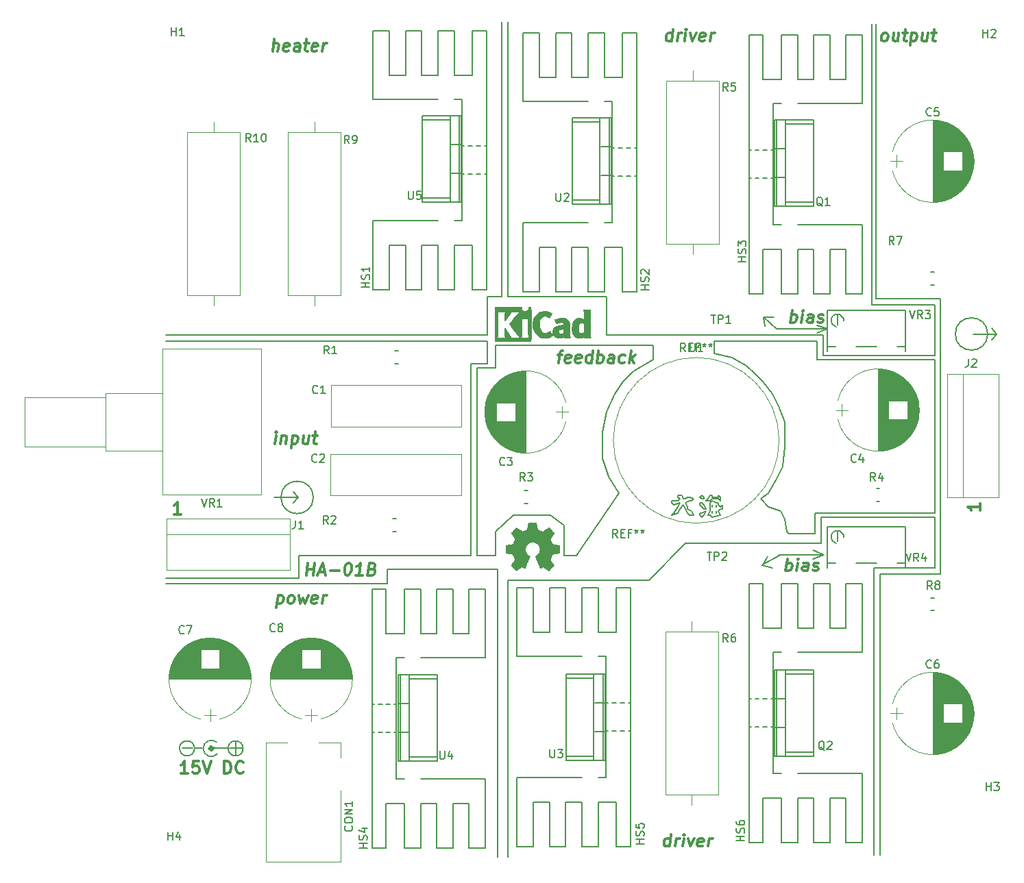
<source format=gbr>
G04 #@! TF.FileFunction,Legend,Top*
%FSLAX46Y46*%
G04 Gerber Fmt 4.6, Leading zero omitted, Abs format (unit mm)*
G04 Created by KiCad (PCBNEW 4.0.6) date 09/01/17 14:50:38*
%MOMM*%
%LPD*%
G01*
G04 APERTURE LIST*
%ADD10C,0.100000*%
%ADD11C,0.200000*%
%ADD12C,0.300000*%
%ADD13C,0.120000*%
%ADD14C,0.150000*%
%ADD15C,0.500000*%
%ADD16C,0.010000*%
G04 APERTURE END LIST*
D10*
D11*
X153500000Y-77100000D02*
X156400000Y-77100000D01*
X155300000Y-77100000D02*
G75*
G03X155300000Y-77100000I-2000000J0D01*
G01*
X156400000Y-77100000D02*
X155800000Y-76400000D01*
X156400000Y-77100000D02*
X155800000Y-77800000D01*
X70100000Y-97300000D02*
X69500000Y-98000000D01*
X70100000Y-97300000D02*
X69500000Y-96600000D01*
X67200000Y-97300000D02*
X70100000Y-97300000D01*
X72000000Y-97300000D02*
G75*
G03X72000000Y-97300000I-2000000J0D01*
G01*
D12*
X154378571Y-98071428D02*
X154378571Y-98928571D01*
X154378571Y-98499999D02*
X152878571Y-98499999D01*
X153092857Y-98642856D01*
X153235714Y-98785714D01*
X153307143Y-98928571D01*
X55628572Y-99378571D02*
X54771429Y-99378571D01*
X55200001Y-99378571D02*
X55200001Y-97878571D01*
X55057144Y-98092857D01*
X54914286Y-98235714D01*
X54771429Y-98307143D01*
X56500001Y-131428571D02*
X55642858Y-131428571D01*
X56071430Y-131428571D02*
X56071430Y-129928571D01*
X55928573Y-130142857D01*
X55785715Y-130285714D01*
X55642858Y-130357143D01*
X57857144Y-129928571D02*
X57142858Y-129928571D01*
X57071429Y-130642857D01*
X57142858Y-130571429D01*
X57285715Y-130500000D01*
X57642858Y-130500000D01*
X57785715Y-130571429D01*
X57857144Y-130642857D01*
X57928572Y-130785714D01*
X57928572Y-131142857D01*
X57857144Y-131285714D01*
X57785715Y-131357143D01*
X57642858Y-131428571D01*
X57285715Y-131428571D01*
X57142858Y-131357143D01*
X57071429Y-131285714D01*
X58357143Y-129928571D02*
X58857143Y-131428571D01*
X59357143Y-129928571D01*
X61000000Y-131428571D02*
X61000000Y-129928571D01*
X61357143Y-129928571D01*
X61571428Y-130000000D01*
X61714286Y-130142857D01*
X61785714Y-130285714D01*
X61857143Y-130571429D01*
X61857143Y-130785714D01*
X61785714Y-131071429D01*
X61714286Y-131214286D01*
X61571428Y-131357143D01*
X61357143Y-131428571D01*
X61000000Y-131428571D01*
X63357143Y-131285714D02*
X63285714Y-131357143D01*
X63071428Y-131428571D01*
X62928571Y-131428571D01*
X62714286Y-131357143D01*
X62571428Y-131214286D01*
X62500000Y-131071429D01*
X62428571Y-130785714D01*
X62428571Y-130571429D01*
X62500000Y-130285714D01*
X62571428Y-130142857D01*
X62714286Y-130000000D01*
X62928571Y-129928571D01*
X63071428Y-129928571D01*
X63285714Y-130000000D01*
X63357143Y-130071429D01*
D11*
X135500000Y-76500000D02*
X134250000Y-77000000D01*
X135500000Y-76500000D02*
X134250000Y-76000000D01*
X127650000Y-75000000D02*
X128900000Y-75000000D01*
X127800000Y-76100000D02*
X127600000Y-75100000D01*
X129250000Y-76500000D02*
X127600000Y-75000000D01*
X135500000Y-76500000D02*
X129250000Y-76500000D01*
X135100000Y-104400000D02*
X133750000Y-103800000D01*
X135100000Y-104400000D02*
X133700000Y-104900000D01*
X127500000Y-105700000D02*
X128100000Y-104600000D01*
X127400000Y-105700000D02*
X128700000Y-106000000D01*
X129500000Y-104400000D02*
X134900000Y-104400000D01*
X127400000Y-105700000D02*
X129700000Y-104400000D01*
D12*
X71136608Y-106928571D02*
X71324108Y-105428571D01*
X71234822Y-106142857D02*
X72091965Y-106142857D01*
X71993751Y-106928571D02*
X72181251Y-105428571D01*
X72690179Y-106500000D02*
X73404465Y-106500000D01*
X72493751Y-106928571D02*
X73181251Y-105428571D01*
X73493751Y-106928571D01*
X74065179Y-106357143D02*
X75208036Y-106357143D01*
X76324108Y-105428571D02*
X76466965Y-105428571D01*
X76600893Y-105500000D01*
X76663393Y-105571429D01*
X76716965Y-105714286D01*
X76752679Y-106000000D01*
X76708036Y-106357143D01*
X76600894Y-106642857D01*
X76511608Y-106785714D01*
X76431250Y-106857143D01*
X76279465Y-106928571D01*
X76136608Y-106928571D01*
X76002679Y-106857143D01*
X75940179Y-106785714D01*
X75886608Y-106642857D01*
X75850893Y-106357143D01*
X75895536Y-106000000D01*
X76002679Y-105714286D01*
X76091964Y-105571429D01*
X76172322Y-105500000D01*
X76324108Y-105428571D01*
X78065179Y-106928571D02*
X77208036Y-106928571D01*
X77636608Y-106928571D02*
X77824108Y-105428571D01*
X77654465Y-105642857D01*
X77493750Y-105785714D01*
X77341964Y-105857143D01*
X79306250Y-106142857D02*
X79511607Y-106214286D01*
X79574107Y-106285714D01*
X79627679Y-106428571D01*
X79600893Y-106642857D01*
X79511607Y-106785714D01*
X79431250Y-106857143D01*
X79279464Y-106928571D01*
X78708036Y-106928571D01*
X78895536Y-105428571D01*
X79395536Y-105428571D01*
X79529464Y-105500000D01*
X79591964Y-105571429D01*
X79645535Y-105714286D01*
X79627678Y-105857143D01*
X79538393Y-106000000D01*
X79458035Y-106071429D01*
X79306250Y-106142857D01*
X78806250Y-106142857D01*
D11*
X121750000Y-99000000D02*
X121750000Y-99250000D01*
X121250000Y-99000000D02*
X121250000Y-99250000D01*
X121750000Y-98250000D02*
X121750000Y-98500000D01*
X121250000Y-98250000D02*
X121250000Y-98500000D01*
X121250000Y-97750000D02*
X121000000Y-98000000D01*
X121750000Y-98000000D02*
X121250000Y-97750000D01*
X122000000Y-98000000D02*
X121750000Y-98000000D01*
X122000000Y-98250000D02*
X122000000Y-98000000D01*
X122250000Y-98500000D02*
X122000000Y-98250000D01*
X122500000Y-98250000D02*
X122250000Y-98500000D01*
X122500000Y-98750000D02*
X122500000Y-98250000D01*
X122250000Y-98750000D02*
X122500000Y-98750000D01*
X122000000Y-99000000D02*
X122250000Y-98750000D01*
X122250000Y-99500000D02*
X122000000Y-99000000D01*
X121250000Y-99750000D02*
X122250000Y-99500000D01*
X121000000Y-99500000D02*
X121250000Y-99750000D01*
X120750000Y-99500000D02*
X121000000Y-99500000D01*
X121000000Y-99000000D02*
X120750000Y-99500000D01*
X121000000Y-98500000D02*
X121000000Y-99000000D01*
X121000000Y-98000000D02*
X121000000Y-98500000D01*
X121250000Y-97000000D02*
X121000000Y-97000000D01*
X121250000Y-97250000D02*
X121250000Y-97000000D01*
X121500000Y-97250000D02*
X121250000Y-97250000D01*
X122000000Y-97250000D02*
X121500000Y-97250000D01*
X122000000Y-97000000D02*
X122000000Y-97250000D01*
X122250000Y-97250000D02*
X122000000Y-97000000D01*
X122250000Y-97500000D02*
X122250000Y-97250000D01*
X122250000Y-97750000D02*
X122250000Y-97500000D01*
X122000000Y-97500000D02*
X122250000Y-97750000D01*
X121750000Y-97500000D02*
X122000000Y-97500000D01*
X121250000Y-97500000D02*
X121750000Y-97500000D01*
X121000000Y-97750000D02*
X121250000Y-97500000D01*
X120500000Y-97750000D02*
X121000000Y-97750000D01*
X120750000Y-97500000D02*
X120500000Y-97750000D01*
X121000000Y-97000000D02*
X120750000Y-97500000D01*
X119750000Y-99250000D02*
X119750000Y-99500000D01*
X120000000Y-99250000D02*
X119750000Y-99250000D01*
X120500000Y-99000000D02*
X120000000Y-99250000D01*
X120250000Y-99500000D02*
X120500000Y-99000000D01*
X120000000Y-99750000D02*
X120250000Y-99500000D01*
X119750000Y-99500000D02*
X120000000Y-99750000D01*
X119750000Y-98000000D02*
X119750000Y-98250000D01*
X120000000Y-98000000D02*
X119750000Y-98000000D01*
X120250000Y-98250000D02*
X120000000Y-98000000D01*
X120500000Y-98750000D02*
X120250000Y-98250000D01*
X120250000Y-98750000D02*
X120500000Y-98750000D01*
X120000000Y-98500000D02*
X120250000Y-98750000D01*
X119750000Y-98250000D02*
X120000000Y-98500000D01*
X120000000Y-97000000D02*
X119750000Y-97250000D01*
X120250000Y-97250000D02*
X120000000Y-97000000D01*
X120250000Y-97500000D02*
X120250000Y-97250000D01*
X120000000Y-97500000D02*
X120250000Y-97500000D01*
X119750000Y-97250000D02*
X120000000Y-97500000D01*
X116250000Y-97750000D02*
X116250000Y-98000000D01*
X116750000Y-97750000D02*
X116250000Y-97750000D01*
X117000000Y-97750000D02*
X116750000Y-97750000D01*
X117250000Y-97500000D02*
X117000000Y-97750000D01*
X117000000Y-97250000D02*
X117250000Y-97500000D01*
X117000000Y-97000000D02*
X117000000Y-97250000D01*
X117500000Y-97000000D02*
X117000000Y-97000000D01*
X117750000Y-97500000D02*
X117500000Y-97000000D01*
X118000000Y-97500000D02*
X117750000Y-97500000D01*
X118250000Y-97250000D02*
X118000000Y-97500000D01*
X118500000Y-97250000D02*
X118250000Y-97250000D01*
X119000000Y-97500000D02*
X118500000Y-97250000D01*
X118750000Y-97750000D02*
X119000000Y-97500000D01*
X118500000Y-97750000D02*
X118750000Y-97750000D01*
X118000000Y-98000000D02*
X118500000Y-97750000D01*
X118250000Y-98500000D02*
X118000000Y-98000000D01*
X118250000Y-98750000D02*
X118250000Y-98500000D01*
X118750000Y-99000000D02*
X118250000Y-98750000D01*
X119000000Y-99500000D02*
X118750000Y-99000000D01*
X118500000Y-99500000D02*
X119000000Y-99500000D01*
X118250000Y-99250000D02*
X118500000Y-99500000D01*
X118000000Y-98750000D02*
X118250000Y-99250000D01*
X117750000Y-98250000D02*
X118000000Y-98750000D01*
X117250000Y-98750000D02*
X117750000Y-98250000D01*
X117000000Y-99250000D02*
X117250000Y-98750000D01*
X116250000Y-99500000D02*
X117000000Y-99250000D01*
X116500000Y-99250000D02*
X116250000Y-99500000D01*
X117000000Y-98500000D02*
X116500000Y-99250000D01*
X117250000Y-98000000D02*
X117000000Y-98500000D01*
X116500000Y-98250000D02*
X117250000Y-98000000D01*
X116250000Y-98000000D02*
X116500000Y-98250000D01*
X142000000Y-106750000D02*
X142000000Y-141500000D01*
X149500000Y-106750000D02*
X142000000Y-106750000D01*
X149500000Y-72750000D02*
X149500000Y-106750000D01*
X141500000Y-72750000D02*
X149500000Y-72750000D01*
X141500000Y-38750000D02*
X141500000Y-72750000D01*
D12*
X130350893Y-106378571D02*
X130538393Y-104878571D01*
X130466964Y-105450000D02*
X130618750Y-105378571D01*
X130904464Y-105378571D01*
X131038392Y-105450000D01*
X131100892Y-105521429D01*
X131154464Y-105664286D01*
X131100893Y-106092857D01*
X131011607Y-106235714D01*
X130931249Y-106307143D01*
X130779464Y-106378571D01*
X130493750Y-106378571D01*
X130359821Y-106307143D01*
X131708036Y-106378571D02*
X131833036Y-105378571D01*
X131895536Y-104878571D02*
X131815178Y-104950000D01*
X131877678Y-105021429D01*
X131958035Y-104950000D01*
X131895536Y-104878571D01*
X131877678Y-105021429D01*
X133065179Y-106378571D02*
X133163393Y-105592857D01*
X133109821Y-105450000D01*
X132975893Y-105378571D01*
X132690179Y-105378571D01*
X132538393Y-105450000D01*
X133074107Y-106307143D02*
X132922322Y-106378571D01*
X132565179Y-106378571D01*
X132431250Y-106307143D01*
X132377678Y-106164286D01*
X132395535Y-106021429D01*
X132484822Y-105878571D01*
X132636607Y-105807143D01*
X132993750Y-105807143D01*
X133145536Y-105735714D01*
X133716964Y-106307143D02*
X133850893Y-106378571D01*
X134136608Y-106378571D01*
X134288393Y-106307143D01*
X134377678Y-106164286D01*
X134386607Y-106092857D01*
X134333036Y-105950000D01*
X134199108Y-105878571D01*
X133984822Y-105878571D01*
X133850893Y-105807143D01*
X133797321Y-105664286D01*
X133806250Y-105592857D01*
X133895536Y-105450000D01*
X134047322Y-105378571D01*
X134261608Y-105378571D01*
X134395536Y-105450000D01*
X130950893Y-75678571D02*
X131138393Y-74178571D01*
X131066964Y-74750000D02*
X131218750Y-74678571D01*
X131504464Y-74678571D01*
X131638392Y-74750000D01*
X131700892Y-74821429D01*
X131754464Y-74964286D01*
X131700893Y-75392857D01*
X131611607Y-75535714D01*
X131531249Y-75607143D01*
X131379464Y-75678571D01*
X131093750Y-75678571D01*
X130959821Y-75607143D01*
X132308036Y-75678571D02*
X132433036Y-74678571D01*
X132495536Y-74178571D02*
X132415178Y-74250000D01*
X132477678Y-74321429D01*
X132558035Y-74250000D01*
X132495536Y-74178571D01*
X132477678Y-74321429D01*
X133665179Y-75678571D02*
X133763393Y-74892857D01*
X133709821Y-74750000D01*
X133575893Y-74678571D01*
X133290179Y-74678571D01*
X133138393Y-74750000D01*
X133674107Y-75607143D02*
X133522322Y-75678571D01*
X133165179Y-75678571D01*
X133031250Y-75607143D01*
X132977678Y-75464286D01*
X132995535Y-75321429D01*
X133084822Y-75178571D01*
X133236607Y-75107143D01*
X133593750Y-75107143D01*
X133745536Y-75035714D01*
X134316964Y-75607143D02*
X134450893Y-75678571D01*
X134736608Y-75678571D01*
X134888393Y-75607143D01*
X134977678Y-75464286D01*
X134986607Y-75392857D01*
X134933036Y-75250000D01*
X134799108Y-75178571D01*
X134584822Y-75178571D01*
X134450893Y-75107143D01*
X134397321Y-74964286D01*
X134406250Y-74892857D01*
X134495536Y-74750000D01*
X134647322Y-74678571D01*
X134861608Y-74678571D01*
X134995536Y-74750000D01*
X102183036Y-79678571D02*
X102754465Y-79678571D01*
X102272322Y-80678571D02*
X102433036Y-79392857D01*
X102522321Y-79250000D01*
X102674108Y-79178571D01*
X102816965Y-79178571D01*
X103709821Y-80607143D02*
X103558036Y-80678571D01*
X103272322Y-80678571D01*
X103138393Y-80607143D01*
X103084821Y-80464286D01*
X103156250Y-79892857D01*
X103245536Y-79750000D01*
X103397322Y-79678571D01*
X103683036Y-79678571D01*
X103816964Y-79750000D01*
X103870536Y-79892857D01*
X103852679Y-80035714D01*
X103120536Y-80178571D01*
X104995535Y-80607143D02*
X104843750Y-80678571D01*
X104558036Y-80678571D01*
X104424107Y-80607143D01*
X104370535Y-80464286D01*
X104441964Y-79892857D01*
X104531250Y-79750000D01*
X104683036Y-79678571D01*
X104968750Y-79678571D01*
X105102678Y-79750000D01*
X105156250Y-79892857D01*
X105138393Y-80035714D01*
X104406250Y-80178571D01*
X106343750Y-80678571D02*
X106531250Y-79178571D01*
X106352678Y-80607143D02*
X106200893Y-80678571D01*
X105915179Y-80678571D01*
X105781249Y-80607143D01*
X105718750Y-80535714D01*
X105665178Y-80392857D01*
X105718749Y-79964286D01*
X105808035Y-79821429D01*
X105888392Y-79750000D01*
X106040179Y-79678571D01*
X106325893Y-79678571D01*
X106459821Y-79750000D01*
X107058036Y-80678571D02*
X107245536Y-79178571D01*
X107174107Y-79750000D02*
X107325893Y-79678571D01*
X107611607Y-79678571D01*
X107745535Y-79750000D01*
X107808035Y-79821429D01*
X107861607Y-79964286D01*
X107808036Y-80392857D01*
X107718750Y-80535714D01*
X107638392Y-80607143D01*
X107486607Y-80678571D01*
X107200893Y-80678571D01*
X107066964Y-80607143D01*
X109058036Y-80678571D02*
X109156250Y-79892857D01*
X109102678Y-79750000D01*
X108968750Y-79678571D01*
X108683036Y-79678571D01*
X108531250Y-79750000D01*
X109066964Y-80607143D02*
X108915179Y-80678571D01*
X108558036Y-80678571D01*
X108424107Y-80607143D01*
X108370535Y-80464286D01*
X108388392Y-80321429D01*
X108477679Y-80178571D01*
X108629464Y-80107143D01*
X108986607Y-80107143D01*
X109138393Y-80035714D01*
X110424107Y-80607143D02*
X110272322Y-80678571D01*
X109986608Y-80678571D01*
X109852678Y-80607143D01*
X109790179Y-80535714D01*
X109736607Y-80392857D01*
X109790178Y-79964286D01*
X109879464Y-79821429D01*
X109959821Y-79750000D01*
X110111608Y-79678571D01*
X110397322Y-79678571D01*
X110531250Y-79750000D01*
X111058036Y-80678571D02*
X111245536Y-79178571D01*
X111272321Y-80107143D02*
X111629464Y-80678571D01*
X111754464Y-79678571D02*
X111111607Y-80250000D01*
X67250893Y-90678571D02*
X67375893Y-89678571D01*
X67438393Y-89178571D02*
X67358035Y-89250000D01*
X67420535Y-89321429D01*
X67500892Y-89250000D01*
X67438393Y-89178571D01*
X67420535Y-89321429D01*
X68090179Y-89678571D02*
X67965179Y-90678571D01*
X68072321Y-89821429D02*
X68152678Y-89750000D01*
X68304465Y-89678571D01*
X68518750Y-89678571D01*
X68652678Y-89750000D01*
X68706250Y-89892857D01*
X68608036Y-90678571D01*
X69447322Y-89678571D02*
X69259822Y-91178571D01*
X69438393Y-89750000D02*
X69590179Y-89678571D01*
X69875893Y-89678571D01*
X70009821Y-89750000D01*
X70072321Y-89821429D01*
X70125893Y-89964286D01*
X70072322Y-90392857D01*
X69983036Y-90535714D01*
X69902678Y-90607143D01*
X69750893Y-90678571D01*
X69465179Y-90678571D01*
X69331250Y-90607143D01*
X71447322Y-89678571D02*
X71322322Y-90678571D01*
X70804465Y-89678571D02*
X70706250Y-90464286D01*
X70759821Y-90607143D01*
X70893751Y-90678571D01*
X71108036Y-90678571D01*
X71259821Y-90607143D01*
X71340179Y-90535714D01*
X71947322Y-89678571D02*
X72518751Y-89678571D01*
X72224108Y-89178571D02*
X72063393Y-90464286D01*
X72116964Y-90607143D01*
X72250894Y-90678571D01*
X72393751Y-90678571D01*
X115986608Y-140428571D02*
X116174108Y-138928571D01*
X115995536Y-140357143D02*
X115843751Y-140428571D01*
X115558037Y-140428571D01*
X115424107Y-140357143D01*
X115361608Y-140285714D01*
X115308036Y-140142857D01*
X115361607Y-139714286D01*
X115450893Y-139571429D01*
X115531250Y-139500000D01*
X115683037Y-139428571D01*
X115968751Y-139428571D01*
X116102679Y-139500000D01*
X116700894Y-140428571D02*
X116825894Y-139428571D01*
X116790179Y-139714286D02*
X116879464Y-139571429D01*
X116959822Y-139500000D01*
X117111608Y-139428571D01*
X117254465Y-139428571D01*
X117629465Y-140428571D02*
X117754465Y-139428571D01*
X117816965Y-138928571D02*
X117736607Y-139000000D01*
X117799107Y-139071429D01*
X117879464Y-139000000D01*
X117816965Y-138928571D01*
X117799107Y-139071429D01*
X118325894Y-139428571D02*
X118558037Y-140428571D01*
X119040179Y-139428571D01*
X120066964Y-140357143D02*
X119915179Y-140428571D01*
X119629465Y-140428571D01*
X119495536Y-140357143D01*
X119441964Y-140214286D01*
X119513393Y-139642857D01*
X119602679Y-139500000D01*
X119754465Y-139428571D01*
X120040179Y-139428571D01*
X120174107Y-139500000D01*
X120227679Y-139642857D01*
X120209822Y-139785714D01*
X119477679Y-139928571D01*
X120772322Y-140428571D02*
X120897322Y-139428571D01*
X120861607Y-139714286D02*
X120950892Y-139571429D01*
X121031250Y-139500000D01*
X121183036Y-139428571D01*
X121325893Y-139428571D01*
X67647322Y-109428571D02*
X67459822Y-110928571D01*
X67638393Y-109500000D02*
X67790179Y-109428571D01*
X68075893Y-109428571D01*
X68209821Y-109500000D01*
X68272321Y-109571429D01*
X68325893Y-109714286D01*
X68272322Y-110142857D01*
X68183036Y-110285714D01*
X68102678Y-110357143D01*
X67950893Y-110428571D01*
X67665179Y-110428571D01*
X67531250Y-110357143D01*
X69093751Y-110428571D02*
X68959821Y-110357143D01*
X68897322Y-110285714D01*
X68843750Y-110142857D01*
X68897321Y-109714286D01*
X68986607Y-109571429D01*
X69066964Y-109500000D01*
X69218751Y-109428571D01*
X69433036Y-109428571D01*
X69566964Y-109500000D01*
X69629464Y-109571429D01*
X69683036Y-109714286D01*
X69629465Y-110142857D01*
X69540179Y-110285714D01*
X69459821Y-110357143D01*
X69308036Y-110428571D01*
X69093751Y-110428571D01*
X70218751Y-109428571D02*
X70379465Y-110428571D01*
X70754464Y-109714286D01*
X70950894Y-110428571D01*
X71361608Y-109428571D01*
X72388393Y-110357143D02*
X72236608Y-110428571D01*
X71950894Y-110428571D01*
X71816965Y-110357143D01*
X71763393Y-110214286D01*
X71834822Y-109642857D01*
X71924108Y-109500000D01*
X72075894Y-109428571D01*
X72361608Y-109428571D01*
X72495536Y-109500000D01*
X72549108Y-109642857D01*
X72531251Y-109785714D01*
X71799108Y-109928571D01*
X73093751Y-110428571D02*
X73218751Y-109428571D01*
X73183036Y-109714286D02*
X73272321Y-109571429D01*
X73352679Y-109500000D01*
X73504465Y-109428571D01*
X73647322Y-109428571D01*
X142415179Y-40928571D02*
X142281249Y-40857143D01*
X142218750Y-40785714D01*
X142165178Y-40642857D01*
X142218749Y-40214286D01*
X142308035Y-40071429D01*
X142388392Y-40000000D01*
X142540179Y-39928571D01*
X142754464Y-39928571D01*
X142888392Y-40000000D01*
X142950892Y-40071429D01*
X143004464Y-40214286D01*
X142950893Y-40642857D01*
X142861607Y-40785714D01*
X142781249Y-40857143D01*
X142629464Y-40928571D01*
X142415179Y-40928571D01*
X144325893Y-39928571D02*
X144200893Y-40928571D01*
X143683036Y-39928571D02*
X143584821Y-40714286D01*
X143638392Y-40857143D01*
X143772322Y-40928571D01*
X143986607Y-40928571D01*
X144138392Y-40857143D01*
X144218750Y-40785714D01*
X144825893Y-39928571D02*
X145397322Y-39928571D01*
X145102679Y-39428571D02*
X144941964Y-40714286D01*
X144995535Y-40857143D01*
X145129465Y-40928571D01*
X145272322Y-40928571D01*
X145897322Y-39928571D02*
X145709822Y-41428571D01*
X145888393Y-40000000D02*
X146040179Y-39928571D01*
X146325893Y-39928571D01*
X146459821Y-40000000D01*
X146522321Y-40071429D01*
X146575893Y-40214286D01*
X146522322Y-40642857D01*
X146433036Y-40785714D01*
X146352678Y-40857143D01*
X146200893Y-40928571D01*
X145915179Y-40928571D01*
X145781250Y-40857143D01*
X147897322Y-39928571D02*
X147772322Y-40928571D01*
X147254465Y-39928571D02*
X147156250Y-40714286D01*
X147209821Y-40857143D01*
X147343751Y-40928571D01*
X147558036Y-40928571D01*
X147709821Y-40857143D01*
X147790179Y-40785714D01*
X148397322Y-39928571D02*
X148968751Y-39928571D01*
X148674108Y-39428571D02*
X148513393Y-40714286D01*
X148566964Y-40857143D01*
X148700894Y-40928571D01*
X148843751Y-40928571D01*
X116236608Y-40928571D02*
X116424108Y-39428571D01*
X116245536Y-40857143D02*
X116093751Y-40928571D01*
X115808037Y-40928571D01*
X115674107Y-40857143D01*
X115611608Y-40785714D01*
X115558036Y-40642857D01*
X115611607Y-40214286D01*
X115700893Y-40071429D01*
X115781250Y-40000000D01*
X115933037Y-39928571D01*
X116218751Y-39928571D01*
X116352679Y-40000000D01*
X116950894Y-40928571D02*
X117075894Y-39928571D01*
X117040179Y-40214286D02*
X117129464Y-40071429D01*
X117209822Y-40000000D01*
X117361608Y-39928571D01*
X117504465Y-39928571D01*
X117879465Y-40928571D02*
X118004465Y-39928571D01*
X118066965Y-39428571D02*
X117986607Y-39500000D01*
X118049107Y-39571429D01*
X118129464Y-39500000D01*
X118066965Y-39428571D01*
X118049107Y-39571429D01*
X118575894Y-39928571D02*
X118808037Y-40928571D01*
X119290179Y-39928571D01*
X120316964Y-40857143D02*
X120165179Y-40928571D01*
X119879465Y-40928571D01*
X119745536Y-40857143D01*
X119691964Y-40714286D01*
X119763393Y-40142857D01*
X119852679Y-40000000D01*
X120004465Y-39928571D01*
X120290179Y-39928571D01*
X120424107Y-40000000D01*
X120477679Y-40142857D01*
X120459822Y-40285714D01*
X119727679Y-40428571D01*
X121022322Y-40928571D02*
X121147322Y-39928571D01*
X121111607Y-40214286D02*
X121200892Y-40071429D01*
X121281250Y-40000000D01*
X121433036Y-39928571D01*
X121575893Y-39928571D01*
X66986608Y-42178571D02*
X67174108Y-40678571D01*
X67629465Y-42178571D02*
X67727679Y-41392857D01*
X67674107Y-41250000D01*
X67540179Y-41178571D01*
X67325894Y-41178571D01*
X67174107Y-41250000D01*
X67093750Y-41321429D01*
X68924107Y-42107143D02*
X68772322Y-42178571D01*
X68486608Y-42178571D01*
X68352679Y-42107143D01*
X68299107Y-41964286D01*
X68370536Y-41392857D01*
X68459822Y-41250000D01*
X68611608Y-41178571D01*
X68897322Y-41178571D01*
X69031250Y-41250000D01*
X69084822Y-41392857D01*
X69066965Y-41535714D01*
X68334822Y-41678571D01*
X70272322Y-42178571D02*
X70370536Y-41392857D01*
X70316964Y-41250000D01*
X70183036Y-41178571D01*
X69897322Y-41178571D01*
X69745536Y-41250000D01*
X70281250Y-42107143D02*
X70129465Y-42178571D01*
X69772322Y-42178571D01*
X69638393Y-42107143D01*
X69584821Y-41964286D01*
X69602678Y-41821429D01*
X69691965Y-41678571D01*
X69843750Y-41607143D01*
X70200893Y-41607143D01*
X70352679Y-41535714D01*
X70897322Y-41178571D02*
X71468751Y-41178571D01*
X71174108Y-40678571D02*
X71013393Y-41964286D01*
X71066964Y-42107143D01*
X71200894Y-42178571D01*
X71343751Y-42178571D01*
X72424107Y-42107143D02*
X72272322Y-42178571D01*
X71986608Y-42178571D01*
X71852679Y-42107143D01*
X71799107Y-41964286D01*
X71870536Y-41392857D01*
X71959822Y-41250000D01*
X72111608Y-41178571D01*
X72397322Y-41178571D01*
X72531250Y-41250000D01*
X72584822Y-41392857D01*
X72566965Y-41535714D01*
X71834822Y-41678571D01*
X73129465Y-42178571D02*
X73254465Y-41178571D01*
X73218750Y-41464286D02*
X73308035Y-41321429D01*
X73388393Y-41250000D01*
X73540179Y-41178571D01*
X73683036Y-41178571D01*
D11*
X141250000Y-106000000D02*
X141250000Y-141500000D01*
X148750000Y-106000000D02*
X141250000Y-106000000D01*
X148750000Y-99750000D02*
X148750000Y-106000000D01*
X96000000Y-107500000D02*
X96000000Y-141750000D01*
X113500000Y-107500000D02*
X96000000Y-107500000D01*
X118000000Y-103000000D02*
X113500000Y-107500000D01*
X134750000Y-103000000D02*
X118000000Y-103000000D01*
X134750000Y-99750000D02*
X134750000Y-103000000D01*
X148750000Y-99750000D02*
X134750000Y-99750000D01*
X148750000Y-99250000D02*
X148750000Y-80250000D01*
X130750000Y-101750000D02*
X134000000Y-101750000D01*
X134000000Y-99250000D02*
X134000000Y-101750000D01*
X148750000Y-99250000D02*
X134000000Y-99250000D01*
X148500000Y-80250000D02*
X148750000Y-80250000D01*
X148500000Y-80250000D02*
X134250000Y-80250000D01*
X130750000Y-101750000D02*
X130500000Y-101500000D01*
X130250000Y-100000000D02*
X130500000Y-101500000D01*
X129750000Y-99000000D02*
X130250000Y-100000000D01*
X128250000Y-98500000D02*
X129750000Y-99000000D01*
X127250000Y-97500000D02*
X128250000Y-98500000D01*
X128250000Y-96750000D02*
X127250000Y-97500000D01*
X129250000Y-95000000D02*
X128250000Y-96750000D01*
X130000000Y-93500000D02*
X129250000Y-95000000D01*
X130250000Y-91000000D02*
X130000000Y-93500000D01*
X130250000Y-89000000D02*
X130250000Y-91000000D01*
X130250000Y-88000000D02*
X130250000Y-89000000D01*
X129500000Y-86000000D02*
X130250000Y-88000000D01*
X128750000Y-84500000D02*
X129500000Y-86000000D01*
X127500000Y-83000000D02*
X128750000Y-84500000D01*
X126500000Y-82000000D02*
X127500000Y-83000000D01*
X125500000Y-81000000D02*
X126500000Y-82000000D01*
X123750000Y-80000000D02*
X125500000Y-81000000D01*
X121500000Y-79500000D02*
X123750000Y-80000000D01*
X121500000Y-78000000D02*
X121500000Y-79500000D01*
X134250000Y-78000000D02*
X121500000Y-78000000D01*
X134250000Y-80250000D02*
X134250000Y-78000000D01*
X54250000Y-78000000D02*
X53750000Y-78000000D01*
X54000000Y-108000000D02*
X53750000Y-108000000D01*
X141000000Y-73500000D02*
X141000000Y-38750000D01*
X148750000Y-73500000D02*
X141000000Y-73500000D01*
X148750000Y-79750000D02*
X148750000Y-73500000D01*
X135000000Y-79750000D02*
X148750000Y-79750000D01*
X135000000Y-77250000D02*
X135000000Y-79750000D01*
X108250000Y-77250000D02*
X135000000Y-77250000D01*
X108250000Y-72500000D02*
X108250000Y-77250000D01*
X96000000Y-72500000D02*
X108250000Y-72500000D01*
X96000000Y-38500000D02*
X96000000Y-72500000D01*
X110250000Y-83000000D02*
X111500000Y-81750000D01*
X109250000Y-84500000D02*
X110250000Y-83000000D01*
X108250000Y-86750000D02*
X109250000Y-84500000D01*
X107750000Y-89250000D02*
X108250000Y-86750000D01*
X114000000Y-78500000D02*
X106250000Y-78500000D01*
X114000000Y-80250000D02*
X114000000Y-78500000D01*
X111500000Y-81750000D02*
X114000000Y-80250000D01*
X107750000Y-92500000D02*
X107750000Y-89250000D01*
X108500000Y-94750000D02*
X107750000Y-92500000D01*
X109750000Y-96750000D02*
X108500000Y-94750000D01*
X104500000Y-104500000D02*
X109750000Y-96750000D01*
X103000000Y-104500000D02*
X104500000Y-104500000D01*
X103000000Y-100750000D02*
X103000000Y-104500000D01*
X101250000Y-99500000D02*
X103000000Y-100750000D01*
X96750000Y-99500000D02*
X101250000Y-99500000D01*
X94500000Y-101500000D02*
X96750000Y-99500000D01*
X94500000Y-104500000D02*
X94500000Y-101500000D01*
X92250000Y-104500000D02*
X94500000Y-104500000D01*
X92250000Y-81250000D02*
X92250000Y-104500000D01*
X94500000Y-81250000D02*
X92250000Y-81250000D01*
X94500000Y-78500000D02*
X94500000Y-81250000D01*
X106250000Y-78500000D02*
X94500000Y-78500000D01*
X94750000Y-106250000D02*
X94750000Y-141750000D01*
X81100000Y-106200000D02*
X94800000Y-106200000D01*
X81100000Y-108000000D02*
X81100000Y-106250000D01*
X54000000Y-108000000D02*
X81100000Y-108000000D01*
X70250000Y-107250000D02*
X53750000Y-107250000D01*
X70250000Y-104500000D02*
X70250000Y-107250000D01*
X91500000Y-104500000D02*
X70250000Y-104500000D01*
X91500000Y-80750000D02*
X91500000Y-104500000D01*
X93500000Y-80750000D02*
X91500000Y-80750000D01*
X93500000Y-78750000D02*
X93500000Y-80750000D01*
X93500000Y-78000000D02*
X93500000Y-78750000D01*
X54250000Y-78000000D02*
X93500000Y-78000000D01*
X95250000Y-72500000D02*
X95250000Y-38500000D01*
X93500000Y-72500000D02*
X95250000Y-72500000D01*
X93500000Y-77250000D02*
X93500000Y-72500000D01*
X53750000Y-77250000D02*
X93500000Y-77250000D01*
X55842000Y-128244000D02*
X57112000Y-128244000D01*
X62446000Y-127482000D02*
X62446000Y-129006000D01*
X61684000Y-128244000D02*
X63208000Y-128244000D01*
D13*
X129539067Y-90250000D02*
G75*
G03X129539067Y-90250000I-10239067J0D01*
G01*
X61468000Y-106294000D02*
X69088000Y-106294000D01*
X61468000Y-101854000D02*
X69088000Y-101854000D01*
X61468000Y-99954000D02*
X69088000Y-99954000D01*
X53848000Y-99954000D02*
X53848000Y-106294000D01*
X69088000Y-99954000D02*
X69088000Y-106294000D01*
X61468000Y-101854000D02*
X53848000Y-101854000D01*
X53848000Y-99954000D02*
X61468000Y-99954000D01*
X61468000Y-106294000D02*
X53848000Y-106294000D01*
D14*
X130349000Y-51174000D02*
X133778000Y-51174000D01*
X130349000Y-60826000D02*
X133778000Y-60826000D01*
X129206000Y-50666000D02*
X129206000Y-61334000D01*
X130222000Y-54222000D02*
X128952000Y-54222000D01*
X130222000Y-57778000D02*
X128952000Y-57778000D01*
X130349000Y-61334000D02*
X130349000Y-50666000D01*
X133778000Y-50666000D02*
X133778000Y-61334000D01*
X128952000Y-61334000D02*
X133778000Y-61334000D01*
X128952000Y-50666000D02*
X133778000Y-50666000D01*
X128952000Y-50666000D02*
X128952000Y-61334000D01*
X130349000Y-119174000D02*
X133778000Y-119174000D01*
X130349000Y-128826000D02*
X133778000Y-128826000D01*
X129206000Y-118666000D02*
X129206000Y-129334000D01*
X130222000Y-122222000D02*
X128952000Y-122222000D01*
X130222000Y-125778000D02*
X128952000Y-125778000D01*
X130349000Y-129334000D02*
X130349000Y-118666000D01*
X133778000Y-118666000D02*
X133778000Y-129334000D01*
X128952000Y-129334000D02*
X133778000Y-129334000D01*
X128952000Y-118666000D02*
X133778000Y-118666000D01*
X128952000Y-118666000D02*
X128952000Y-129334000D01*
X107401000Y-60576000D02*
X103972000Y-60576000D01*
X107401000Y-50924000D02*
X103972000Y-50924000D01*
X108544000Y-61084000D02*
X108544000Y-50416000D01*
X107528000Y-57528000D02*
X108798000Y-57528000D01*
X107528000Y-53972000D02*
X108798000Y-53972000D01*
X107401000Y-50416000D02*
X107401000Y-61084000D01*
X103972000Y-61084000D02*
X103972000Y-50416000D01*
X108798000Y-50416000D02*
X103972000Y-50416000D01*
X108798000Y-61084000D02*
X103972000Y-61084000D01*
X108798000Y-61084000D02*
X108798000Y-50416000D01*
X106651000Y-129326000D02*
X103222000Y-129326000D01*
X106651000Y-119674000D02*
X103222000Y-119674000D01*
X107794000Y-129834000D02*
X107794000Y-119166000D01*
X106778000Y-126278000D02*
X108048000Y-126278000D01*
X106778000Y-122722000D02*
X108048000Y-122722000D01*
X106651000Y-119166000D02*
X106651000Y-129834000D01*
X103222000Y-129834000D02*
X103222000Y-119166000D01*
X108048000Y-119166000D02*
X103222000Y-119166000D01*
X108048000Y-129834000D02*
X103222000Y-129834000D01*
X108048000Y-129834000D02*
X108048000Y-119166000D01*
X83849000Y-119714000D02*
X87278000Y-119714000D01*
X83849000Y-129366000D02*
X87278000Y-129366000D01*
X82706000Y-119206000D02*
X82706000Y-129874000D01*
X83722000Y-122762000D02*
X82452000Y-122762000D01*
X83722000Y-126318000D02*
X82452000Y-126318000D01*
X83849000Y-129874000D02*
X83849000Y-119206000D01*
X87278000Y-119206000D02*
X87278000Y-129874000D01*
X82452000Y-129874000D02*
X87278000Y-129874000D01*
X82452000Y-119206000D02*
X87278000Y-119206000D01*
X82452000Y-119206000D02*
X82452000Y-129874000D01*
X88901000Y-60326000D02*
X85472000Y-60326000D01*
X88901000Y-50674000D02*
X85472000Y-50674000D01*
X90044000Y-60834000D02*
X90044000Y-50166000D01*
X89028000Y-57278000D02*
X90298000Y-57278000D01*
X89028000Y-53722000D02*
X90298000Y-53722000D01*
X88901000Y-50166000D02*
X88901000Y-60834000D01*
X85472000Y-60834000D02*
X85472000Y-50166000D01*
X90298000Y-50166000D02*
X85472000Y-50166000D01*
X90298000Y-60834000D02*
X85472000Y-60834000D01*
X90298000Y-60834000D02*
X90298000Y-50166000D01*
D13*
X156670000Y-89650000D02*
X156670000Y-82030000D01*
X152230000Y-89650000D02*
X152230000Y-82030000D01*
X150330000Y-89650000D02*
X150330000Y-82030000D01*
X150330000Y-97270000D02*
X156670000Y-97270000D01*
X150330000Y-82030000D02*
X156670000Y-82030000D01*
X152230000Y-89650000D02*
X152230000Y-97270000D01*
X150330000Y-97270000D02*
X150330000Y-89650000D01*
X156670000Y-89650000D02*
X156670000Y-97270000D01*
X93298475Y-87929194D02*
G75*
G03X103201333Y-87930000I4951525J1179194D01*
G01*
X93298475Y-85570806D02*
G75*
G02X103201333Y-85570000I4951525J-1179194D01*
G01*
X93298475Y-85570806D02*
G75*
G03X93298667Y-87930000I4951525J-1179194D01*
G01*
X98250000Y-91800000D02*
X98250000Y-81700000D01*
X98210000Y-91800000D02*
X98210000Y-81700000D01*
X98170000Y-91800000D02*
X98170000Y-81700000D01*
X98130000Y-91799000D02*
X98130000Y-81701000D01*
X98090000Y-91798000D02*
X98090000Y-81702000D01*
X98050000Y-91797000D02*
X98050000Y-81703000D01*
X98010000Y-91795000D02*
X98010000Y-81705000D01*
X97970000Y-91793000D02*
X97970000Y-81707000D01*
X97930000Y-91790000D02*
X97930000Y-81710000D01*
X97890000Y-91788000D02*
X97890000Y-81712000D01*
X97850000Y-91785000D02*
X97850000Y-81715000D01*
X97810000Y-91781000D02*
X97810000Y-81719000D01*
X97770000Y-91778000D02*
X97770000Y-81722000D01*
X97730000Y-91774000D02*
X97730000Y-81726000D01*
X97690000Y-91770000D02*
X97690000Y-81730000D01*
X97650000Y-91765000D02*
X97650000Y-81735000D01*
X97610000Y-91760000D02*
X97610000Y-81740000D01*
X97570000Y-91755000D02*
X97570000Y-81745000D01*
X97529000Y-91749000D02*
X97529000Y-81751000D01*
X97489000Y-91743000D02*
X97489000Y-81757000D01*
X97449000Y-91737000D02*
X97449000Y-81763000D01*
X97409000Y-91731000D02*
X97409000Y-81769000D01*
X97369000Y-91724000D02*
X97369000Y-81776000D01*
X97329000Y-91717000D02*
X97329000Y-81783000D01*
X97289000Y-91709000D02*
X97289000Y-81791000D01*
X97249000Y-91701000D02*
X97249000Y-81799000D01*
X97209000Y-91693000D02*
X97209000Y-81807000D01*
X97169000Y-91685000D02*
X97169000Y-81815000D01*
X97129000Y-91676000D02*
X97129000Y-81824000D01*
X97089000Y-91667000D02*
X97089000Y-81833000D01*
X97049000Y-91657000D02*
X97049000Y-81843000D01*
X97009000Y-91647000D02*
X97009000Y-81853000D01*
X96969000Y-91637000D02*
X96969000Y-81863000D01*
X96929000Y-91626000D02*
X96929000Y-87931000D01*
X96929000Y-85569000D02*
X96929000Y-81874000D01*
X96889000Y-91615000D02*
X96889000Y-87931000D01*
X96889000Y-85569000D02*
X96889000Y-81885000D01*
X96849000Y-91604000D02*
X96849000Y-87931000D01*
X96849000Y-85569000D02*
X96849000Y-81896000D01*
X96809000Y-91593000D02*
X96809000Y-87931000D01*
X96809000Y-85569000D02*
X96809000Y-81907000D01*
X96769000Y-91581000D02*
X96769000Y-87931000D01*
X96769000Y-85569000D02*
X96769000Y-81919000D01*
X96729000Y-91568000D02*
X96729000Y-87931000D01*
X96729000Y-85569000D02*
X96729000Y-81932000D01*
X96689000Y-91556000D02*
X96689000Y-87931000D01*
X96689000Y-85569000D02*
X96689000Y-81944000D01*
X96649000Y-91542000D02*
X96649000Y-87931000D01*
X96649000Y-85569000D02*
X96649000Y-81958000D01*
X96609000Y-91529000D02*
X96609000Y-87931000D01*
X96609000Y-85569000D02*
X96609000Y-81971000D01*
X96569000Y-91515000D02*
X96569000Y-87931000D01*
X96569000Y-85569000D02*
X96569000Y-81985000D01*
X96529000Y-91501000D02*
X96529000Y-87931000D01*
X96529000Y-85569000D02*
X96529000Y-81999000D01*
X96489000Y-91487000D02*
X96489000Y-87931000D01*
X96489000Y-85569000D02*
X96489000Y-82013000D01*
X96449000Y-91472000D02*
X96449000Y-87931000D01*
X96449000Y-85569000D02*
X96449000Y-82028000D01*
X96409000Y-91456000D02*
X96409000Y-87931000D01*
X96409000Y-85569000D02*
X96409000Y-82044000D01*
X96369000Y-91441000D02*
X96369000Y-87931000D01*
X96369000Y-85569000D02*
X96369000Y-82059000D01*
X96329000Y-91424000D02*
X96329000Y-87931000D01*
X96329000Y-85569000D02*
X96329000Y-82076000D01*
X96289000Y-91408000D02*
X96289000Y-87931000D01*
X96289000Y-85569000D02*
X96289000Y-82092000D01*
X96249000Y-91391000D02*
X96249000Y-87931000D01*
X96249000Y-85569000D02*
X96249000Y-82109000D01*
X96209000Y-91374000D02*
X96209000Y-87931000D01*
X96209000Y-85569000D02*
X96209000Y-82126000D01*
X96169000Y-91356000D02*
X96169000Y-87931000D01*
X96169000Y-85569000D02*
X96169000Y-82144000D01*
X96129000Y-91338000D02*
X96129000Y-87931000D01*
X96129000Y-85569000D02*
X96129000Y-82162000D01*
X96089000Y-91319000D02*
X96089000Y-87931000D01*
X96089000Y-85569000D02*
X96089000Y-82181000D01*
X96049000Y-91300000D02*
X96049000Y-87931000D01*
X96049000Y-85569000D02*
X96049000Y-82200000D01*
X96009000Y-91281000D02*
X96009000Y-87931000D01*
X96009000Y-85569000D02*
X96009000Y-82219000D01*
X95969000Y-91261000D02*
X95969000Y-87931000D01*
X95969000Y-85569000D02*
X95969000Y-82239000D01*
X95929000Y-91241000D02*
X95929000Y-87931000D01*
X95929000Y-85569000D02*
X95929000Y-82259000D01*
X95889000Y-91220000D02*
X95889000Y-87931000D01*
X95889000Y-85569000D02*
X95889000Y-82280000D01*
X95849000Y-91199000D02*
X95849000Y-87931000D01*
X95849000Y-85569000D02*
X95849000Y-82301000D01*
X95809000Y-91178000D02*
X95809000Y-87931000D01*
X95809000Y-85569000D02*
X95809000Y-82322000D01*
X95769000Y-91155000D02*
X95769000Y-87931000D01*
X95769000Y-85569000D02*
X95769000Y-82345000D01*
X95729000Y-91133000D02*
X95729000Y-87931000D01*
X95729000Y-85569000D02*
X95729000Y-82367000D01*
X95689000Y-91110000D02*
X95689000Y-87931000D01*
X95689000Y-85569000D02*
X95689000Y-82390000D01*
X95649000Y-91086000D02*
X95649000Y-87931000D01*
X95649000Y-85569000D02*
X95649000Y-82414000D01*
X95609000Y-91062000D02*
X95609000Y-87931000D01*
X95609000Y-85569000D02*
X95609000Y-82438000D01*
X95569000Y-91038000D02*
X95569000Y-87931000D01*
X95569000Y-85569000D02*
X95569000Y-82462000D01*
X95529000Y-91013000D02*
X95529000Y-87931000D01*
X95529000Y-85569000D02*
X95529000Y-82487000D01*
X95489000Y-90987000D02*
X95489000Y-87931000D01*
X95489000Y-85569000D02*
X95489000Y-82513000D01*
X95449000Y-90961000D02*
X95449000Y-87931000D01*
X95449000Y-85569000D02*
X95449000Y-82539000D01*
X95409000Y-90935000D02*
X95409000Y-87931000D01*
X95409000Y-85569000D02*
X95409000Y-82565000D01*
X95369000Y-90907000D02*
X95369000Y-87931000D01*
X95369000Y-85569000D02*
X95369000Y-82593000D01*
X95329000Y-90880000D02*
X95329000Y-87931000D01*
X95329000Y-85569000D02*
X95329000Y-82620000D01*
X95289000Y-90851000D02*
X95289000Y-87931000D01*
X95289000Y-85569000D02*
X95289000Y-82649000D01*
X95249000Y-90822000D02*
X95249000Y-87931000D01*
X95249000Y-85569000D02*
X95249000Y-82678000D01*
X95209000Y-90793000D02*
X95209000Y-87931000D01*
X95209000Y-85569000D02*
X95209000Y-82707000D01*
X95169000Y-90763000D02*
X95169000Y-87931000D01*
X95169000Y-85569000D02*
X95169000Y-82737000D01*
X95129000Y-90732000D02*
X95129000Y-87931000D01*
X95129000Y-85569000D02*
X95129000Y-82768000D01*
X95089000Y-90701000D02*
X95089000Y-87931000D01*
X95089000Y-85569000D02*
X95089000Y-82799000D01*
X95049000Y-90669000D02*
X95049000Y-87931000D01*
X95049000Y-85569000D02*
X95049000Y-82831000D01*
X95009000Y-90636000D02*
X95009000Y-87931000D01*
X95009000Y-85569000D02*
X95009000Y-82864000D01*
X94969000Y-90603000D02*
X94969000Y-87931000D01*
X94969000Y-85569000D02*
X94969000Y-82897000D01*
X94929000Y-90569000D02*
X94929000Y-87931000D01*
X94929000Y-85569000D02*
X94929000Y-82931000D01*
X94889000Y-90534000D02*
X94889000Y-87931000D01*
X94889000Y-85569000D02*
X94889000Y-82966000D01*
X94849000Y-90498000D02*
X94849000Y-87931000D01*
X94849000Y-85569000D02*
X94849000Y-83002000D01*
X94809000Y-90462000D02*
X94809000Y-87931000D01*
X94809000Y-85569000D02*
X94809000Y-83038000D01*
X94769000Y-90425000D02*
X94769000Y-87931000D01*
X94769000Y-85569000D02*
X94769000Y-83075000D01*
X94729000Y-90387000D02*
X94729000Y-87931000D01*
X94729000Y-85569000D02*
X94729000Y-83113000D01*
X94689000Y-90348000D02*
X94689000Y-87931000D01*
X94689000Y-85569000D02*
X94689000Y-83152000D01*
X94649000Y-90309000D02*
X94649000Y-87931000D01*
X94649000Y-85569000D02*
X94649000Y-83191000D01*
X94609000Y-90268000D02*
X94609000Y-87931000D01*
X94609000Y-85569000D02*
X94609000Y-83232000D01*
X94569000Y-90227000D02*
X94569000Y-83273000D01*
X94529000Y-90185000D02*
X94529000Y-83315000D01*
X94489000Y-90141000D02*
X94489000Y-83359000D01*
X94449000Y-90097000D02*
X94449000Y-83403000D01*
X94409000Y-90052000D02*
X94409000Y-83448000D01*
X94369000Y-90005000D02*
X94369000Y-83495000D01*
X94329000Y-89957000D02*
X94329000Y-83543000D01*
X94289000Y-89908000D02*
X94289000Y-83592000D01*
X94249000Y-89858000D02*
X94249000Y-83642000D01*
X94209000Y-89807000D02*
X94209000Y-83693000D01*
X94169000Y-89754000D02*
X94169000Y-83746000D01*
X94129000Y-89699000D02*
X94129000Y-83801000D01*
X94089000Y-89644000D02*
X94089000Y-83856000D01*
X94049000Y-89586000D02*
X94049000Y-83914000D01*
X94009000Y-89527000D02*
X94009000Y-83973000D01*
X93969000Y-89465000D02*
X93969000Y-84035000D01*
X93929000Y-89402000D02*
X93929000Y-84098000D01*
X93889000Y-89337000D02*
X93889000Y-84163000D01*
X93849000Y-89269000D02*
X93849000Y-84231000D01*
X93809000Y-89199000D02*
X93809000Y-84301000D01*
X93769000Y-89127000D02*
X93769000Y-84373000D01*
X93729000Y-89051000D02*
X93729000Y-84449000D01*
X93689000Y-88972000D02*
X93689000Y-84528000D01*
X93649000Y-88890000D02*
X93649000Y-84610000D01*
X93609000Y-88803000D02*
X93609000Y-84697000D01*
X93569000Y-88712000D02*
X93569000Y-84788000D01*
X93529000Y-88616000D02*
X93529000Y-84884000D01*
X93489000Y-88513000D02*
X93489000Y-84987000D01*
X93449000Y-88404000D02*
X93449000Y-85096000D01*
X93409000Y-88286000D02*
X93409000Y-85214000D01*
X93369000Y-88157000D02*
X93369000Y-85343000D01*
X93329000Y-88015000D02*
X93329000Y-85485000D01*
X93289000Y-87854000D02*
X93289000Y-85646000D01*
X93249000Y-87663000D02*
X93249000Y-85837000D01*
X93209000Y-87422000D02*
X93209000Y-86078000D01*
X93169000Y-87029000D02*
X93169000Y-86471000D01*
X103450000Y-86750000D02*
X101950000Y-86750000D01*
X102700000Y-87500000D02*
X102700000Y-86000000D01*
X146701525Y-85320806D02*
G75*
G03X136798667Y-85320000I-4951525J-1179194D01*
G01*
X146701525Y-87679194D02*
G75*
G02X136798667Y-87680000I-4951525J1179194D01*
G01*
X146701525Y-87679194D02*
G75*
G03X146701333Y-85320000I-4951525J1179194D01*
G01*
X141750000Y-81450000D02*
X141750000Y-91550000D01*
X141790000Y-81450000D02*
X141790000Y-91550000D01*
X141830000Y-81450000D02*
X141830000Y-91550000D01*
X141870000Y-81451000D02*
X141870000Y-91549000D01*
X141910000Y-81452000D02*
X141910000Y-91548000D01*
X141950000Y-81453000D02*
X141950000Y-91547000D01*
X141990000Y-81455000D02*
X141990000Y-91545000D01*
X142030000Y-81457000D02*
X142030000Y-91543000D01*
X142070000Y-81460000D02*
X142070000Y-91540000D01*
X142110000Y-81462000D02*
X142110000Y-91538000D01*
X142150000Y-81465000D02*
X142150000Y-91535000D01*
X142190000Y-81469000D02*
X142190000Y-91531000D01*
X142230000Y-81472000D02*
X142230000Y-91528000D01*
X142270000Y-81476000D02*
X142270000Y-91524000D01*
X142310000Y-81480000D02*
X142310000Y-91520000D01*
X142350000Y-81485000D02*
X142350000Y-91515000D01*
X142390000Y-81490000D02*
X142390000Y-91510000D01*
X142430000Y-81495000D02*
X142430000Y-91505000D01*
X142471000Y-81501000D02*
X142471000Y-91499000D01*
X142511000Y-81507000D02*
X142511000Y-91493000D01*
X142551000Y-81513000D02*
X142551000Y-91487000D01*
X142591000Y-81519000D02*
X142591000Y-91481000D01*
X142631000Y-81526000D02*
X142631000Y-91474000D01*
X142671000Y-81533000D02*
X142671000Y-91467000D01*
X142711000Y-81541000D02*
X142711000Y-91459000D01*
X142751000Y-81549000D02*
X142751000Y-91451000D01*
X142791000Y-81557000D02*
X142791000Y-91443000D01*
X142831000Y-81565000D02*
X142831000Y-91435000D01*
X142871000Y-81574000D02*
X142871000Y-91426000D01*
X142911000Y-81583000D02*
X142911000Y-91417000D01*
X142951000Y-81593000D02*
X142951000Y-91407000D01*
X142991000Y-81603000D02*
X142991000Y-91397000D01*
X143031000Y-81613000D02*
X143031000Y-91387000D01*
X143071000Y-81624000D02*
X143071000Y-85319000D01*
X143071000Y-87681000D02*
X143071000Y-91376000D01*
X143111000Y-81635000D02*
X143111000Y-85319000D01*
X143111000Y-87681000D02*
X143111000Y-91365000D01*
X143151000Y-81646000D02*
X143151000Y-85319000D01*
X143151000Y-87681000D02*
X143151000Y-91354000D01*
X143191000Y-81657000D02*
X143191000Y-85319000D01*
X143191000Y-87681000D02*
X143191000Y-91343000D01*
X143231000Y-81669000D02*
X143231000Y-85319000D01*
X143231000Y-87681000D02*
X143231000Y-91331000D01*
X143271000Y-81682000D02*
X143271000Y-85319000D01*
X143271000Y-87681000D02*
X143271000Y-91318000D01*
X143311000Y-81694000D02*
X143311000Y-85319000D01*
X143311000Y-87681000D02*
X143311000Y-91306000D01*
X143351000Y-81708000D02*
X143351000Y-85319000D01*
X143351000Y-87681000D02*
X143351000Y-91292000D01*
X143391000Y-81721000D02*
X143391000Y-85319000D01*
X143391000Y-87681000D02*
X143391000Y-91279000D01*
X143431000Y-81735000D02*
X143431000Y-85319000D01*
X143431000Y-87681000D02*
X143431000Y-91265000D01*
X143471000Y-81749000D02*
X143471000Y-85319000D01*
X143471000Y-87681000D02*
X143471000Y-91251000D01*
X143511000Y-81763000D02*
X143511000Y-85319000D01*
X143511000Y-87681000D02*
X143511000Y-91237000D01*
X143551000Y-81778000D02*
X143551000Y-85319000D01*
X143551000Y-87681000D02*
X143551000Y-91222000D01*
X143591000Y-81794000D02*
X143591000Y-85319000D01*
X143591000Y-87681000D02*
X143591000Y-91206000D01*
X143631000Y-81809000D02*
X143631000Y-85319000D01*
X143631000Y-87681000D02*
X143631000Y-91191000D01*
X143671000Y-81826000D02*
X143671000Y-85319000D01*
X143671000Y-87681000D02*
X143671000Y-91174000D01*
X143711000Y-81842000D02*
X143711000Y-85319000D01*
X143711000Y-87681000D02*
X143711000Y-91158000D01*
X143751000Y-81859000D02*
X143751000Y-85319000D01*
X143751000Y-87681000D02*
X143751000Y-91141000D01*
X143791000Y-81876000D02*
X143791000Y-85319000D01*
X143791000Y-87681000D02*
X143791000Y-91124000D01*
X143831000Y-81894000D02*
X143831000Y-85319000D01*
X143831000Y-87681000D02*
X143831000Y-91106000D01*
X143871000Y-81912000D02*
X143871000Y-85319000D01*
X143871000Y-87681000D02*
X143871000Y-91088000D01*
X143911000Y-81931000D02*
X143911000Y-85319000D01*
X143911000Y-87681000D02*
X143911000Y-91069000D01*
X143951000Y-81950000D02*
X143951000Y-85319000D01*
X143951000Y-87681000D02*
X143951000Y-91050000D01*
X143991000Y-81969000D02*
X143991000Y-85319000D01*
X143991000Y-87681000D02*
X143991000Y-91031000D01*
X144031000Y-81989000D02*
X144031000Y-85319000D01*
X144031000Y-87681000D02*
X144031000Y-91011000D01*
X144071000Y-82009000D02*
X144071000Y-85319000D01*
X144071000Y-87681000D02*
X144071000Y-90991000D01*
X144111000Y-82030000D02*
X144111000Y-85319000D01*
X144111000Y-87681000D02*
X144111000Y-90970000D01*
X144151000Y-82051000D02*
X144151000Y-85319000D01*
X144151000Y-87681000D02*
X144151000Y-90949000D01*
X144191000Y-82072000D02*
X144191000Y-85319000D01*
X144191000Y-87681000D02*
X144191000Y-90928000D01*
X144231000Y-82095000D02*
X144231000Y-85319000D01*
X144231000Y-87681000D02*
X144231000Y-90905000D01*
X144271000Y-82117000D02*
X144271000Y-85319000D01*
X144271000Y-87681000D02*
X144271000Y-90883000D01*
X144311000Y-82140000D02*
X144311000Y-85319000D01*
X144311000Y-87681000D02*
X144311000Y-90860000D01*
X144351000Y-82164000D02*
X144351000Y-85319000D01*
X144351000Y-87681000D02*
X144351000Y-90836000D01*
X144391000Y-82188000D02*
X144391000Y-85319000D01*
X144391000Y-87681000D02*
X144391000Y-90812000D01*
X144431000Y-82212000D02*
X144431000Y-85319000D01*
X144431000Y-87681000D02*
X144431000Y-90788000D01*
X144471000Y-82237000D02*
X144471000Y-85319000D01*
X144471000Y-87681000D02*
X144471000Y-90763000D01*
X144511000Y-82263000D02*
X144511000Y-85319000D01*
X144511000Y-87681000D02*
X144511000Y-90737000D01*
X144551000Y-82289000D02*
X144551000Y-85319000D01*
X144551000Y-87681000D02*
X144551000Y-90711000D01*
X144591000Y-82315000D02*
X144591000Y-85319000D01*
X144591000Y-87681000D02*
X144591000Y-90685000D01*
X144631000Y-82343000D02*
X144631000Y-85319000D01*
X144631000Y-87681000D02*
X144631000Y-90657000D01*
X144671000Y-82370000D02*
X144671000Y-85319000D01*
X144671000Y-87681000D02*
X144671000Y-90630000D01*
X144711000Y-82399000D02*
X144711000Y-85319000D01*
X144711000Y-87681000D02*
X144711000Y-90601000D01*
X144751000Y-82428000D02*
X144751000Y-85319000D01*
X144751000Y-87681000D02*
X144751000Y-90572000D01*
X144791000Y-82457000D02*
X144791000Y-85319000D01*
X144791000Y-87681000D02*
X144791000Y-90543000D01*
X144831000Y-82487000D02*
X144831000Y-85319000D01*
X144831000Y-87681000D02*
X144831000Y-90513000D01*
X144871000Y-82518000D02*
X144871000Y-85319000D01*
X144871000Y-87681000D02*
X144871000Y-90482000D01*
X144911000Y-82549000D02*
X144911000Y-85319000D01*
X144911000Y-87681000D02*
X144911000Y-90451000D01*
X144951000Y-82581000D02*
X144951000Y-85319000D01*
X144951000Y-87681000D02*
X144951000Y-90419000D01*
X144991000Y-82614000D02*
X144991000Y-85319000D01*
X144991000Y-87681000D02*
X144991000Y-90386000D01*
X145031000Y-82647000D02*
X145031000Y-85319000D01*
X145031000Y-87681000D02*
X145031000Y-90353000D01*
X145071000Y-82681000D02*
X145071000Y-85319000D01*
X145071000Y-87681000D02*
X145071000Y-90319000D01*
X145111000Y-82716000D02*
X145111000Y-85319000D01*
X145111000Y-87681000D02*
X145111000Y-90284000D01*
X145151000Y-82752000D02*
X145151000Y-85319000D01*
X145151000Y-87681000D02*
X145151000Y-90248000D01*
X145191000Y-82788000D02*
X145191000Y-85319000D01*
X145191000Y-87681000D02*
X145191000Y-90212000D01*
X145231000Y-82825000D02*
X145231000Y-85319000D01*
X145231000Y-87681000D02*
X145231000Y-90175000D01*
X145271000Y-82863000D02*
X145271000Y-85319000D01*
X145271000Y-87681000D02*
X145271000Y-90137000D01*
X145311000Y-82902000D02*
X145311000Y-85319000D01*
X145311000Y-87681000D02*
X145311000Y-90098000D01*
X145351000Y-82941000D02*
X145351000Y-85319000D01*
X145351000Y-87681000D02*
X145351000Y-90059000D01*
X145391000Y-82982000D02*
X145391000Y-85319000D01*
X145391000Y-87681000D02*
X145391000Y-90018000D01*
X145431000Y-83023000D02*
X145431000Y-89977000D01*
X145471000Y-83065000D02*
X145471000Y-89935000D01*
X145511000Y-83109000D02*
X145511000Y-89891000D01*
X145551000Y-83153000D02*
X145551000Y-89847000D01*
X145591000Y-83198000D02*
X145591000Y-89802000D01*
X145631000Y-83245000D02*
X145631000Y-89755000D01*
X145671000Y-83293000D02*
X145671000Y-89707000D01*
X145711000Y-83342000D02*
X145711000Y-89658000D01*
X145751000Y-83392000D02*
X145751000Y-89608000D01*
X145791000Y-83443000D02*
X145791000Y-89557000D01*
X145831000Y-83496000D02*
X145831000Y-89504000D01*
X145871000Y-83551000D02*
X145871000Y-89449000D01*
X145911000Y-83606000D02*
X145911000Y-89394000D01*
X145951000Y-83664000D02*
X145951000Y-89336000D01*
X145991000Y-83723000D02*
X145991000Y-89277000D01*
X146031000Y-83785000D02*
X146031000Y-89215000D01*
X146071000Y-83848000D02*
X146071000Y-89152000D01*
X146111000Y-83913000D02*
X146111000Y-89087000D01*
X146151000Y-83981000D02*
X146151000Y-89019000D01*
X146191000Y-84051000D02*
X146191000Y-88949000D01*
X146231000Y-84123000D02*
X146231000Y-88877000D01*
X146271000Y-84199000D02*
X146271000Y-88801000D01*
X146311000Y-84278000D02*
X146311000Y-88722000D01*
X146351000Y-84360000D02*
X146351000Y-88640000D01*
X146391000Y-84447000D02*
X146391000Y-88553000D01*
X146431000Y-84538000D02*
X146431000Y-88462000D01*
X146471000Y-84634000D02*
X146471000Y-88366000D01*
X146511000Y-84737000D02*
X146511000Y-88263000D01*
X146551000Y-84846000D02*
X146551000Y-88154000D01*
X146591000Y-84964000D02*
X146591000Y-88036000D01*
X146631000Y-85093000D02*
X146631000Y-87907000D01*
X146671000Y-85235000D02*
X146671000Y-87765000D01*
X146711000Y-85396000D02*
X146711000Y-87604000D01*
X146751000Y-85587000D02*
X146751000Y-87413000D01*
X146791000Y-85828000D02*
X146791000Y-87172000D01*
X146831000Y-86221000D02*
X146831000Y-86779000D01*
X136550000Y-86500000D02*
X138050000Y-86500000D01*
X137300000Y-85750000D02*
X137300000Y-87250000D01*
X153451525Y-54570806D02*
G75*
G03X143548667Y-54570000I-4951525J-1179194D01*
G01*
X153451525Y-56929194D02*
G75*
G02X143548667Y-56930000I-4951525J1179194D01*
G01*
X153451525Y-56929194D02*
G75*
G03X153451333Y-54570000I-4951525J1179194D01*
G01*
X148500000Y-50700000D02*
X148500000Y-60800000D01*
X148540000Y-50700000D02*
X148540000Y-60800000D01*
X148580000Y-50700000D02*
X148580000Y-60800000D01*
X148620000Y-50701000D02*
X148620000Y-60799000D01*
X148660000Y-50702000D02*
X148660000Y-60798000D01*
X148700000Y-50703000D02*
X148700000Y-60797000D01*
X148740000Y-50705000D02*
X148740000Y-60795000D01*
X148780000Y-50707000D02*
X148780000Y-60793000D01*
X148820000Y-50710000D02*
X148820000Y-60790000D01*
X148860000Y-50712000D02*
X148860000Y-60788000D01*
X148900000Y-50715000D02*
X148900000Y-60785000D01*
X148940000Y-50719000D02*
X148940000Y-60781000D01*
X148980000Y-50722000D02*
X148980000Y-60778000D01*
X149020000Y-50726000D02*
X149020000Y-60774000D01*
X149060000Y-50730000D02*
X149060000Y-60770000D01*
X149100000Y-50735000D02*
X149100000Y-60765000D01*
X149140000Y-50740000D02*
X149140000Y-60760000D01*
X149180000Y-50745000D02*
X149180000Y-60755000D01*
X149221000Y-50751000D02*
X149221000Y-60749000D01*
X149261000Y-50757000D02*
X149261000Y-60743000D01*
X149301000Y-50763000D02*
X149301000Y-60737000D01*
X149341000Y-50769000D02*
X149341000Y-60731000D01*
X149381000Y-50776000D02*
X149381000Y-60724000D01*
X149421000Y-50783000D02*
X149421000Y-60717000D01*
X149461000Y-50791000D02*
X149461000Y-60709000D01*
X149501000Y-50799000D02*
X149501000Y-60701000D01*
X149541000Y-50807000D02*
X149541000Y-60693000D01*
X149581000Y-50815000D02*
X149581000Y-60685000D01*
X149621000Y-50824000D02*
X149621000Y-60676000D01*
X149661000Y-50833000D02*
X149661000Y-60667000D01*
X149701000Y-50843000D02*
X149701000Y-60657000D01*
X149741000Y-50853000D02*
X149741000Y-60647000D01*
X149781000Y-50863000D02*
X149781000Y-60637000D01*
X149821000Y-50874000D02*
X149821000Y-54569000D01*
X149821000Y-56931000D02*
X149821000Y-60626000D01*
X149861000Y-50885000D02*
X149861000Y-54569000D01*
X149861000Y-56931000D02*
X149861000Y-60615000D01*
X149901000Y-50896000D02*
X149901000Y-54569000D01*
X149901000Y-56931000D02*
X149901000Y-60604000D01*
X149941000Y-50907000D02*
X149941000Y-54569000D01*
X149941000Y-56931000D02*
X149941000Y-60593000D01*
X149981000Y-50919000D02*
X149981000Y-54569000D01*
X149981000Y-56931000D02*
X149981000Y-60581000D01*
X150021000Y-50932000D02*
X150021000Y-54569000D01*
X150021000Y-56931000D02*
X150021000Y-60568000D01*
X150061000Y-50944000D02*
X150061000Y-54569000D01*
X150061000Y-56931000D02*
X150061000Y-60556000D01*
X150101000Y-50958000D02*
X150101000Y-54569000D01*
X150101000Y-56931000D02*
X150101000Y-60542000D01*
X150141000Y-50971000D02*
X150141000Y-54569000D01*
X150141000Y-56931000D02*
X150141000Y-60529000D01*
X150181000Y-50985000D02*
X150181000Y-54569000D01*
X150181000Y-56931000D02*
X150181000Y-60515000D01*
X150221000Y-50999000D02*
X150221000Y-54569000D01*
X150221000Y-56931000D02*
X150221000Y-60501000D01*
X150261000Y-51013000D02*
X150261000Y-54569000D01*
X150261000Y-56931000D02*
X150261000Y-60487000D01*
X150301000Y-51028000D02*
X150301000Y-54569000D01*
X150301000Y-56931000D02*
X150301000Y-60472000D01*
X150341000Y-51044000D02*
X150341000Y-54569000D01*
X150341000Y-56931000D02*
X150341000Y-60456000D01*
X150381000Y-51059000D02*
X150381000Y-54569000D01*
X150381000Y-56931000D02*
X150381000Y-60441000D01*
X150421000Y-51076000D02*
X150421000Y-54569000D01*
X150421000Y-56931000D02*
X150421000Y-60424000D01*
X150461000Y-51092000D02*
X150461000Y-54569000D01*
X150461000Y-56931000D02*
X150461000Y-60408000D01*
X150501000Y-51109000D02*
X150501000Y-54569000D01*
X150501000Y-56931000D02*
X150501000Y-60391000D01*
X150541000Y-51126000D02*
X150541000Y-54569000D01*
X150541000Y-56931000D02*
X150541000Y-60374000D01*
X150581000Y-51144000D02*
X150581000Y-54569000D01*
X150581000Y-56931000D02*
X150581000Y-60356000D01*
X150621000Y-51162000D02*
X150621000Y-54569000D01*
X150621000Y-56931000D02*
X150621000Y-60338000D01*
X150661000Y-51181000D02*
X150661000Y-54569000D01*
X150661000Y-56931000D02*
X150661000Y-60319000D01*
X150701000Y-51200000D02*
X150701000Y-54569000D01*
X150701000Y-56931000D02*
X150701000Y-60300000D01*
X150741000Y-51219000D02*
X150741000Y-54569000D01*
X150741000Y-56931000D02*
X150741000Y-60281000D01*
X150781000Y-51239000D02*
X150781000Y-54569000D01*
X150781000Y-56931000D02*
X150781000Y-60261000D01*
X150821000Y-51259000D02*
X150821000Y-54569000D01*
X150821000Y-56931000D02*
X150821000Y-60241000D01*
X150861000Y-51280000D02*
X150861000Y-54569000D01*
X150861000Y-56931000D02*
X150861000Y-60220000D01*
X150901000Y-51301000D02*
X150901000Y-54569000D01*
X150901000Y-56931000D02*
X150901000Y-60199000D01*
X150941000Y-51322000D02*
X150941000Y-54569000D01*
X150941000Y-56931000D02*
X150941000Y-60178000D01*
X150981000Y-51345000D02*
X150981000Y-54569000D01*
X150981000Y-56931000D02*
X150981000Y-60155000D01*
X151021000Y-51367000D02*
X151021000Y-54569000D01*
X151021000Y-56931000D02*
X151021000Y-60133000D01*
X151061000Y-51390000D02*
X151061000Y-54569000D01*
X151061000Y-56931000D02*
X151061000Y-60110000D01*
X151101000Y-51414000D02*
X151101000Y-54569000D01*
X151101000Y-56931000D02*
X151101000Y-60086000D01*
X151141000Y-51438000D02*
X151141000Y-54569000D01*
X151141000Y-56931000D02*
X151141000Y-60062000D01*
X151181000Y-51462000D02*
X151181000Y-54569000D01*
X151181000Y-56931000D02*
X151181000Y-60038000D01*
X151221000Y-51487000D02*
X151221000Y-54569000D01*
X151221000Y-56931000D02*
X151221000Y-60013000D01*
X151261000Y-51513000D02*
X151261000Y-54569000D01*
X151261000Y-56931000D02*
X151261000Y-59987000D01*
X151301000Y-51539000D02*
X151301000Y-54569000D01*
X151301000Y-56931000D02*
X151301000Y-59961000D01*
X151341000Y-51565000D02*
X151341000Y-54569000D01*
X151341000Y-56931000D02*
X151341000Y-59935000D01*
X151381000Y-51593000D02*
X151381000Y-54569000D01*
X151381000Y-56931000D02*
X151381000Y-59907000D01*
X151421000Y-51620000D02*
X151421000Y-54569000D01*
X151421000Y-56931000D02*
X151421000Y-59880000D01*
X151461000Y-51649000D02*
X151461000Y-54569000D01*
X151461000Y-56931000D02*
X151461000Y-59851000D01*
X151501000Y-51678000D02*
X151501000Y-54569000D01*
X151501000Y-56931000D02*
X151501000Y-59822000D01*
X151541000Y-51707000D02*
X151541000Y-54569000D01*
X151541000Y-56931000D02*
X151541000Y-59793000D01*
X151581000Y-51737000D02*
X151581000Y-54569000D01*
X151581000Y-56931000D02*
X151581000Y-59763000D01*
X151621000Y-51768000D02*
X151621000Y-54569000D01*
X151621000Y-56931000D02*
X151621000Y-59732000D01*
X151661000Y-51799000D02*
X151661000Y-54569000D01*
X151661000Y-56931000D02*
X151661000Y-59701000D01*
X151701000Y-51831000D02*
X151701000Y-54569000D01*
X151701000Y-56931000D02*
X151701000Y-59669000D01*
X151741000Y-51864000D02*
X151741000Y-54569000D01*
X151741000Y-56931000D02*
X151741000Y-59636000D01*
X151781000Y-51897000D02*
X151781000Y-54569000D01*
X151781000Y-56931000D02*
X151781000Y-59603000D01*
X151821000Y-51931000D02*
X151821000Y-54569000D01*
X151821000Y-56931000D02*
X151821000Y-59569000D01*
X151861000Y-51966000D02*
X151861000Y-54569000D01*
X151861000Y-56931000D02*
X151861000Y-59534000D01*
X151901000Y-52002000D02*
X151901000Y-54569000D01*
X151901000Y-56931000D02*
X151901000Y-59498000D01*
X151941000Y-52038000D02*
X151941000Y-54569000D01*
X151941000Y-56931000D02*
X151941000Y-59462000D01*
X151981000Y-52075000D02*
X151981000Y-54569000D01*
X151981000Y-56931000D02*
X151981000Y-59425000D01*
X152021000Y-52113000D02*
X152021000Y-54569000D01*
X152021000Y-56931000D02*
X152021000Y-59387000D01*
X152061000Y-52152000D02*
X152061000Y-54569000D01*
X152061000Y-56931000D02*
X152061000Y-59348000D01*
X152101000Y-52191000D02*
X152101000Y-54569000D01*
X152101000Y-56931000D02*
X152101000Y-59309000D01*
X152141000Y-52232000D02*
X152141000Y-54569000D01*
X152141000Y-56931000D02*
X152141000Y-59268000D01*
X152181000Y-52273000D02*
X152181000Y-59227000D01*
X152221000Y-52315000D02*
X152221000Y-59185000D01*
X152261000Y-52359000D02*
X152261000Y-59141000D01*
X152301000Y-52403000D02*
X152301000Y-59097000D01*
X152341000Y-52448000D02*
X152341000Y-59052000D01*
X152381000Y-52495000D02*
X152381000Y-59005000D01*
X152421000Y-52543000D02*
X152421000Y-58957000D01*
X152461000Y-52592000D02*
X152461000Y-58908000D01*
X152501000Y-52642000D02*
X152501000Y-58858000D01*
X152541000Y-52693000D02*
X152541000Y-58807000D01*
X152581000Y-52746000D02*
X152581000Y-58754000D01*
X152621000Y-52801000D02*
X152621000Y-58699000D01*
X152661000Y-52856000D02*
X152661000Y-58644000D01*
X152701000Y-52914000D02*
X152701000Y-58586000D01*
X152741000Y-52973000D02*
X152741000Y-58527000D01*
X152781000Y-53035000D02*
X152781000Y-58465000D01*
X152821000Y-53098000D02*
X152821000Y-58402000D01*
X152861000Y-53163000D02*
X152861000Y-58337000D01*
X152901000Y-53231000D02*
X152901000Y-58269000D01*
X152941000Y-53301000D02*
X152941000Y-58199000D01*
X152981000Y-53373000D02*
X152981000Y-58127000D01*
X153021000Y-53449000D02*
X153021000Y-58051000D01*
X153061000Y-53528000D02*
X153061000Y-57972000D01*
X153101000Y-53610000D02*
X153101000Y-57890000D01*
X153141000Y-53697000D02*
X153141000Y-57803000D01*
X153181000Y-53788000D02*
X153181000Y-57712000D01*
X153221000Y-53884000D02*
X153221000Y-57616000D01*
X153261000Y-53987000D02*
X153261000Y-57513000D01*
X153301000Y-54096000D02*
X153301000Y-57404000D01*
X153341000Y-54214000D02*
X153341000Y-57286000D01*
X153381000Y-54343000D02*
X153381000Y-57157000D01*
X153421000Y-54485000D02*
X153421000Y-57015000D01*
X153461000Y-54646000D02*
X153461000Y-56854000D01*
X153501000Y-54837000D02*
X153501000Y-56663000D01*
X153541000Y-55078000D02*
X153541000Y-56422000D01*
X153581000Y-55471000D02*
X153581000Y-56029000D01*
X143300000Y-55750000D02*
X144800000Y-55750000D01*
X144050000Y-55000000D02*
X144050000Y-56500000D01*
X153451525Y-122820806D02*
G75*
G03X143548667Y-122820000I-4951525J-1179194D01*
G01*
X153451525Y-125179194D02*
G75*
G02X143548667Y-125180000I-4951525J1179194D01*
G01*
X153451525Y-125179194D02*
G75*
G03X153451333Y-122820000I-4951525J1179194D01*
G01*
X148500000Y-118950000D02*
X148500000Y-129050000D01*
X148540000Y-118950000D02*
X148540000Y-129050000D01*
X148580000Y-118950000D02*
X148580000Y-129050000D01*
X148620000Y-118951000D02*
X148620000Y-129049000D01*
X148660000Y-118952000D02*
X148660000Y-129048000D01*
X148700000Y-118953000D02*
X148700000Y-129047000D01*
X148740000Y-118955000D02*
X148740000Y-129045000D01*
X148780000Y-118957000D02*
X148780000Y-129043000D01*
X148820000Y-118960000D02*
X148820000Y-129040000D01*
X148860000Y-118962000D02*
X148860000Y-129038000D01*
X148900000Y-118965000D02*
X148900000Y-129035000D01*
X148940000Y-118969000D02*
X148940000Y-129031000D01*
X148980000Y-118972000D02*
X148980000Y-129028000D01*
X149020000Y-118976000D02*
X149020000Y-129024000D01*
X149060000Y-118980000D02*
X149060000Y-129020000D01*
X149100000Y-118985000D02*
X149100000Y-129015000D01*
X149140000Y-118990000D02*
X149140000Y-129010000D01*
X149180000Y-118995000D02*
X149180000Y-129005000D01*
X149221000Y-119001000D02*
X149221000Y-128999000D01*
X149261000Y-119007000D02*
X149261000Y-128993000D01*
X149301000Y-119013000D02*
X149301000Y-128987000D01*
X149341000Y-119019000D02*
X149341000Y-128981000D01*
X149381000Y-119026000D02*
X149381000Y-128974000D01*
X149421000Y-119033000D02*
X149421000Y-128967000D01*
X149461000Y-119041000D02*
X149461000Y-128959000D01*
X149501000Y-119049000D02*
X149501000Y-128951000D01*
X149541000Y-119057000D02*
X149541000Y-128943000D01*
X149581000Y-119065000D02*
X149581000Y-128935000D01*
X149621000Y-119074000D02*
X149621000Y-128926000D01*
X149661000Y-119083000D02*
X149661000Y-128917000D01*
X149701000Y-119093000D02*
X149701000Y-128907000D01*
X149741000Y-119103000D02*
X149741000Y-128897000D01*
X149781000Y-119113000D02*
X149781000Y-128887000D01*
X149821000Y-119124000D02*
X149821000Y-122819000D01*
X149821000Y-125181000D02*
X149821000Y-128876000D01*
X149861000Y-119135000D02*
X149861000Y-122819000D01*
X149861000Y-125181000D02*
X149861000Y-128865000D01*
X149901000Y-119146000D02*
X149901000Y-122819000D01*
X149901000Y-125181000D02*
X149901000Y-128854000D01*
X149941000Y-119157000D02*
X149941000Y-122819000D01*
X149941000Y-125181000D02*
X149941000Y-128843000D01*
X149981000Y-119169000D02*
X149981000Y-122819000D01*
X149981000Y-125181000D02*
X149981000Y-128831000D01*
X150021000Y-119182000D02*
X150021000Y-122819000D01*
X150021000Y-125181000D02*
X150021000Y-128818000D01*
X150061000Y-119194000D02*
X150061000Y-122819000D01*
X150061000Y-125181000D02*
X150061000Y-128806000D01*
X150101000Y-119208000D02*
X150101000Y-122819000D01*
X150101000Y-125181000D02*
X150101000Y-128792000D01*
X150141000Y-119221000D02*
X150141000Y-122819000D01*
X150141000Y-125181000D02*
X150141000Y-128779000D01*
X150181000Y-119235000D02*
X150181000Y-122819000D01*
X150181000Y-125181000D02*
X150181000Y-128765000D01*
X150221000Y-119249000D02*
X150221000Y-122819000D01*
X150221000Y-125181000D02*
X150221000Y-128751000D01*
X150261000Y-119263000D02*
X150261000Y-122819000D01*
X150261000Y-125181000D02*
X150261000Y-128737000D01*
X150301000Y-119278000D02*
X150301000Y-122819000D01*
X150301000Y-125181000D02*
X150301000Y-128722000D01*
X150341000Y-119294000D02*
X150341000Y-122819000D01*
X150341000Y-125181000D02*
X150341000Y-128706000D01*
X150381000Y-119309000D02*
X150381000Y-122819000D01*
X150381000Y-125181000D02*
X150381000Y-128691000D01*
X150421000Y-119326000D02*
X150421000Y-122819000D01*
X150421000Y-125181000D02*
X150421000Y-128674000D01*
X150461000Y-119342000D02*
X150461000Y-122819000D01*
X150461000Y-125181000D02*
X150461000Y-128658000D01*
X150501000Y-119359000D02*
X150501000Y-122819000D01*
X150501000Y-125181000D02*
X150501000Y-128641000D01*
X150541000Y-119376000D02*
X150541000Y-122819000D01*
X150541000Y-125181000D02*
X150541000Y-128624000D01*
X150581000Y-119394000D02*
X150581000Y-122819000D01*
X150581000Y-125181000D02*
X150581000Y-128606000D01*
X150621000Y-119412000D02*
X150621000Y-122819000D01*
X150621000Y-125181000D02*
X150621000Y-128588000D01*
X150661000Y-119431000D02*
X150661000Y-122819000D01*
X150661000Y-125181000D02*
X150661000Y-128569000D01*
X150701000Y-119450000D02*
X150701000Y-122819000D01*
X150701000Y-125181000D02*
X150701000Y-128550000D01*
X150741000Y-119469000D02*
X150741000Y-122819000D01*
X150741000Y-125181000D02*
X150741000Y-128531000D01*
X150781000Y-119489000D02*
X150781000Y-122819000D01*
X150781000Y-125181000D02*
X150781000Y-128511000D01*
X150821000Y-119509000D02*
X150821000Y-122819000D01*
X150821000Y-125181000D02*
X150821000Y-128491000D01*
X150861000Y-119530000D02*
X150861000Y-122819000D01*
X150861000Y-125181000D02*
X150861000Y-128470000D01*
X150901000Y-119551000D02*
X150901000Y-122819000D01*
X150901000Y-125181000D02*
X150901000Y-128449000D01*
X150941000Y-119572000D02*
X150941000Y-122819000D01*
X150941000Y-125181000D02*
X150941000Y-128428000D01*
X150981000Y-119595000D02*
X150981000Y-122819000D01*
X150981000Y-125181000D02*
X150981000Y-128405000D01*
X151021000Y-119617000D02*
X151021000Y-122819000D01*
X151021000Y-125181000D02*
X151021000Y-128383000D01*
X151061000Y-119640000D02*
X151061000Y-122819000D01*
X151061000Y-125181000D02*
X151061000Y-128360000D01*
X151101000Y-119664000D02*
X151101000Y-122819000D01*
X151101000Y-125181000D02*
X151101000Y-128336000D01*
X151141000Y-119688000D02*
X151141000Y-122819000D01*
X151141000Y-125181000D02*
X151141000Y-128312000D01*
X151181000Y-119712000D02*
X151181000Y-122819000D01*
X151181000Y-125181000D02*
X151181000Y-128288000D01*
X151221000Y-119737000D02*
X151221000Y-122819000D01*
X151221000Y-125181000D02*
X151221000Y-128263000D01*
X151261000Y-119763000D02*
X151261000Y-122819000D01*
X151261000Y-125181000D02*
X151261000Y-128237000D01*
X151301000Y-119789000D02*
X151301000Y-122819000D01*
X151301000Y-125181000D02*
X151301000Y-128211000D01*
X151341000Y-119815000D02*
X151341000Y-122819000D01*
X151341000Y-125181000D02*
X151341000Y-128185000D01*
X151381000Y-119843000D02*
X151381000Y-122819000D01*
X151381000Y-125181000D02*
X151381000Y-128157000D01*
X151421000Y-119870000D02*
X151421000Y-122819000D01*
X151421000Y-125181000D02*
X151421000Y-128130000D01*
X151461000Y-119899000D02*
X151461000Y-122819000D01*
X151461000Y-125181000D02*
X151461000Y-128101000D01*
X151501000Y-119928000D02*
X151501000Y-122819000D01*
X151501000Y-125181000D02*
X151501000Y-128072000D01*
X151541000Y-119957000D02*
X151541000Y-122819000D01*
X151541000Y-125181000D02*
X151541000Y-128043000D01*
X151581000Y-119987000D02*
X151581000Y-122819000D01*
X151581000Y-125181000D02*
X151581000Y-128013000D01*
X151621000Y-120018000D02*
X151621000Y-122819000D01*
X151621000Y-125181000D02*
X151621000Y-127982000D01*
X151661000Y-120049000D02*
X151661000Y-122819000D01*
X151661000Y-125181000D02*
X151661000Y-127951000D01*
X151701000Y-120081000D02*
X151701000Y-122819000D01*
X151701000Y-125181000D02*
X151701000Y-127919000D01*
X151741000Y-120114000D02*
X151741000Y-122819000D01*
X151741000Y-125181000D02*
X151741000Y-127886000D01*
X151781000Y-120147000D02*
X151781000Y-122819000D01*
X151781000Y-125181000D02*
X151781000Y-127853000D01*
X151821000Y-120181000D02*
X151821000Y-122819000D01*
X151821000Y-125181000D02*
X151821000Y-127819000D01*
X151861000Y-120216000D02*
X151861000Y-122819000D01*
X151861000Y-125181000D02*
X151861000Y-127784000D01*
X151901000Y-120252000D02*
X151901000Y-122819000D01*
X151901000Y-125181000D02*
X151901000Y-127748000D01*
X151941000Y-120288000D02*
X151941000Y-122819000D01*
X151941000Y-125181000D02*
X151941000Y-127712000D01*
X151981000Y-120325000D02*
X151981000Y-122819000D01*
X151981000Y-125181000D02*
X151981000Y-127675000D01*
X152021000Y-120363000D02*
X152021000Y-122819000D01*
X152021000Y-125181000D02*
X152021000Y-127637000D01*
X152061000Y-120402000D02*
X152061000Y-122819000D01*
X152061000Y-125181000D02*
X152061000Y-127598000D01*
X152101000Y-120441000D02*
X152101000Y-122819000D01*
X152101000Y-125181000D02*
X152101000Y-127559000D01*
X152141000Y-120482000D02*
X152141000Y-122819000D01*
X152141000Y-125181000D02*
X152141000Y-127518000D01*
X152181000Y-120523000D02*
X152181000Y-127477000D01*
X152221000Y-120565000D02*
X152221000Y-127435000D01*
X152261000Y-120609000D02*
X152261000Y-127391000D01*
X152301000Y-120653000D02*
X152301000Y-127347000D01*
X152341000Y-120698000D02*
X152341000Y-127302000D01*
X152381000Y-120745000D02*
X152381000Y-127255000D01*
X152421000Y-120793000D02*
X152421000Y-127207000D01*
X152461000Y-120842000D02*
X152461000Y-127158000D01*
X152501000Y-120892000D02*
X152501000Y-127108000D01*
X152541000Y-120943000D02*
X152541000Y-127057000D01*
X152581000Y-120996000D02*
X152581000Y-127004000D01*
X152621000Y-121051000D02*
X152621000Y-126949000D01*
X152661000Y-121106000D02*
X152661000Y-126894000D01*
X152701000Y-121164000D02*
X152701000Y-126836000D01*
X152741000Y-121223000D02*
X152741000Y-126777000D01*
X152781000Y-121285000D02*
X152781000Y-126715000D01*
X152821000Y-121348000D02*
X152821000Y-126652000D01*
X152861000Y-121413000D02*
X152861000Y-126587000D01*
X152901000Y-121481000D02*
X152901000Y-126519000D01*
X152941000Y-121551000D02*
X152941000Y-126449000D01*
X152981000Y-121623000D02*
X152981000Y-126377000D01*
X153021000Y-121699000D02*
X153021000Y-126301000D01*
X153061000Y-121778000D02*
X153061000Y-126222000D01*
X153101000Y-121860000D02*
X153101000Y-126140000D01*
X153141000Y-121947000D02*
X153141000Y-126053000D01*
X153181000Y-122038000D02*
X153181000Y-125962000D01*
X153221000Y-122134000D02*
X153221000Y-125866000D01*
X153261000Y-122237000D02*
X153261000Y-125763000D01*
X153301000Y-122346000D02*
X153301000Y-125654000D01*
X153341000Y-122464000D02*
X153341000Y-125536000D01*
X153381000Y-122593000D02*
X153381000Y-125407000D01*
X153421000Y-122735000D02*
X153421000Y-125265000D01*
X153461000Y-122896000D02*
X153461000Y-125104000D01*
X153501000Y-123087000D02*
X153501000Y-124913000D01*
X153541000Y-123328000D02*
X153541000Y-124672000D01*
X153581000Y-123721000D02*
X153581000Y-124279000D01*
X143300000Y-124000000D02*
X144800000Y-124000000D01*
X144050000Y-123250000D02*
X144050000Y-124750000D01*
X58070806Y-114798475D02*
G75*
G03X58070000Y-124701333I1179194J-4951525D01*
G01*
X60429194Y-114798475D02*
G75*
G02X60430000Y-124701333I-1179194J-4951525D01*
G01*
X60429194Y-114798475D02*
G75*
G03X58070000Y-114798667I-1179194J-4951525D01*
G01*
X54200000Y-119750000D02*
X64300000Y-119750000D01*
X54200000Y-119710000D02*
X64300000Y-119710000D01*
X54200000Y-119670000D02*
X64300000Y-119670000D01*
X54201000Y-119630000D02*
X64299000Y-119630000D01*
X54202000Y-119590000D02*
X64298000Y-119590000D01*
X54203000Y-119550000D02*
X64297000Y-119550000D01*
X54205000Y-119510000D02*
X64295000Y-119510000D01*
X54207000Y-119470000D02*
X64293000Y-119470000D01*
X54210000Y-119430000D02*
X64290000Y-119430000D01*
X54212000Y-119390000D02*
X64288000Y-119390000D01*
X54215000Y-119350000D02*
X64285000Y-119350000D01*
X54219000Y-119310000D02*
X64281000Y-119310000D01*
X54222000Y-119270000D02*
X64278000Y-119270000D01*
X54226000Y-119230000D02*
X64274000Y-119230000D01*
X54230000Y-119190000D02*
X64270000Y-119190000D01*
X54235000Y-119150000D02*
X64265000Y-119150000D01*
X54240000Y-119110000D02*
X64260000Y-119110000D01*
X54245000Y-119070000D02*
X64255000Y-119070000D01*
X54251000Y-119029000D02*
X64249000Y-119029000D01*
X54257000Y-118989000D02*
X64243000Y-118989000D01*
X54263000Y-118949000D02*
X64237000Y-118949000D01*
X54269000Y-118909000D02*
X64231000Y-118909000D01*
X54276000Y-118869000D02*
X64224000Y-118869000D01*
X54283000Y-118829000D02*
X64217000Y-118829000D01*
X54291000Y-118789000D02*
X64209000Y-118789000D01*
X54299000Y-118749000D02*
X64201000Y-118749000D01*
X54307000Y-118709000D02*
X64193000Y-118709000D01*
X54315000Y-118669000D02*
X64185000Y-118669000D01*
X54324000Y-118629000D02*
X64176000Y-118629000D01*
X54333000Y-118589000D02*
X64167000Y-118589000D01*
X54343000Y-118549000D02*
X64157000Y-118549000D01*
X54353000Y-118509000D02*
X64147000Y-118509000D01*
X54363000Y-118469000D02*
X64137000Y-118469000D01*
X54374000Y-118429000D02*
X58069000Y-118429000D01*
X60431000Y-118429000D02*
X64126000Y-118429000D01*
X54385000Y-118389000D02*
X58069000Y-118389000D01*
X60431000Y-118389000D02*
X64115000Y-118389000D01*
X54396000Y-118349000D02*
X58069000Y-118349000D01*
X60431000Y-118349000D02*
X64104000Y-118349000D01*
X54407000Y-118309000D02*
X58069000Y-118309000D01*
X60431000Y-118309000D02*
X64093000Y-118309000D01*
X54419000Y-118269000D02*
X58069000Y-118269000D01*
X60431000Y-118269000D02*
X64081000Y-118269000D01*
X54432000Y-118229000D02*
X58069000Y-118229000D01*
X60431000Y-118229000D02*
X64068000Y-118229000D01*
X54444000Y-118189000D02*
X58069000Y-118189000D01*
X60431000Y-118189000D02*
X64056000Y-118189000D01*
X54458000Y-118149000D02*
X58069000Y-118149000D01*
X60431000Y-118149000D02*
X64042000Y-118149000D01*
X54471000Y-118109000D02*
X58069000Y-118109000D01*
X60431000Y-118109000D02*
X64029000Y-118109000D01*
X54485000Y-118069000D02*
X58069000Y-118069000D01*
X60431000Y-118069000D02*
X64015000Y-118069000D01*
X54499000Y-118029000D02*
X58069000Y-118029000D01*
X60431000Y-118029000D02*
X64001000Y-118029000D01*
X54513000Y-117989000D02*
X58069000Y-117989000D01*
X60431000Y-117989000D02*
X63987000Y-117989000D01*
X54528000Y-117949000D02*
X58069000Y-117949000D01*
X60431000Y-117949000D02*
X63972000Y-117949000D01*
X54544000Y-117909000D02*
X58069000Y-117909000D01*
X60431000Y-117909000D02*
X63956000Y-117909000D01*
X54559000Y-117869000D02*
X58069000Y-117869000D01*
X60431000Y-117869000D02*
X63941000Y-117869000D01*
X54576000Y-117829000D02*
X58069000Y-117829000D01*
X60431000Y-117829000D02*
X63924000Y-117829000D01*
X54592000Y-117789000D02*
X58069000Y-117789000D01*
X60431000Y-117789000D02*
X63908000Y-117789000D01*
X54609000Y-117749000D02*
X58069000Y-117749000D01*
X60431000Y-117749000D02*
X63891000Y-117749000D01*
X54626000Y-117709000D02*
X58069000Y-117709000D01*
X60431000Y-117709000D02*
X63874000Y-117709000D01*
X54644000Y-117669000D02*
X58069000Y-117669000D01*
X60431000Y-117669000D02*
X63856000Y-117669000D01*
X54662000Y-117629000D02*
X58069000Y-117629000D01*
X60431000Y-117629000D02*
X63838000Y-117629000D01*
X54681000Y-117589000D02*
X58069000Y-117589000D01*
X60431000Y-117589000D02*
X63819000Y-117589000D01*
X54700000Y-117549000D02*
X58069000Y-117549000D01*
X60431000Y-117549000D02*
X63800000Y-117549000D01*
X54719000Y-117509000D02*
X58069000Y-117509000D01*
X60431000Y-117509000D02*
X63781000Y-117509000D01*
X54739000Y-117469000D02*
X58069000Y-117469000D01*
X60431000Y-117469000D02*
X63761000Y-117469000D01*
X54759000Y-117429000D02*
X58069000Y-117429000D01*
X60431000Y-117429000D02*
X63741000Y-117429000D01*
X54780000Y-117389000D02*
X58069000Y-117389000D01*
X60431000Y-117389000D02*
X63720000Y-117389000D01*
X54801000Y-117349000D02*
X58069000Y-117349000D01*
X60431000Y-117349000D02*
X63699000Y-117349000D01*
X54822000Y-117309000D02*
X58069000Y-117309000D01*
X60431000Y-117309000D02*
X63678000Y-117309000D01*
X54845000Y-117269000D02*
X58069000Y-117269000D01*
X60431000Y-117269000D02*
X63655000Y-117269000D01*
X54867000Y-117229000D02*
X58069000Y-117229000D01*
X60431000Y-117229000D02*
X63633000Y-117229000D01*
X54890000Y-117189000D02*
X58069000Y-117189000D01*
X60431000Y-117189000D02*
X63610000Y-117189000D01*
X54914000Y-117149000D02*
X58069000Y-117149000D01*
X60431000Y-117149000D02*
X63586000Y-117149000D01*
X54938000Y-117109000D02*
X58069000Y-117109000D01*
X60431000Y-117109000D02*
X63562000Y-117109000D01*
X54962000Y-117069000D02*
X58069000Y-117069000D01*
X60431000Y-117069000D02*
X63538000Y-117069000D01*
X54987000Y-117029000D02*
X58069000Y-117029000D01*
X60431000Y-117029000D02*
X63513000Y-117029000D01*
X55013000Y-116989000D02*
X58069000Y-116989000D01*
X60431000Y-116989000D02*
X63487000Y-116989000D01*
X55039000Y-116949000D02*
X58069000Y-116949000D01*
X60431000Y-116949000D02*
X63461000Y-116949000D01*
X55065000Y-116909000D02*
X58069000Y-116909000D01*
X60431000Y-116909000D02*
X63435000Y-116909000D01*
X55093000Y-116869000D02*
X58069000Y-116869000D01*
X60431000Y-116869000D02*
X63407000Y-116869000D01*
X55120000Y-116829000D02*
X58069000Y-116829000D01*
X60431000Y-116829000D02*
X63380000Y-116829000D01*
X55149000Y-116789000D02*
X58069000Y-116789000D01*
X60431000Y-116789000D02*
X63351000Y-116789000D01*
X55178000Y-116749000D02*
X58069000Y-116749000D01*
X60431000Y-116749000D02*
X63322000Y-116749000D01*
X55207000Y-116709000D02*
X58069000Y-116709000D01*
X60431000Y-116709000D02*
X63293000Y-116709000D01*
X55237000Y-116669000D02*
X58069000Y-116669000D01*
X60431000Y-116669000D02*
X63263000Y-116669000D01*
X55268000Y-116629000D02*
X58069000Y-116629000D01*
X60431000Y-116629000D02*
X63232000Y-116629000D01*
X55299000Y-116589000D02*
X58069000Y-116589000D01*
X60431000Y-116589000D02*
X63201000Y-116589000D01*
X55331000Y-116549000D02*
X58069000Y-116549000D01*
X60431000Y-116549000D02*
X63169000Y-116549000D01*
X55364000Y-116509000D02*
X58069000Y-116509000D01*
X60431000Y-116509000D02*
X63136000Y-116509000D01*
X55397000Y-116469000D02*
X58069000Y-116469000D01*
X60431000Y-116469000D02*
X63103000Y-116469000D01*
X55431000Y-116429000D02*
X58069000Y-116429000D01*
X60431000Y-116429000D02*
X63069000Y-116429000D01*
X55466000Y-116389000D02*
X58069000Y-116389000D01*
X60431000Y-116389000D02*
X63034000Y-116389000D01*
X55502000Y-116349000D02*
X58069000Y-116349000D01*
X60431000Y-116349000D02*
X62998000Y-116349000D01*
X55538000Y-116309000D02*
X58069000Y-116309000D01*
X60431000Y-116309000D02*
X62962000Y-116309000D01*
X55575000Y-116269000D02*
X58069000Y-116269000D01*
X60431000Y-116269000D02*
X62925000Y-116269000D01*
X55613000Y-116229000D02*
X58069000Y-116229000D01*
X60431000Y-116229000D02*
X62887000Y-116229000D01*
X55652000Y-116189000D02*
X58069000Y-116189000D01*
X60431000Y-116189000D02*
X62848000Y-116189000D01*
X55691000Y-116149000D02*
X58069000Y-116149000D01*
X60431000Y-116149000D02*
X62809000Y-116149000D01*
X55732000Y-116109000D02*
X58069000Y-116109000D01*
X60431000Y-116109000D02*
X62768000Y-116109000D01*
X55773000Y-116069000D02*
X62727000Y-116069000D01*
X55815000Y-116029000D02*
X62685000Y-116029000D01*
X55859000Y-115989000D02*
X62641000Y-115989000D01*
X55903000Y-115949000D02*
X62597000Y-115949000D01*
X55948000Y-115909000D02*
X62552000Y-115909000D01*
X55995000Y-115869000D02*
X62505000Y-115869000D01*
X56043000Y-115829000D02*
X62457000Y-115829000D01*
X56092000Y-115789000D02*
X62408000Y-115789000D01*
X56142000Y-115749000D02*
X62358000Y-115749000D01*
X56193000Y-115709000D02*
X62307000Y-115709000D01*
X56246000Y-115669000D02*
X62254000Y-115669000D01*
X56301000Y-115629000D02*
X62199000Y-115629000D01*
X56356000Y-115589000D02*
X62144000Y-115589000D01*
X56414000Y-115549000D02*
X62086000Y-115549000D01*
X56473000Y-115509000D02*
X62027000Y-115509000D01*
X56535000Y-115469000D02*
X61965000Y-115469000D01*
X56598000Y-115429000D02*
X61902000Y-115429000D01*
X56663000Y-115389000D02*
X61837000Y-115389000D01*
X56731000Y-115349000D02*
X61769000Y-115349000D01*
X56801000Y-115309000D02*
X61699000Y-115309000D01*
X56873000Y-115269000D02*
X61627000Y-115269000D01*
X56949000Y-115229000D02*
X61551000Y-115229000D01*
X57028000Y-115189000D02*
X61472000Y-115189000D01*
X57110000Y-115149000D02*
X61390000Y-115149000D01*
X57197000Y-115109000D02*
X61303000Y-115109000D01*
X57288000Y-115069000D02*
X61212000Y-115069000D01*
X57384000Y-115029000D02*
X61116000Y-115029000D01*
X57487000Y-114989000D02*
X61013000Y-114989000D01*
X57596000Y-114949000D02*
X60904000Y-114949000D01*
X57714000Y-114909000D02*
X60786000Y-114909000D01*
X57843000Y-114869000D02*
X60657000Y-114869000D01*
X57985000Y-114829000D02*
X60515000Y-114829000D01*
X58146000Y-114789000D02*
X60354000Y-114789000D01*
X58337000Y-114749000D02*
X60163000Y-114749000D01*
X58578000Y-114709000D02*
X59922000Y-114709000D01*
X58971000Y-114669000D02*
X59529000Y-114669000D01*
X59250000Y-124950000D02*
X59250000Y-123450000D01*
X58500000Y-124200000D02*
X60000000Y-124200000D01*
X70570806Y-114798475D02*
G75*
G03X70570000Y-124701333I1179194J-4951525D01*
G01*
X72929194Y-114798475D02*
G75*
G02X72930000Y-124701333I-1179194J-4951525D01*
G01*
X72929194Y-114798475D02*
G75*
G03X70570000Y-114798667I-1179194J-4951525D01*
G01*
X66700000Y-119750000D02*
X76800000Y-119750000D01*
X66700000Y-119710000D02*
X76800000Y-119710000D01*
X66700000Y-119670000D02*
X76800000Y-119670000D01*
X66701000Y-119630000D02*
X76799000Y-119630000D01*
X66702000Y-119590000D02*
X76798000Y-119590000D01*
X66703000Y-119550000D02*
X76797000Y-119550000D01*
X66705000Y-119510000D02*
X76795000Y-119510000D01*
X66707000Y-119470000D02*
X76793000Y-119470000D01*
X66710000Y-119430000D02*
X76790000Y-119430000D01*
X66712000Y-119390000D02*
X76788000Y-119390000D01*
X66715000Y-119350000D02*
X76785000Y-119350000D01*
X66719000Y-119310000D02*
X76781000Y-119310000D01*
X66722000Y-119270000D02*
X76778000Y-119270000D01*
X66726000Y-119230000D02*
X76774000Y-119230000D01*
X66730000Y-119190000D02*
X76770000Y-119190000D01*
X66735000Y-119150000D02*
X76765000Y-119150000D01*
X66740000Y-119110000D02*
X76760000Y-119110000D01*
X66745000Y-119070000D02*
X76755000Y-119070000D01*
X66751000Y-119029000D02*
X76749000Y-119029000D01*
X66757000Y-118989000D02*
X76743000Y-118989000D01*
X66763000Y-118949000D02*
X76737000Y-118949000D01*
X66769000Y-118909000D02*
X76731000Y-118909000D01*
X66776000Y-118869000D02*
X76724000Y-118869000D01*
X66783000Y-118829000D02*
X76717000Y-118829000D01*
X66791000Y-118789000D02*
X76709000Y-118789000D01*
X66799000Y-118749000D02*
X76701000Y-118749000D01*
X66807000Y-118709000D02*
X76693000Y-118709000D01*
X66815000Y-118669000D02*
X76685000Y-118669000D01*
X66824000Y-118629000D02*
X76676000Y-118629000D01*
X66833000Y-118589000D02*
X76667000Y-118589000D01*
X66843000Y-118549000D02*
X76657000Y-118549000D01*
X66853000Y-118509000D02*
X76647000Y-118509000D01*
X66863000Y-118469000D02*
X76637000Y-118469000D01*
X66874000Y-118429000D02*
X70569000Y-118429000D01*
X72931000Y-118429000D02*
X76626000Y-118429000D01*
X66885000Y-118389000D02*
X70569000Y-118389000D01*
X72931000Y-118389000D02*
X76615000Y-118389000D01*
X66896000Y-118349000D02*
X70569000Y-118349000D01*
X72931000Y-118349000D02*
X76604000Y-118349000D01*
X66907000Y-118309000D02*
X70569000Y-118309000D01*
X72931000Y-118309000D02*
X76593000Y-118309000D01*
X66919000Y-118269000D02*
X70569000Y-118269000D01*
X72931000Y-118269000D02*
X76581000Y-118269000D01*
X66932000Y-118229000D02*
X70569000Y-118229000D01*
X72931000Y-118229000D02*
X76568000Y-118229000D01*
X66944000Y-118189000D02*
X70569000Y-118189000D01*
X72931000Y-118189000D02*
X76556000Y-118189000D01*
X66958000Y-118149000D02*
X70569000Y-118149000D01*
X72931000Y-118149000D02*
X76542000Y-118149000D01*
X66971000Y-118109000D02*
X70569000Y-118109000D01*
X72931000Y-118109000D02*
X76529000Y-118109000D01*
X66985000Y-118069000D02*
X70569000Y-118069000D01*
X72931000Y-118069000D02*
X76515000Y-118069000D01*
X66999000Y-118029000D02*
X70569000Y-118029000D01*
X72931000Y-118029000D02*
X76501000Y-118029000D01*
X67013000Y-117989000D02*
X70569000Y-117989000D01*
X72931000Y-117989000D02*
X76487000Y-117989000D01*
X67028000Y-117949000D02*
X70569000Y-117949000D01*
X72931000Y-117949000D02*
X76472000Y-117949000D01*
X67044000Y-117909000D02*
X70569000Y-117909000D01*
X72931000Y-117909000D02*
X76456000Y-117909000D01*
X67059000Y-117869000D02*
X70569000Y-117869000D01*
X72931000Y-117869000D02*
X76441000Y-117869000D01*
X67076000Y-117829000D02*
X70569000Y-117829000D01*
X72931000Y-117829000D02*
X76424000Y-117829000D01*
X67092000Y-117789000D02*
X70569000Y-117789000D01*
X72931000Y-117789000D02*
X76408000Y-117789000D01*
X67109000Y-117749000D02*
X70569000Y-117749000D01*
X72931000Y-117749000D02*
X76391000Y-117749000D01*
X67126000Y-117709000D02*
X70569000Y-117709000D01*
X72931000Y-117709000D02*
X76374000Y-117709000D01*
X67144000Y-117669000D02*
X70569000Y-117669000D01*
X72931000Y-117669000D02*
X76356000Y-117669000D01*
X67162000Y-117629000D02*
X70569000Y-117629000D01*
X72931000Y-117629000D02*
X76338000Y-117629000D01*
X67181000Y-117589000D02*
X70569000Y-117589000D01*
X72931000Y-117589000D02*
X76319000Y-117589000D01*
X67200000Y-117549000D02*
X70569000Y-117549000D01*
X72931000Y-117549000D02*
X76300000Y-117549000D01*
X67219000Y-117509000D02*
X70569000Y-117509000D01*
X72931000Y-117509000D02*
X76281000Y-117509000D01*
X67239000Y-117469000D02*
X70569000Y-117469000D01*
X72931000Y-117469000D02*
X76261000Y-117469000D01*
X67259000Y-117429000D02*
X70569000Y-117429000D01*
X72931000Y-117429000D02*
X76241000Y-117429000D01*
X67280000Y-117389000D02*
X70569000Y-117389000D01*
X72931000Y-117389000D02*
X76220000Y-117389000D01*
X67301000Y-117349000D02*
X70569000Y-117349000D01*
X72931000Y-117349000D02*
X76199000Y-117349000D01*
X67322000Y-117309000D02*
X70569000Y-117309000D01*
X72931000Y-117309000D02*
X76178000Y-117309000D01*
X67345000Y-117269000D02*
X70569000Y-117269000D01*
X72931000Y-117269000D02*
X76155000Y-117269000D01*
X67367000Y-117229000D02*
X70569000Y-117229000D01*
X72931000Y-117229000D02*
X76133000Y-117229000D01*
X67390000Y-117189000D02*
X70569000Y-117189000D01*
X72931000Y-117189000D02*
X76110000Y-117189000D01*
X67414000Y-117149000D02*
X70569000Y-117149000D01*
X72931000Y-117149000D02*
X76086000Y-117149000D01*
X67438000Y-117109000D02*
X70569000Y-117109000D01*
X72931000Y-117109000D02*
X76062000Y-117109000D01*
X67462000Y-117069000D02*
X70569000Y-117069000D01*
X72931000Y-117069000D02*
X76038000Y-117069000D01*
X67487000Y-117029000D02*
X70569000Y-117029000D01*
X72931000Y-117029000D02*
X76013000Y-117029000D01*
X67513000Y-116989000D02*
X70569000Y-116989000D01*
X72931000Y-116989000D02*
X75987000Y-116989000D01*
X67539000Y-116949000D02*
X70569000Y-116949000D01*
X72931000Y-116949000D02*
X75961000Y-116949000D01*
X67565000Y-116909000D02*
X70569000Y-116909000D01*
X72931000Y-116909000D02*
X75935000Y-116909000D01*
X67593000Y-116869000D02*
X70569000Y-116869000D01*
X72931000Y-116869000D02*
X75907000Y-116869000D01*
X67620000Y-116829000D02*
X70569000Y-116829000D01*
X72931000Y-116829000D02*
X75880000Y-116829000D01*
X67649000Y-116789000D02*
X70569000Y-116789000D01*
X72931000Y-116789000D02*
X75851000Y-116789000D01*
X67678000Y-116749000D02*
X70569000Y-116749000D01*
X72931000Y-116749000D02*
X75822000Y-116749000D01*
X67707000Y-116709000D02*
X70569000Y-116709000D01*
X72931000Y-116709000D02*
X75793000Y-116709000D01*
X67737000Y-116669000D02*
X70569000Y-116669000D01*
X72931000Y-116669000D02*
X75763000Y-116669000D01*
X67768000Y-116629000D02*
X70569000Y-116629000D01*
X72931000Y-116629000D02*
X75732000Y-116629000D01*
X67799000Y-116589000D02*
X70569000Y-116589000D01*
X72931000Y-116589000D02*
X75701000Y-116589000D01*
X67831000Y-116549000D02*
X70569000Y-116549000D01*
X72931000Y-116549000D02*
X75669000Y-116549000D01*
X67864000Y-116509000D02*
X70569000Y-116509000D01*
X72931000Y-116509000D02*
X75636000Y-116509000D01*
X67897000Y-116469000D02*
X70569000Y-116469000D01*
X72931000Y-116469000D02*
X75603000Y-116469000D01*
X67931000Y-116429000D02*
X70569000Y-116429000D01*
X72931000Y-116429000D02*
X75569000Y-116429000D01*
X67966000Y-116389000D02*
X70569000Y-116389000D01*
X72931000Y-116389000D02*
X75534000Y-116389000D01*
X68002000Y-116349000D02*
X70569000Y-116349000D01*
X72931000Y-116349000D02*
X75498000Y-116349000D01*
X68038000Y-116309000D02*
X70569000Y-116309000D01*
X72931000Y-116309000D02*
X75462000Y-116309000D01*
X68075000Y-116269000D02*
X70569000Y-116269000D01*
X72931000Y-116269000D02*
X75425000Y-116269000D01*
X68113000Y-116229000D02*
X70569000Y-116229000D01*
X72931000Y-116229000D02*
X75387000Y-116229000D01*
X68152000Y-116189000D02*
X70569000Y-116189000D01*
X72931000Y-116189000D02*
X75348000Y-116189000D01*
X68191000Y-116149000D02*
X70569000Y-116149000D01*
X72931000Y-116149000D02*
X75309000Y-116149000D01*
X68232000Y-116109000D02*
X70569000Y-116109000D01*
X72931000Y-116109000D02*
X75268000Y-116109000D01*
X68273000Y-116069000D02*
X75227000Y-116069000D01*
X68315000Y-116029000D02*
X75185000Y-116029000D01*
X68359000Y-115989000D02*
X75141000Y-115989000D01*
X68403000Y-115949000D02*
X75097000Y-115949000D01*
X68448000Y-115909000D02*
X75052000Y-115909000D01*
X68495000Y-115869000D02*
X75005000Y-115869000D01*
X68543000Y-115829000D02*
X74957000Y-115829000D01*
X68592000Y-115789000D02*
X74908000Y-115789000D01*
X68642000Y-115749000D02*
X74858000Y-115749000D01*
X68693000Y-115709000D02*
X74807000Y-115709000D01*
X68746000Y-115669000D02*
X74754000Y-115669000D01*
X68801000Y-115629000D02*
X74699000Y-115629000D01*
X68856000Y-115589000D02*
X74644000Y-115589000D01*
X68914000Y-115549000D02*
X74586000Y-115549000D01*
X68973000Y-115509000D02*
X74527000Y-115509000D01*
X69035000Y-115469000D02*
X74465000Y-115469000D01*
X69098000Y-115429000D02*
X74402000Y-115429000D01*
X69163000Y-115389000D02*
X74337000Y-115389000D01*
X69231000Y-115349000D02*
X74269000Y-115349000D01*
X69301000Y-115309000D02*
X74199000Y-115309000D01*
X69373000Y-115269000D02*
X74127000Y-115269000D01*
X69449000Y-115229000D02*
X74051000Y-115229000D01*
X69528000Y-115189000D02*
X73972000Y-115189000D01*
X69610000Y-115149000D02*
X73890000Y-115149000D01*
X69697000Y-115109000D02*
X73803000Y-115109000D01*
X69788000Y-115069000D02*
X73712000Y-115069000D01*
X69884000Y-115029000D02*
X73616000Y-115029000D01*
X69987000Y-114989000D02*
X73513000Y-114989000D01*
X70096000Y-114949000D02*
X73404000Y-114949000D01*
X70214000Y-114909000D02*
X73286000Y-114909000D01*
X70343000Y-114869000D02*
X73157000Y-114869000D01*
X70485000Y-114829000D02*
X73015000Y-114829000D01*
X70646000Y-114789000D02*
X72854000Y-114789000D01*
X70837000Y-114749000D02*
X72663000Y-114749000D01*
X71078000Y-114709000D02*
X72422000Y-114709000D01*
X71471000Y-114669000D02*
X72029000Y-114669000D01*
X71750000Y-124950000D02*
X71750000Y-123450000D01*
X71000000Y-124200000D02*
X72500000Y-124200000D01*
D14*
X136480000Y-78635000D02*
X135464000Y-78635000D01*
X141560000Y-78635000D02*
X139020000Y-78635000D01*
X145116000Y-78635000D02*
X144100000Y-78635000D01*
X136734000Y-74698000D02*
X136734000Y-75968000D01*
X137521400Y-75447300D02*
X137483300Y-75193300D01*
X137483300Y-75193300D02*
X137305500Y-74913900D01*
X137305500Y-74913900D02*
X136988000Y-74698000D01*
X136988000Y-74698000D02*
X136543500Y-74685300D01*
X136543500Y-74685300D02*
X136187900Y-74888500D01*
X136187900Y-74888500D02*
X136010100Y-75180600D01*
X136010100Y-75180600D02*
X135959300Y-75498100D01*
X135959300Y-75498100D02*
X136060900Y-75904500D01*
X136060900Y-75904500D02*
X136403800Y-76158500D01*
X136403800Y-76158500D02*
X136581600Y-76247400D01*
X135464000Y-75460000D02*
X135464000Y-74190000D01*
X135464000Y-74190000D02*
X145116000Y-74190000D01*
X145116000Y-74190000D02*
X145116000Y-79270000D01*
X135464000Y-79270000D02*
X135464000Y-76730000D01*
X135464000Y-76730000D02*
X135464000Y-75460000D01*
X136480000Y-105385000D02*
X135464000Y-105385000D01*
X141560000Y-105385000D02*
X139020000Y-105385000D01*
X145116000Y-105385000D02*
X144100000Y-105385000D01*
X136734000Y-101448000D02*
X136734000Y-102718000D01*
X137521400Y-102197300D02*
X137483300Y-101943300D01*
X137483300Y-101943300D02*
X137305500Y-101663900D01*
X137305500Y-101663900D02*
X136988000Y-101448000D01*
X136988000Y-101448000D02*
X136543500Y-101435300D01*
X136543500Y-101435300D02*
X136187900Y-101638500D01*
X136187900Y-101638500D02*
X136010100Y-101930600D01*
X136010100Y-101930600D02*
X135959300Y-102248100D01*
X135959300Y-102248100D02*
X136060900Y-102654500D01*
X136060900Y-102654500D02*
X136403800Y-102908500D01*
X136403800Y-102908500D02*
X136581600Y-102997400D01*
X135464000Y-102210000D02*
X135464000Y-100940000D01*
X135464000Y-100940000D02*
X145116000Y-100940000D01*
X145116000Y-100940000D02*
X145116000Y-106020000D01*
X135464000Y-106020000D02*
X135464000Y-103480000D01*
X135464000Y-103480000D02*
X135464000Y-102210000D01*
D13*
X75350000Y-133500000D02*
X75350000Y-142300000D01*
X75350000Y-142300000D02*
X66150000Y-142300000D01*
X72650000Y-127600000D02*
X75350000Y-127600000D01*
X75350000Y-127600000D02*
X75350000Y-129500000D01*
X66150000Y-142300000D02*
X66150000Y-127600000D01*
X66150000Y-127600000D02*
X68750000Y-127600000D01*
X129539067Y-90250000D02*
G75*
G03X129539067Y-90250000I-10239067J0D01*
G01*
X65591000Y-96974000D02*
X53370000Y-96974000D01*
X65591000Y-78953000D02*
X53370000Y-78953000D01*
X65591000Y-96974000D02*
X65591000Y-78953000D01*
X53370000Y-96974000D02*
X53370000Y-78953000D01*
X53370000Y-91524000D02*
X46370000Y-91524000D01*
X53370000Y-84404000D02*
X46370000Y-84404000D01*
X53370000Y-91524000D02*
X53370000Y-84404000D01*
X46370000Y-91524000D02*
X46370000Y-84404000D01*
X46370000Y-91024000D02*
X36370000Y-91024000D01*
X46370000Y-84904000D02*
X36370000Y-84904000D01*
X46370000Y-91024000D02*
X46370000Y-84904000D01*
X36370000Y-91024000D02*
X36370000Y-84904000D01*
D14*
X93142000Y-57366000D02*
X93392000Y-57366000D01*
X93142000Y-53866000D02*
X93392000Y-53866000D01*
X90642000Y-53866000D02*
X90392000Y-53866000D01*
X90642000Y-57366000D02*
X90392000Y-57366000D01*
X91642000Y-57366000D02*
X91142000Y-57366000D01*
X92642000Y-57366000D02*
X92142000Y-57366000D01*
X91642000Y-53866000D02*
X91142000Y-53866000D01*
X92642000Y-53866000D02*
X92142000Y-53866000D01*
X81392000Y-71616000D02*
X79392000Y-71616000D01*
X85392000Y-71616000D02*
X83392000Y-71616000D01*
X89392000Y-71616000D02*
X87392000Y-71616000D01*
X91642000Y-66116000D02*
X89392000Y-66116000D01*
X87392000Y-66116000D02*
X85392000Y-66116000D01*
X83392000Y-66116000D02*
X81392000Y-66116000D01*
X81392000Y-39616000D02*
X79392000Y-39616000D01*
X83392000Y-45116000D02*
X81392000Y-45116000D01*
X85392000Y-39616000D02*
X83392000Y-39616000D01*
X89392000Y-39616000D02*
X87392000Y-39616000D01*
X87392000Y-45116000D02*
X85392000Y-45116000D01*
X91642000Y-45116000D02*
X89392000Y-45116000D01*
X91642000Y-39616000D02*
X93392000Y-39616000D01*
X93392000Y-71616000D02*
X91642000Y-71616000D01*
X91642000Y-45116000D02*
X91642000Y-39616000D01*
X85392000Y-45116000D02*
X85392000Y-39616000D01*
X83392000Y-39616000D02*
X83392000Y-45116000D01*
X81392000Y-45116000D02*
X81392000Y-39616000D01*
X83392000Y-66116000D02*
X83392000Y-71616000D01*
X85392000Y-66116000D02*
X85392000Y-71616000D01*
X81392000Y-66116000D02*
X81392000Y-71616000D01*
X91642000Y-66116000D02*
X91642000Y-71616000D01*
X87392000Y-66116000D02*
X87392000Y-71616000D01*
X89392000Y-66116000D02*
X89392000Y-71616000D01*
X87392000Y-39616000D02*
X87392000Y-45116000D01*
X89392000Y-45116000D02*
X89392000Y-39616000D01*
X87392000Y-63116000D02*
X79392000Y-63116000D01*
X87392000Y-48116000D02*
X79392000Y-48116000D01*
X90392000Y-48116000D02*
X89392000Y-48116000D01*
X90392000Y-63116000D02*
X89392000Y-63116000D01*
X79392000Y-63116000D02*
X79392000Y-71616000D01*
X79392000Y-48116000D02*
X79392000Y-39616000D01*
X90392000Y-48116000D02*
X90392000Y-63116000D01*
X93392000Y-39616000D02*
X93392000Y-71616000D01*
X111684000Y-57620000D02*
X111934000Y-57620000D01*
X111684000Y-54120000D02*
X111934000Y-54120000D01*
X109184000Y-54120000D02*
X108934000Y-54120000D01*
X109184000Y-57620000D02*
X108934000Y-57620000D01*
X110184000Y-57620000D02*
X109684000Y-57620000D01*
X111184000Y-57620000D02*
X110684000Y-57620000D01*
X110184000Y-54120000D02*
X109684000Y-54120000D01*
X111184000Y-54120000D02*
X110684000Y-54120000D01*
X99934000Y-71870000D02*
X97934000Y-71870000D01*
X103934000Y-71870000D02*
X101934000Y-71870000D01*
X107934000Y-71870000D02*
X105934000Y-71870000D01*
X110184000Y-66370000D02*
X107934000Y-66370000D01*
X105934000Y-66370000D02*
X103934000Y-66370000D01*
X101934000Y-66370000D02*
X99934000Y-66370000D01*
X99934000Y-39870000D02*
X97934000Y-39870000D01*
X101934000Y-45370000D02*
X99934000Y-45370000D01*
X103934000Y-39870000D02*
X101934000Y-39870000D01*
X107934000Y-39870000D02*
X105934000Y-39870000D01*
X105934000Y-45370000D02*
X103934000Y-45370000D01*
X110184000Y-45370000D02*
X107934000Y-45370000D01*
X110184000Y-39870000D02*
X111934000Y-39870000D01*
X111934000Y-71870000D02*
X110184000Y-71870000D01*
X110184000Y-45370000D02*
X110184000Y-39870000D01*
X103934000Y-45370000D02*
X103934000Y-39870000D01*
X101934000Y-39870000D02*
X101934000Y-45370000D01*
X99934000Y-45370000D02*
X99934000Y-39870000D01*
X101934000Y-66370000D02*
X101934000Y-71870000D01*
X103934000Y-66370000D02*
X103934000Y-71870000D01*
X99934000Y-66370000D02*
X99934000Y-71870000D01*
X110184000Y-66370000D02*
X110184000Y-71870000D01*
X105934000Y-66370000D02*
X105934000Y-71870000D01*
X107934000Y-66370000D02*
X107934000Y-71870000D01*
X105934000Y-39870000D02*
X105934000Y-45370000D01*
X107934000Y-45370000D02*
X107934000Y-39870000D01*
X105934000Y-63370000D02*
X97934000Y-63370000D01*
X105934000Y-48370000D02*
X97934000Y-48370000D01*
X108934000Y-48370000D02*
X107934000Y-48370000D01*
X108934000Y-63370000D02*
X107934000Y-63370000D01*
X97934000Y-63370000D02*
X97934000Y-71870000D01*
X97934000Y-48370000D02*
X97934000Y-39870000D01*
X108934000Y-48370000D02*
X108934000Y-63370000D01*
X111934000Y-39870000D02*
X111934000Y-71870000D01*
X126060000Y-54374000D02*
X125810000Y-54374000D01*
X126060000Y-57874000D02*
X125810000Y-57874000D01*
X128560000Y-57874000D02*
X128810000Y-57874000D01*
X128560000Y-54374000D02*
X128810000Y-54374000D01*
X127560000Y-54374000D02*
X128060000Y-54374000D01*
X126560000Y-54374000D02*
X127060000Y-54374000D01*
X127560000Y-57874000D02*
X128060000Y-57874000D01*
X126560000Y-57874000D02*
X127060000Y-57874000D01*
X137810000Y-40124000D02*
X139810000Y-40124000D01*
X133810000Y-40124000D02*
X135810000Y-40124000D01*
X129810000Y-40124000D02*
X131810000Y-40124000D01*
X127560000Y-45624000D02*
X129810000Y-45624000D01*
X131810000Y-45624000D02*
X133810000Y-45624000D01*
X135810000Y-45624000D02*
X137810000Y-45624000D01*
X137810000Y-72124000D02*
X139810000Y-72124000D01*
X135810000Y-66624000D02*
X137810000Y-66624000D01*
X133810000Y-72124000D02*
X135810000Y-72124000D01*
X129810000Y-72124000D02*
X131810000Y-72124000D01*
X131810000Y-66624000D02*
X133810000Y-66624000D01*
X127560000Y-66624000D02*
X129810000Y-66624000D01*
X127560000Y-72124000D02*
X125810000Y-72124000D01*
X125810000Y-40124000D02*
X127560000Y-40124000D01*
X127560000Y-66624000D02*
X127560000Y-72124000D01*
X133810000Y-66624000D02*
X133810000Y-72124000D01*
X135810000Y-72124000D02*
X135810000Y-66624000D01*
X137810000Y-66624000D02*
X137810000Y-72124000D01*
X135810000Y-45624000D02*
X135810000Y-40124000D01*
X133810000Y-45624000D02*
X133810000Y-40124000D01*
X137810000Y-45624000D02*
X137810000Y-40124000D01*
X127560000Y-45624000D02*
X127560000Y-40124000D01*
X131810000Y-45624000D02*
X131810000Y-40124000D01*
X129810000Y-45624000D02*
X129810000Y-40124000D01*
X131810000Y-72124000D02*
X131810000Y-66624000D01*
X129810000Y-66624000D02*
X129810000Y-72124000D01*
X131810000Y-48624000D02*
X139810000Y-48624000D01*
X131810000Y-63624000D02*
X139810000Y-63624000D01*
X128810000Y-63624000D02*
X129810000Y-63624000D01*
X128810000Y-48624000D02*
X129810000Y-48624000D01*
X139810000Y-48624000D02*
X139810000Y-40124000D01*
X139810000Y-63624000D02*
X139810000Y-72124000D01*
X128810000Y-63624000D02*
X128810000Y-48624000D01*
X125810000Y-72124000D02*
X125810000Y-40124000D01*
X79500000Y-122850000D02*
X79250000Y-122850000D01*
X79500000Y-126350000D02*
X79250000Y-126350000D01*
X82000000Y-126350000D02*
X82250000Y-126350000D01*
X82000000Y-122850000D02*
X82250000Y-122850000D01*
X81000000Y-122850000D02*
X81500000Y-122850000D01*
X80000000Y-122850000D02*
X80500000Y-122850000D01*
X81000000Y-126350000D02*
X81500000Y-126350000D01*
X80000000Y-126350000D02*
X80500000Y-126350000D01*
X91250000Y-108600000D02*
X93250000Y-108600000D01*
X87250000Y-108600000D02*
X89250000Y-108600000D01*
X83250000Y-108600000D02*
X85250000Y-108600000D01*
X81000000Y-114100000D02*
X83250000Y-114100000D01*
X85250000Y-114100000D02*
X87250000Y-114100000D01*
X89250000Y-114100000D02*
X91250000Y-114100000D01*
X91250000Y-140600000D02*
X93250000Y-140600000D01*
X89250000Y-135100000D02*
X91250000Y-135100000D01*
X87250000Y-140600000D02*
X89250000Y-140600000D01*
X83250000Y-140600000D02*
X85250000Y-140600000D01*
X85250000Y-135100000D02*
X87250000Y-135100000D01*
X81000000Y-135100000D02*
X83250000Y-135100000D01*
X81000000Y-140600000D02*
X79250000Y-140600000D01*
X79250000Y-108600000D02*
X81000000Y-108600000D01*
X81000000Y-135100000D02*
X81000000Y-140600000D01*
X87250000Y-135100000D02*
X87250000Y-140600000D01*
X89250000Y-140600000D02*
X89250000Y-135100000D01*
X91250000Y-135100000D02*
X91250000Y-140600000D01*
X89250000Y-114100000D02*
X89250000Y-108600000D01*
X87250000Y-114100000D02*
X87250000Y-108600000D01*
X91250000Y-114100000D02*
X91250000Y-108600000D01*
X81000000Y-114100000D02*
X81000000Y-108600000D01*
X85250000Y-114100000D02*
X85250000Y-108600000D01*
X83250000Y-114100000D02*
X83250000Y-108600000D01*
X85250000Y-140600000D02*
X85250000Y-135100000D01*
X83250000Y-135100000D02*
X83250000Y-140600000D01*
X85250000Y-117100000D02*
X93250000Y-117100000D01*
X85250000Y-132100000D02*
X93250000Y-132100000D01*
X82250000Y-132100000D02*
X83250000Y-132100000D01*
X82250000Y-117100000D02*
X83250000Y-117100000D01*
X93250000Y-117100000D02*
X93250000Y-108600000D01*
X93250000Y-132100000D02*
X93250000Y-140600000D01*
X82250000Y-132100000D02*
X82250000Y-117100000D01*
X79250000Y-140600000D02*
X79250000Y-108600000D01*
X110922000Y-126200000D02*
X111172000Y-126200000D01*
X110922000Y-122700000D02*
X111172000Y-122700000D01*
X108422000Y-122700000D02*
X108172000Y-122700000D01*
X108422000Y-126200000D02*
X108172000Y-126200000D01*
X109422000Y-126200000D02*
X108922000Y-126200000D01*
X110422000Y-126200000D02*
X109922000Y-126200000D01*
X109422000Y-122700000D02*
X108922000Y-122700000D01*
X110422000Y-122700000D02*
X109922000Y-122700000D01*
X99172000Y-140450000D02*
X97172000Y-140450000D01*
X103172000Y-140450000D02*
X101172000Y-140450000D01*
X107172000Y-140450000D02*
X105172000Y-140450000D01*
X109422000Y-134950000D02*
X107172000Y-134950000D01*
X105172000Y-134950000D02*
X103172000Y-134950000D01*
X101172000Y-134950000D02*
X99172000Y-134950000D01*
X99172000Y-108450000D02*
X97172000Y-108450000D01*
X101172000Y-113950000D02*
X99172000Y-113950000D01*
X103172000Y-108450000D02*
X101172000Y-108450000D01*
X107172000Y-108450000D02*
X105172000Y-108450000D01*
X105172000Y-113950000D02*
X103172000Y-113950000D01*
X109422000Y-113950000D02*
X107172000Y-113950000D01*
X109422000Y-108450000D02*
X111172000Y-108450000D01*
X111172000Y-140450000D02*
X109422000Y-140450000D01*
X109422000Y-113950000D02*
X109422000Y-108450000D01*
X103172000Y-113950000D02*
X103172000Y-108450000D01*
X101172000Y-108450000D02*
X101172000Y-113950000D01*
X99172000Y-113950000D02*
X99172000Y-108450000D01*
X101172000Y-134950000D02*
X101172000Y-140450000D01*
X103172000Y-134950000D02*
X103172000Y-140450000D01*
X99172000Y-134950000D02*
X99172000Y-140450000D01*
X109422000Y-134950000D02*
X109422000Y-140450000D01*
X105172000Y-134950000D02*
X105172000Y-140450000D01*
X107172000Y-134950000D02*
X107172000Y-140450000D01*
X105172000Y-108450000D02*
X105172000Y-113950000D01*
X107172000Y-113950000D02*
X107172000Y-108450000D01*
X105172000Y-131950000D02*
X97172000Y-131950000D01*
X105172000Y-116950000D02*
X97172000Y-116950000D01*
X108172000Y-116950000D02*
X107172000Y-116950000D01*
X108172000Y-131950000D02*
X107172000Y-131950000D01*
X97172000Y-131950000D02*
X97172000Y-140450000D01*
X97172000Y-116950000D02*
X97172000Y-108450000D01*
X108172000Y-116950000D02*
X108172000Y-131950000D01*
X111172000Y-108450000D02*
X111172000Y-140450000D01*
X126060000Y-122192000D02*
X125810000Y-122192000D01*
X126060000Y-125692000D02*
X125810000Y-125692000D01*
X128560000Y-125692000D02*
X128810000Y-125692000D01*
X128560000Y-122192000D02*
X128810000Y-122192000D01*
X127560000Y-122192000D02*
X128060000Y-122192000D01*
X126560000Y-122192000D02*
X127060000Y-122192000D01*
X127560000Y-125692000D02*
X128060000Y-125692000D01*
X126560000Y-125692000D02*
X127060000Y-125692000D01*
X137810000Y-107942000D02*
X139810000Y-107942000D01*
X133810000Y-107942000D02*
X135810000Y-107942000D01*
X129810000Y-107942000D02*
X131810000Y-107942000D01*
X127560000Y-113442000D02*
X129810000Y-113442000D01*
X131810000Y-113442000D02*
X133810000Y-113442000D01*
X135810000Y-113442000D02*
X137810000Y-113442000D01*
X137810000Y-139942000D02*
X139810000Y-139942000D01*
X135810000Y-134442000D02*
X137810000Y-134442000D01*
X133810000Y-139942000D02*
X135810000Y-139942000D01*
X129810000Y-139942000D02*
X131810000Y-139942000D01*
X131810000Y-134442000D02*
X133810000Y-134442000D01*
X127560000Y-134442000D02*
X129810000Y-134442000D01*
X127560000Y-139942000D02*
X125810000Y-139942000D01*
X125810000Y-107942000D02*
X127560000Y-107942000D01*
X127560000Y-134442000D02*
X127560000Y-139942000D01*
X133810000Y-134442000D02*
X133810000Y-139942000D01*
X135810000Y-139942000D02*
X135810000Y-134442000D01*
X137810000Y-134442000D02*
X137810000Y-139942000D01*
X135810000Y-113442000D02*
X135810000Y-107942000D01*
X133810000Y-113442000D02*
X133810000Y-107942000D01*
X137810000Y-113442000D02*
X137810000Y-107942000D01*
X127560000Y-113442000D02*
X127560000Y-107942000D01*
X131810000Y-113442000D02*
X131810000Y-107942000D01*
X129810000Y-113442000D02*
X129810000Y-107942000D01*
X131810000Y-139942000D02*
X131810000Y-134442000D01*
X129810000Y-134442000D02*
X129810000Y-139942000D01*
X131810000Y-116442000D02*
X139810000Y-116442000D01*
X131810000Y-131442000D02*
X139810000Y-131442000D01*
X128810000Y-131442000D02*
X129810000Y-131442000D01*
X128810000Y-116442000D02*
X129810000Y-116442000D01*
X139810000Y-116442000D02*
X139810000Y-107942000D01*
X139810000Y-131442000D02*
X139810000Y-139942000D01*
X128810000Y-131442000D02*
X128810000Y-116442000D01*
X125810000Y-139942000D02*
X125810000Y-107942000D01*
X59398000Y-128319000D02*
X61398000Y-128319000D01*
X57398000Y-128319000D02*
X58298000Y-128319000D01*
X57323000Y-128319000D02*
G75*
G03X57323000Y-128319000I-925000J0D01*
G01*
X63323000Y-128319000D02*
G75*
G03X63323000Y-128319000I-925000J0D01*
G01*
D15*
X59573000Y-128319000D02*
G75*
G03X59573000Y-128319000I-175000J0D01*
G01*
D14*
X60073000Y-127569000D02*
G75*
G03X60148000Y-128994000I-675000J-750000D01*
G01*
D16*
G36*
X99615814Y-100846931D02*
X99699635Y-101291555D01*
X100008920Y-101419053D01*
X100318206Y-101546551D01*
X100689246Y-101294246D01*
X100793157Y-101223996D01*
X100887087Y-101161272D01*
X100966652Y-101108938D01*
X101027470Y-101069857D01*
X101065157Y-101046893D01*
X101075421Y-101041942D01*
X101093910Y-101054676D01*
X101133420Y-101089882D01*
X101189522Y-101143062D01*
X101257787Y-101209718D01*
X101333786Y-101285354D01*
X101413092Y-101365472D01*
X101491275Y-101445574D01*
X101563907Y-101521164D01*
X101626559Y-101587745D01*
X101674803Y-101640818D01*
X101704210Y-101675887D01*
X101711241Y-101687623D01*
X101701123Y-101709260D01*
X101672759Y-101756662D01*
X101629129Y-101825193D01*
X101573218Y-101910215D01*
X101508006Y-102007093D01*
X101470219Y-102062350D01*
X101401343Y-102163248D01*
X101340140Y-102254299D01*
X101289578Y-102330970D01*
X101252628Y-102388728D01*
X101232258Y-102423043D01*
X101229197Y-102430254D01*
X101236136Y-102450748D01*
X101255051Y-102498513D01*
X101283087Y-102566832D01*
X101317391Y-102648989D01*
X101355109Y-102738270D01*
X101393387Y-102827958D01*
X101429370Y-102911338D01*
X101460206Y-102981694D01*
X101483039Y-103032310D01*
X101495017Y-103056471D01*
X101495724Y-103057422D01*
X101514531Y-103062036D01*
X101564618Y-103072328D01*
X101640793Y-103087287D01*
X101737865Y-103105901D01*
X101850643Y-103127159D01*
X101916442Y-103139418D01*
X102036950Y-103162362D01*
X102145797Y-103184195D01*
X102237476Y-103203722D01*
X102306481Y-103219748D01*
X102347304Y-103231079D01*
X102355511Y-103234674D01*
X102363548Y-103259006D01*
X102370033Y-103313959D01*
X102374970Y-103393108D01*
X102378364Y-103490026D01*
X102380218Y-103598287D01*
X102380538Y-103711465D01*
X102379327Y-103823135D01*
X102376590Y-103926868D01*
X102372331Y-104016241D01*
X102366555Y-104084826D01*
X102359267Y-104126197D01*
X102354895Y-104134810D01*
X102328764Y-104145133D01*
X102273393Y-104159892D01*
X102196107Y-104177352D01*
X102104230Y-104195780D01*
X102072158Y-104201741D01*
X101917524Y-104230066D01*
X101795375Y-104252876D01*
X101701673Y-104271080D01*
X101632384Y-104285583D01*
X101583471Y-104297292D01*
X101550897Y-104307115D01*
X101530628Y-104315956D01*
X101518626Y-104324724D01*
X101516947Y-104326457D01*
X101500184Y-104354371D01*
X101474614Y-104408695D01*
X101442788Y-104482777D01*
X101407260Y-104569965D01*
X101370583Y-104663608D01*
X101335311Y-104757052D01*
X101303996Y-104843647D01*
X101279193Y-104916740D01*
X101263454Y-104969678D01*
X101259332Y-104995811D01*
X101259676Y-104996726D01*
X101273641Y-105018086D01*
X101305322Y-105065084D01*
X101351391Y-105132827D01*
X101408518Y-105216423D01*
X101473373Y-105310982D01*
X101491843Y-105337854D01*
X101557699Y-105435275D01*
X101615650Y-105524163D01*
X101662538Y-105599412D01*
X101695207Y-105655920D01*
X101710500Y-105688581D01*
X101711241Y-105692593D01*
X101698392Y-105713684D01*
X101662888Y-105755464D01*
X101609293Y-105813445D01*
X101542171Y-105883135D01*
X101466087Y-105960045D01*
X101385604Y-106039683D01*
X101305287Y-106117561D01*
X101229699Y-106189186D01*
X101163405Y-106250070D01*
X101110969Y-106295721D01*
X101076955Y-106321650D01*
X101067545Y-106325883D01*
X101045643Y-106315912D01*
X101000800Y-106289020D01*
X100940321Y-106249736D01*
X100893789Y-106218117D01*
X100809475Y-106160098D01*
X100709626Y-106091784D01*
X100609473Y-106023579D01*
X100555627Y-105987075D01*
X100373371Y-105863800D01*
X100220381Y-105946520D01*
X100150682Y-105982759D01*
X100091414Y-106010926D01*
X100051311Y-106026991D01*
X100041103Y-106029226D01*
X100028829Y-106012722D01*
X100004613Y-105966082D01*
X99970263Y-105893609D01*
X99927588Y-105799606D01*
X99878394Y-105688374D01*
X99824490Y-105564215D01*
X99767684Y-105431432D01*
X99709782Y-105294327D01*
X99652593Y-105157202D01*
X99597924Y-105024358D01*
X99547584Y-104900098D01*
X99503380Y-104788725D01*
X99467119Y-104694539D01*
X99440609Y-104621844D01*
X99425658Y-104574941D01*
X99423254Y-104558833D01*
X99442311Y-104538286D01*
X99484036Y-104504933D01*
X99539706Y-104465702D01*
X99544378Y-104462599D01*
X99688264Y-104347423D01*
X99804283Y-104213053D01*
X99891430Y-104063784D01*
X99948699Y-103903913D01*
X99975086Y-103737737D01*
X99969585Y-103569552D01*
X99931190Y-103403655D01*
X99858895Y-103244342D01*
X99837626Y-103209487D01*
X99726996Y-103068737D01*
X99596302Y-102955714D01*
X99450064Y-102871003D01*
X99292808Y-102815194D01*
X99129057Y-102788874D01*
X98963333Y-102792630D01*
X98800162Y-102827050D01*
X98644065Y-102892723D01*
X98499567Y-102990235D01*
X98454869Y-103029813D01*
X98341112Y-103153703D01*
X98258218Y-103284124D01*
X98201356Y-103430315D01*
X98169687Y-103575088D01*
X98161869Y-103737860D01*
X98187938Y-103901440D01*
X98245245Y-104060298D01*
X98331144Y-104208906D01*
X98442986Y-104341735D01*
X98578123Y-104453256D01*
X98595883Y-104465011D01*
X98652150Y-104503508D01*
X98694923Y-104536863D01*
X98715372Y-104558160D01*
X98715669Y-104558833D01*
X98711279Y-104581871D01*
X98693876Y-104634157D01*
X98665268Y-104711390D01*
X98627265Y-104809268D01*
X98581674Y-104923491D01*
X98530303Y-105049758D01*
X98474962Y-105183767D01*
X98417458Y-105321218D01*
X98359601Y-105457808D01*
X98303198Y-105589237D01*
X98250058Y-105711205D01*
X98201990Y-105819409D01*
X98160801Y-105909549D01*
X98128301Y-105977323D01*
X98106297Y-106018430D01*
X98097436Y-106029226D01*
X98070360Y-106020819D01*
X98019697Y-105998272D01*
X97954183Y-105965613D01*
X97918159Y-105946520D01*
X97765168Y-105863800D01*
X97582912Y-105987075D01*
X97489875Y-106050228D01*
X97388015Y-106119727D01*
X97292562Y-106185165D01*
X97244750Y-106218117D01*
X97177505Y-106263273D01*
X97120564Y-106299057D01*
X97081354Y-106320938D01*
X97068619Y-106325563D01*
X97050083Y-106313085D01*
X97009059Y-106278252D01*
X96949525Y-106224678D01*
X96875458Y-106155983D01*
X96790835Y-106075781D01*
X96737315Y-106024286D01*
X96643681Y-105932286D01*
X96562759Y-105849999D01*
X96497823Y-105780945D01*
X96452142Y-105728644D01*
X96428989Y-105696616D01*
X96426768Y-105690116D01*
X96437076Y-105665394D01*
X96465561Y-105615405D01*
X96509063Y-105545212D01*
X96564423Y-105459875D01*
X96628480Y-105364456D01*
X96646697Y-105337854D01*
X96713073Y-105241167D01*
X96772622Y-105154117D01*
X96822016Y-105081595D01*
X96857925Y-105028493D01*
X96877019Y-104999703D01*
X96878864Y-104996726D01*
X96876105Y-104973782D01*
X96861462Y-104923336D01*
X96837487Y-104852041D01*
X96806734Y-104766547D01*
X96771756Y-104673507D01*
X96735107Y-104579574D01*
X96699339Y-104491399D01*
X96667006Y-104415634D01*
X96640662Y-104358931D01*
X96622858Y-104327943D01*
X96621593Y-104326457D01*
X96610706Y-104317601D01*
X96592318Y-104308843D01*
X96562394Y-104299277D01*
X96516897Y-104287996D01*
X96451791Y-104274093D01*
X96363039Y-104256663D01*
X96246607Y-104234798D01*
X96098458Y-104207591D01*
X96066382Y-104201741D01*
X95971314Y-104183374D01*
X95888435Y-104165405D01*
X95825070Y-104149569D01*
X95788542Y-104137600D01*
X95783644Y-104134810D01*
X95775573Y-104110072D01*
X95769013Y-104054790D01*
X95763967Y-103975389D01*
X95760441Y-103878296D01*
X95758439Y-103769938D01*
X95757964Y-103656740D01*
X95759023Y-103545128D01*
X95761618Y-103441529D01*
X95765754Y-103352368D01*
X95771437Y-103284072D01*
X95778669Y-103243066D01*
X95783029Y-103234674D01*
X95807302Y-103226208D01*
X95862574Y-103212435D01*
X95943338Y-103194550D01*
X96044088Y-103173748D01*
X96159317Y-103151223D01*
X96222098Y-103139418D01*
X96341213Y-103117151D01*
X96447435Y-103096979D01*
X96535573Y-103079915D01*
X96600434Y-103066969D01*
X96636826Y-103059155D01*
X96642816Y-103057422D01*
X96652939Y-103037890D01*
X96674338Y-102990843D01*
X96704161Y-102923003D01*
X96739555Y-102841091D01*
X96777668Y-102751828D01*
X96815647Y-102661935D01*
X96850640Y-102578135D01*
X96879794Y-102507147D01*
X96900257Y-102455694D01*
X96909177Y-102430497D01*
X96909343Y-102429396D01*
X96899231Y-102409519D01*
X96870883Y-102363777D01*
X96827277Y-102296717D01*
X96771394Y-102212884D01*
X96706213Y-102116826D01*
X96668321Y-102061650D01*
X96599275Y-101960481D01*
X96537950Y-101868630D01*
X96487337Y-101790744D01*
X96450429Y-101731469D01*
X96430218Y-101695451D01*
X96427299Y-101687377D01*
X96439847Y-101668584D01*
X96474537Y-101628457D01*
X96526937Y-101571493D01*
X96592616Y-101502185D01*
X96667144Y-101425031D01*
X96746087Y-101344525D01*
X96825017Y-101265163D01*
X96899500Y-101191440D01*
X96965106Y-101127852D01*
X97017404Y-101078894D01*
X97051961Y-101049061D01*
X97063522Y-101041942D01*
X97082346Y-101051953D01*
X97127369Y-101080078D01*
X97194213Y-101123454D01*
X97278501Y-101179218D01*
X97375856Y-101244506D01*
X97449293Y-101294246D01*
X97820333Y-101546551D01*
X98438905Y-101291555D01*
X98522725Y-100846931D01*
X98606546Y-100402307D01*
X99531994Y-100402307D01*
X99615814Y-100846931D01*
X99615814Y-100846931D01*
G37*
X99615814Y-100846931D02*
X99699635Y-101291555D01*
X100008920Y-101419053D01*
X100318206Y-101546551D01*
X100689246Y-101294246D01*
X100793157Y-101223996D01*
X100887087Y-101161272D01*
X100966652Y-101108938D01*
X101027470Y-101069857D01*
X101065157Y-101046893D01*
X101075421Y-101041942D01*
X101093910Y-101054676D01*
X101133420Y-101089882D01*
X101189522Y-101143062D01*
X101257787Y-101209718D01*
X101333786Y-101285354D01*
X101413092Y-101365472D01*
X101491275Y-101445574D01*
X101563907Y-101521164D01*
X101626559Y-101587745D01*
X101674803Y-101640818D01*
X101704210Y-101675887D01*
X101711241Y-101687623D01*
X101701123Y-101709260D01*
X101672759Y-101756662D01*
X101629129Y-101825193D01*
X101573218Y-101910215D01*
X101508006Y-102007093D01*
X101470219Y-102062350D01*
X101401343Y-102163248D01*
X101340140Y-102254299D01*
X101289578Y-102330970D01*
X101252628Y-102388728D01*
X101232258Y-102423043D01*
X101229197Y-102430254D01*
X101236136Y-102450748D01*
X101255051Y-102498513D01*
X101283087Y-102566832D01*
X101317391Y-102648989D01*
X101355109Y-102738270D01*
X101393387Y-102827958D01*
X101429370Y-102911338D01*
X101460206Y-102981694D01*
X101483039Y-103032310D01*
X101495017Y-103056471D01*
X101495724Y-103057422D01*
X101514531Y-103062036D01*
X101564618Y-103072328D01*
X101640793Y-103087287D01*
X101737865Y-103105901D01*
X101850643Y-103127159D01*
X101916442Y-103139418D01*
X102036950Y-103162362D01*
X102145797Y-103184195D01*
X102237476Y-103203722D01*
X102306481Y-103219748D01*
X102347304Y-103231079D01*
X102355511Y-103234674D01*
X102363548Y-103259006D01*
X102370033Y-103313959D01*
X102374970Y-103393108D01*
X102378364Y-103490026D01*
X102380218Y-103598287D01*
X102380538Y-103711465D01*
X102379327Y-103823135D01*
X102376590Y-103926868D01*
X102372331Y-104016241D01*
X102366555Y-104084826D01*
X102359267Y-104126197D01*
X102354895Y-104134810D01*
X102328764Y-104145133D01*
X102273393Y-104159892D01*
X102196107Y-104177352D01*
X102104230Y-104195780D01*
X102072158Y-104201741D01*
X101917524Y-104230066D01*
X101795375Y-104252876D01*
X101701673Y-104271080D01*
X101632384Y-104285583D01*
X101583471Y-104297292D01*
X101550897Y-104307115D01*
X101530628Y-104315956D01*
X101518626Y-104324724D01*
X101516947Y-104326457D01*
X101500184Y-104354371D01*
X101474614Y-104408695D01*
X101442788Y-104482777D01*
X101407260Y-104569965D01*
X101370583Y-104663608D01*
X101335311Y-104757052D01*
X101303996Y-104843647D01*
X101279193Y-104916740D01*
X101263454Y-104969678D01*
X101259332Y-104995811D01*
X101259676Y-104996726D01*
X101273641Y-105018086D01*
X101305322Y-105065084D01*
X101351391Y-105132827D01*
X101408518Y-105216423D01*
X101473373Y-105310982D01*
X101491843Y-105337854D01*
X101557699Y-105435275D01*
X101615650Y-105524163D01*
X101662538Y-105599412D01*
X101695207Y-105655920D01*
X101710500Y-105688581D01*
X101711241Y-105692593D01*
X101698392Y-105713684D01*
X101662888Y-105755464D01*
X101609293Y-105813445D01*
X101542171Y-105883135D01*
X101466087Y-105960045D01*
X101385604Y-106039683D01*
X101305287Y-106117561D01*
X101229699Y-106189186D01*
X101163405Y-106250070D01*
X101110969Y-106295721D01*
X101076955Y-106321650D01*
X101067545Y-106325883D01*
X101045643Y-106315912D01*
X101000800Y-106289020D01*
X100940321Y-106249736D01*
X100893789Y-106218117D01*
X100809475Y-106160098D01*
X100709626Y-106091784D01*
X100609473Y-106023579D01*
X100555627Y-105987075D01*
X100373371Y-105863800D01*
X100220381Y-105946520D01*
X100150682Y-105982759D01*
X100091414Y-106010926D01*
X100051311Y-106026991D01*
X100041103Y-106029226D01*
X100028829Y-106012722D01*
X100004613Y-105966082D01*
X99970263Y-105893609D01*
X99927588Y-105799606D01*
X99878394Y-105688374D01*
X99824490Y-105564215D01*
X99767684Y-105431432D01*
X99709782Y-105294327D01*
X99652593Y-105157202D01*
X99597924Y-105024358D01*
X99547584Y-104900098D01*
X99503380Y-104788725D01*
X99467119Y-104694539D01*
X99440609Y-104621844D01*
X99425658Y-104574941D01*
X99423254Y-104558833D01*
X99442311Y-104538286D01*
X99484036Y-104504933D01*
X99539706Y-104465702D01*
X99544378Y-104462599D01*
X99688264Y-104347423D01*
X99804283Y-104213053D01*
X99891430Y-104063784D01*
X99948699Y-103903913D01*
X99975086Y-103737737D01*
X99969585Y-103569552D01*
X99931190Y-103403655D01*
X99858895Y-103244342D01*
X99837626Y-103209487D01*
X99726996Y-103068737D01*
X99596302Y-102955714D01*
X99450064Y-102871003D01*
X99292808Y-102815194D01*
X99129057Y-102788874D01*
X98963333Y-102792630D01*
X98800162Y-102827050D01*
X98644065Y-102892723D01*
X98499567Y-102990235D01*
X98454869Y-103029813D01*
X98341112Y-103153703D01*
X98258218Y-103284124D01*
X98201356Y-103430315D01*
X98169687Y-103575088D01*
X98161869Y-103737860D01*
X98187938Y-103901440D01*
X98245245Y-104060298D01*
X98331144Y-104208906D01*
X98442986Y-104341735D01*
X98578123Y-104453256D01*
X98595883Y-104465011D01*
X98652150Y-104503508D01*
X98694923Y-104536863D01*
X98715372Y-104558160D01*
X98715669Y-104558833D01*
X98711279Y-104581871D01*
X98693876Y-104634157D01*
X98665268Y-104711390D01*
X98627265Y-104809268D01*
X98581674Y-104923491D01*
X98530303Y-105049758D01*
X98474962Y-105183767D01*
X98417458Y-105321218D01*
X98359601Y-105457808D01*
X98303198Y-105589237D01*
X98250058Y-105711205D01*
X98201990Y-105819409D01*
X98160801Y-105909549D01*
X98128301Y-105977323D01*
X98106297Y-106018430D01*
X98097436Y-106029226D01*
X98070360Y-106020819D01*
X98019697Y-105998272D01*
X97954183Y-105965613D01*
X97918159Y-105946520D01*
X97765168Y-105863800D01*
X97582912Y-105987075D01*
X97489875Y-106050228D01*
X97388015Y-106119727D01*
X97292562Y-106185165D01*
X97244750Y-106218117D01*
X97177505Y-106263273D01*
X97120564Y-106299057D01*
X97081354Y-106320938D01*
X97068619Y-106325563D01*
X97050083Y-106313085D01*
X97009059Y-106278252D01*
X96949525Y-106224678D01*
X96875458Y-106155983D01*
X96790835Y-106075781D01*
X96737315Y-106024286D01*
X96643681Y-105932286D01*
X96562759Y-105849999D01*
X96497823Y-105780945D01*
X96452142Y-105728644D01*
X96428989Y-105696616D01*
X96426768Y-105690116D01*
X96437076Y-105665394D01*
X96465561Y-105615405D01*
X96509063Y-105545212D01*
X96564423Y-105459875D01*
X96628480Y-105364456D01*
X96646697Y-105337854D01*
X96713073Y-105241167D01*
X96772622Y-105154117D01*
X96822016Y-105081595D01*
X96857925Y-105028493D01*
X96877019Y-104999703D01*
X96878864Y-104996726D01*
X96876105Y-104973782D01*
X96861462Y-104923336D01*
X96837487Y-104852041D01*
X96806734Y-104766547D01*
X96771756Y-104673507D01*
X96735107Y-104579574D01*
X96699339Y-104491399D01*
X96667006Y-104415634D01*
X96640662Y-104358931D01*
X96622858Y-104327943D01*
X96621593Y-104326457D01*
X96610706Y-104317601D01*
X96592318Y-104308843D01*
X96562394Y-104299277D01*
X96516897Y-104287996D01*
X96451791Y-104274093D01*
X96363039Y-104256663D01*
X96246607Y-104234798D01*
X96098458Y-104207591D01*
X96066382Y-104201741D01*
X95971314Y-104183374D01*
X95888435Y-104165405D01*
X95825070Y-104149569D01*
X95788542Y-104137600D01*
X95783644Y-104134810D01*
X95775573Y-104110072D01*
X95769013Y-104054790D01*
X95763967Y-103975389D01*
X95760441Y-103878296D01*
X95758439Y-103769938D01*
X95757964Y-103656740D01*
X95759023Y-103545128D01*
X95761618Y-103441529D01*
X95765754Y-103352368D01*
X95771437Y-103284072D01*
X95778669Y-103243066D01*
X95783029Y-103234674D01*
X95807302Y-103226208D01*
X95862574Y-103212435D01*
X95943338Y-103194550D01*
X96044088Y-103173748D01*
X96159317Y-103151223D01*
X96222098Y-103139418D01*
X96341213Y-103117151D01*
X96447435Y-103096979D01*
X96535573Y-103079915D01*
X96600434Y-103066969D01*
X96636826Y-103059155D01*
X96642816Y-103057422D01*
X96652939Y-103037890D01*
X96674338Y-102990843D01*
X96704161Y-102923003D01*
X96739555Y-102841091D01*
X96777668Y-102751828D01*
X96815647Y-102661935D01*
X96850640Y-102578135D01*
X96879794Y-102507147D01*
X96900257Y-102455694D01*
X96909177Y-102430497D01*
X96909343Y-102429396D01*
X96899231Y-102409519D01*
X96870883Y-102363777D01*
X96827277Y-102296717D01*
X96771394Y-102212884D01*
X96706213Y-102116826D01*
X96668321Y-102061650D01*
X96599275Y-101960481D01*
X96537950Y-101868630D01*
X96487337Y-101790744D01*
X96450429Y-101731469D01*
X96430218Y-101695451D01*
X96427299Y-101687377D01*
X96439847Y-101668584D01*
X96474537Y-101628457D01*
X96526937Y-101571493D01*
X96592616Y-101502185D01*
X96667144Y-101425031D01*
X96746087Y-101344525D01*
X96825017Y-101265163D01*
X96899500Y-101191440D01*
X96965106Y-101127852D01*
X97017404Y-101078894D01*
X97051961Y-101049061D01*
X97063522Y-101041942D01*
X97082346Y-101051953D01*
X97127369Y-101080078D01*
X97194213Y-101123454D01*
X97278501Y-101179218D01*
X97375856Y-101244506D01*
X97449293Y-101294246D01*
X97820333Y-101546551D01*
X98438905Y-101291555D01*
X98522725Y-100846931D01*
X98606546Y-100402307D01*
X99531994Y-100402307D01*
X99615814Y-100846931D01*
G36*
X98781363Y-73734699D02*
X98803155Y-73741976D01*
X98821586Y-73758420D01*
X98836935Y-73787197D01*
X98849481Y-73831474D01*
X98859505Y-73894418D01*
X98867283Y-73979194D01*
X98873096Y-74088971D01*
X98877223Y-74226914D01*
X98879943Y-74396191D01*
X98881535Y-74599968D01*
X98882277Y-74841411D01*
X98882450Y-75123687D01*
X98882332Y-75449964D01*
X98882203Y-75823407D01*
X98882200Y-75882500D01*
X98882122Y-76257884D01*
X98881849Y-76585711D01*
X98881318Y-76869221D01*
X98880469Y-77111658D01*
X98879240Y-77316261D01*
X98877569Y-77486274D01*
X98875395Y-77624939D01*
X98872657Y-77735496D01*
X98869292Y-77821188D01*
X98865241Y-77885257D01*
X98860441Y-77930944D01*
X98854831Y-77961492D01*
X98848349Y-77980141D01*
X98842285Y-77988885D01*
X98831209Y-77995992D01*
X98811001Y-78002213D01*
X98778490Y-78007606D01*
X98730503Y-78012229D01*
X98663867Y-78016140D01*
X98575410Y-78019396D01*
X98461960Y-78022056D01*
X98320344Y-78024175D01*
X98147390Y-78025813D01*
X97939924Y-78027028D01*
X97694776Y-78027876D01*
X97408771Y-78028415D01*
X97078739Y-78028703D01*
X96701505Y-78028798D01*
X96646999Y-78028800D01*
X96263176Y-78028726D01*
X95926980Y-78028467D01*
X95635239Y-78027965D01*
X95384781Y-78027162D01*
X95172432Y-78026000D01*
X94995021Y-78024422D01*
X94849375Y-78022371D01*
X94732322Y-78019787D01*
X94640688Y-78016615D01*
X94571303Y-78012795D01*
X94520992Y-78008271D01*
X94486584Y-78002985D01*
X94464907Y-77996879D01*
X94452787Y-77989895D01*
X94451714Y-77988885D01*
X94444465Y-77977627D01*
X94438138Y-77957152D01*
X94432672Y-77924219D01*
X94428006Y-77875586D01*
X94424078Y-77808011D01*
X94420826Y-77718252D01*
X94418190Y-77603068D01*
X94416107Y-77459217D01*
X94414517Y-77283456D01*
X94413358Y-77072544D01*
X94412568Y-76823239D01*
X94412086Y-76532300D01*
X94411851Y-76196484D01*
X94411800Y-75882500D01*
X94411877Y-75507115D01*
X94412150Y-75179288D01*
X94412681Y-74895778D01*
X94413530Y-74653341D01*
X94414759Y-74448738D01*
X94415948Y-74327729D01*
X94691199Y-74327729D01*
X94701637Y-74352638D01*
X94727944Y-74406844D01*
X94741999Y-74434699D01*
X94752932Y-74457774D01*
X94762174Y-74483420D01*
X94769867Y-74515859D01*
X94776152Y-74559308D01*
X94781172Y-74617988D01*
X94785068Y-74696117D01*
X94787983Y-74797917D01*
X94790057Y-74927605D01*
X94791434Y-75089401D01*
X94792254Y-75287525D01*
X94792659Y-75526197D01*
X94792791Y-75809635D01*
X94792799Y-75946290D01*
X94792439Y-76209726D01*
X94791402Y-76458037D01*
X94789756Y-76686556D01*
X94787568Y-76890618D01*
X94784903Y-77065558D01*
X94781830Y-77206711D01*
X94778415Y-77309410D01*
X94774724Y-77368991D01*
X94772224Y-77382370D01*
X94747800Y-77422136D01*
X94721968Y-77476350D01*
X94692289Y-77546200D01*
X95218794Y-77545811D01*
X95373967Y-77544849D01*
X95508350Y-77542381D01*
X95614999Y-77538674D01*
X95686970Y-77533992D01*
X95717319Y-77528600D01*
X95717094Y-77526761D01*
X95687145Y-77492826D01*
X95651332Y-77434626D01*
X95647244Y-77426811D01*
X95632318Y-77389521D01*
X95621307Y-77339267D01*
X95613669Y-77268556D01*
X95608866Y-77169898D01*
X95606356Y-77035800D01*
X95605601Y-76858772D01*
X95605600Y-76848961D01*
X95606833Y-76671347D01*
X95610396Y-76528876D01*
X95616078Y-76425727D01*
X95623672Y-76366078D01*
X95630414Y-76352400D01*
X95659914Y-76371770D01*
X95697641Y-76418744D01*
X95699915Y-76422250D01*
X95740493Y-76479268D01*
X95774699Y-76517500D01*
X95805147Y-76554632D01*
X95845083Y-76616966D01*
X95858671Y-76640833D01*
X95900820Y-76707930D01*
X95963527Y-76796720D01*
X96034592Y-76890064D01*
X96048542Y-76907533D01*
X96156661Y-77050344D01*
X96247138Y-77186967D01*
X96315389Y-77309349D01*
X96356831Y-77409440D01*
X96367600Y-77467923D01*
X96367600Y-77546200D01*
X97494055Y-77546200D01*
X97481929Y-77532488D01*
X97637600Y-77532488D01*
X97661699Y-77536757D01*
X97728796Y-77540485D01*
X97831089Y-77543448D01*
X97960778Y-77545426D01*
X98110061Y-77546196D01*
X98120200Y-77546200D01*
X98296967Y-77545408D01*
X98428101Y-77542806D01*
X98518747Y-77538056D01*
X98574050Y-77530818D01*
X98599156Y-77520752D01*
X98601992Y-77514450D01*
X98587038Y-77470554D01*
X98563892Y-77433395D01*
X98554698Y-77414692D01*
X98547102Y-77382195D01*
X98540959Y-77331498D01*
X98536127Y-77258196D01*
X98532464Y-77157883D01*
X98529826Y-77026154D01*
X98528070Y-76858604D01*
X98527053Y-76650827D01*
X98526633Y-76398418D01*
X98526600Y-76284045D01*
X98526600Y-75184000D01*
X97661695Y-75184000D01*
X97700447Y-75258938D01*
X97710478Y-75284815D01*
X97718667Y-75323092D01*
X97725192Y-75378607D01*
X97730226Y-75456197D01*
X97733947Y-75560700D01*
X97736529Y-75696954D01*
X97738148Y-75869797D01*
X97738979Y-76084067D01*
X97739200Y-76326750D01*
X97739086Y-76578440D01*
X97738585Y-76784511D01*
X97737455Y-76950147D01*
X97735455Y-77080527D01*
X97732345Y-77180835D01*
X97727883Y-77256251D01*
X97721829Y-77311957D01*
X97713941Y-77353135D01*
X97703979Y-77384967D01*
X97691701Y-77412635D01*
X97688400Y-77419200D01*
X97657490Y-77482636D01*
X97639480Y-77525110D01*
X97637600Y-77532488D01*
X97481929Y-77532488D01*
X97432477Y-77476570D01*
X97388555Y-77427266D01*
X97360373Y-77396290D01*
X97358200Y-77394020D01*
X97300445Y-77330905D01*
X97228963Y-77246689D01*
X97153897Y-77154065D01*
X97085391Y-77065725D01*
X97033588Y-76994361D01*
X97013376Y-76962547D01*
X96973155Y-76898584D01*
X96909662Y-76807299D01*
X96831804Y-76700680D01*
X96748487Y-76590715D01*
X96668617Y-76489390D01*
X96606273Y-76414607D01*
X96545829Y-76337548D01*
X96489159Y-76253943D01*
X96484978Y-76247050D01*
X96357637Y-76048936D01*
X96261994Y-75918356D01*
X96192036Y-75827212D01*
X96273468Y-75739760D01*
X96343660Y-75660661D01*
X96433715Y-75553892D01*
X96533057Y-75432451D01*
X96631107Y-75309339D01*
X96717289Y-75197555D01*
X96746151Y-75158815D01*
X97050941Y-74778892D01*
X97290279Y-74521787D01*
X97489059Y-74320400D01*
X96943747Y-74320400D01*
X96758550Y-74320523D01*
X96617998Y-74321861D01*
X96515937Y-74325867D01*
X96446212Y-74333993D01*
X96402669Y-74347691D01*
X96379153Y-74368416D01*
X96369511Y-74397618D01*
X96367586Y-74436751D01*
X96367600Y-74456390D01*
X96352012Y-74509842D01*
X96312941Y-74577121D01*
X96295299Y-74600362D01*
X96236652Y-74677668D01*
X96173890Y-74768586D01*
X96151802Y-74803000D01*
X96108552Y-74869764D01*
X96074912Y-74916931D01*
X96063239Y-74930000D01*
X96033445Y-74959339D01*
X95984245Y-75015018D01*
X95924522Y-75086108D01*
X95863162Y-75161681D01*
X95809047Y-75230808D01*
X95771063Y-75282561D01*
X95758000Y-75305483D01*
X95741182Y-75334974D01*
X95699146Y-75382717D01*
X95681799Y-75399900D01*
X95605599Y-75472904D01*
X95605600Y-75053088D01*
X95607193Y-74870302D01*
X95612895Y-74727476D01*
X95624093Y-74613840D01*
X95642172Y-74518629D01*
X95668518Y-74431075D01*
X95694164Y-74364850D01*
X95697394Y-74349771D01*
X95688649Y-74338538D01*
X95661705Y-74330591D01*
X95610338Y-74325367D01*
X95528324Y-74322303D01*
X95409439Y-74320838D01*
X95247460Y-74320410D01*
X95201917Y-74320400D01*
X95047083Y-74320746D01*
X94911122Y-74321712D01*
X94801617Y-74323190D01*
X94726151Y-74325071D01*
X94692308Y-74327245D01*
X94691199Y-74327729D01*
X94415948Y-74327729D01*
X94416430Y-74278725D01*
X94418604Y-74140060D01*
X94421342Y-74029503D01*
X94424707Y-73943811D01*
X94428758Y-73879742D01*
X94433558Y-73834055D01*
X94439168Y-73803507D01*
X94445650Y-73784858D01*
X94451714Y-73776114D01*
X94464178Y-73767934D01*
X94486437Y-73760938D01*
X94522191Y-73755034D01*
X94575141Y-73750133D01*
X94648988Y-73746144D01*
X94747431Y-73742978D01*
X94874173Y-73740544D01*
X95032913Y-73738752D01*
X95227353Y-73737511D01*
X95461193Y-73736733D01*
X95738135Y-73736326D01*
X96061878Y-73736200D01*
X97688400Y-73736200D01*
X97688400Y-73832418D01*
X97708479Y-73948335D01*
X97761525Y-74067000D01*
X97836754Y-74167991D01*
X97889006Y-74212244D01*
X98002546Y-74259370D01*
X98133500Y-74269636D01*
X98267628Y-74245918D01*
X98390690Y-74191089D01*
X98488448Y-74108023D01*
X98503800Y-74088147D01*
X98550806Y-73987428D01*
X98572439Y-73871877D01*
X98583690Y-73736199D01*
X98693030Y-73736200D01*
X98726580Y-73734977D01*
X98755931Y-73733421D01*
X98781363Y-73734699D01*
X98781363Y-73734699D01*
G37*
X98781363Y-73734699D02*
X98803155Y-73741976D01*
X98821586Y-73758420D01*
X98836935Y-73787197D01*
X98849481Y-73831474D01*
X98859505Y-73894418D01*
X98867283Y-73979194D01*
X98873096Y-74088971D01*
X98877223Y-74226914D01*
X98879943Y-74396191D01*
X98881535Y-74599968D01*
X98882277Y-74841411D01*
X98882450Y-75123687D01*
X98882332Y-75449964D01*
X98882203Y-75823407D01*
X98882200Y-75882500D01*
X98882122Y-76257884D01*
X98881849Y-76585711D01*
X98881318Y-76869221D01*
X98880469Y-77111658D01*
X98879240Y-77316261D01*
X98877569Y-77486274D01*
X98875395Y-77624939D01*
X98872657Y-77735496D01*
X98869292Y-77821188D01*
X98865241Y-77885257D01*
X98860441Y-77930944D01*
X98854831Y-77961492D01*
X98848349Y-77980141D01*
X98842285Y-77988885D01*
X98831209Y-77995992D01*
X98811001Y-78002213D01*
X98778490Y-78007606D01*
X98730503Y-78012229D01*
X98663867Y-78016140D01*
X98575410Y-78019396D01*
X98461960Y-78022056D01*
X98320344Y-78024175D01*
X98147390Y-78025813D01*
X97939924Y-78027028D01*
X97694776Y-78027876D01*
X97408771Y-78028415D01*
X97078739Y-78028703D01*
X96701505Y-78028798D01*
X96646999Y-78028800D01*
X96263176Y-78028726D01*
X95926980Y-78028467D01*
X95635239Y-78027965D01*
X95384781Y-78027162D01*
X95172432Y-78026000D01*
X94995021Y-78024422D01*
X94849375Y-78022371D01*
X94732322Y-78019787D01*
X94640688Y-78016615D01*
X94571303Y-78012795D01*
X94520992Y-78008271D01*
X94486584Y-78002985D01*
X94464907Y-77996879D01*
X94452787Y-77989895D01*
X94451714Y-77988885D01*
X94444465Y-77977627D01*
X94438138Y-77957152D01*
X94432672Y-77924219D01*
X94428006Y-77875586D01*
X94424078Y-77808011D01*
X94420826Y-77718252D01*
X94418190Y-77603068D01*
X94416107Y-77459217D01*
X94414517Y-77283456D01*
X94413358Y-77072544D01*
X94412568Y-76823239D01*
X94412086Y-76532300D01*
X94411851Y-76196484D01*
X94411800Y-75882500D01*
X94411877Y-75507115D01*
X94412150Y-75179288D01*
X94412681Y-74895778D01*
X94413530Y-74653341D01*
X94414759Y-74448738D01*
X94415948Y-74327729D01*
X94691199Y-74327729D01*
X94701637Y-74352638D01*
X94727944Y-74406844D01*
X94741999Y-74434699D01*
X94752932Y-74457774D01*
X94762174Y-74483420D01*
X94769867Y-74515859D01*
X94776152Y-74559308D01*
X94781172Y-74617988D01*
X94785068Y-74696117D01*
X94787983Y-74797917D01*
X94790057Y-74927605D01*
X94791434Y-75089401D01*
X94792254Y-75287525D01*
X94792659Y-75526197D01*
X94792791Y-75809635D01*
X94792799Y-75946290D01*
X94792439Y-76209726D01*
X94791402Y-76458037D01*
X94789756Y-76686556D01*
X94787568Y-76890618D01*
X94784903Y-77065558D01*
X94781830Y-77206711D01*
X94778415Y-77309410D01*
X94774724Y-77368991D01*
X94772224Y-77382370D01*
X94747800Y-77422136D01*
X94721968Y-77476350D01*
X94692289Y-77546200D01*
X95218794Y-77545811D01*
X95373967Y-77544849D01*
X95508350Y-77542381D01*
X95614999Y-77538674D01*
X95686970Y-77533992D01*
X95717319Y-77528600D01*
X95717094Y-77526761D01*
X95687145Y-77492826D01*
X95651332Y-77434626D01*
X95647244Y-77426811D01*
X95632318Y-77389521D01*
X95621307Y-77339267D01*
X95613669Y-77268556D01*
X95608866Y-77169898D01*
X95606356Y-77035800D01*
X95605601Y-76858772D01*
X95605600Y-76848961D01*
X95606833Y-76671347D01*
X95610396Y-76528876D01*
X95616078Y-76425727D01*
X95623672Y-76366078D01*
X95630414Y-76352400D01*
X95659914Y-76371770D01*
X95697641Y-76418744D01*
X95699915Y-76422250D01*
X95740493Y-76479268D01*
X95774699Y-76517500D01*
X95805147Y-76554632D01*
X95845083Y-76616966D01*
X95858671Y-76640833D01*
X95900820Y-76707930D01*
X95963527Y-76796720D01*
X96034592Y-76890064D01*
X96048542Y-76907533D01*
X96156661Y-77050344D01*
X96247138Y-77186967D01*
X96315389Y-77309349D01*
X96356831Y-77409440D01*
X96367600Y-77467923D01*
X96367600Y-77546200D01*
X97494055Y-77546200D01*
X97481929Y-77532488D01*
X97637600Y-77532488D01*
X97661699Y-77536757D01*
X97728796Y-77540485D01*
X97831089Y-77543448D01*
X97960778Y-77545426D01*
X98110061Y-77546196D01*
X98120200Y-77546200D01*
X98296967Y-77545408D01*
X98428101Y-77542806D01*
X98518747Y-77538056D01*
X98574050Y-77530818D01*
X98599156Y-77520752D01*
X98601992Y-77514450D01*
X98587038Y-77470554D01*
X98563892Y-77433395D01*
X98554698Y-77414692D01*
X98547102Y-77382195D01*
X98540959Y-77331498D01*
X98536127Y-77258196D01*
X98532464Y-77157883D01*
X98529826Y-77026154D01*
X98528070Y-76858604D01*
X98527053Y-76650827D01*
X98526633Y-76398418D01*
X98526600Y-76284045D01*
X98526600Y-75184000D01*
X97661695Y-75184000D01*
X97700447Y-75258938D01*
X97710478Y-75284815D01*
X97718667Y-75323092D01*
X97725192Y-75378607D01*
X97730226Y-75456197D01*
X97733947Y-75560700D01*
X97736529Y-75696954D01*
X97738148Y-75869797D01*
X97738979Y-76084067D01*
X97739200Y-76326750D01*
X97739086Y-76578440D01*
X97738585Y-76784511D01*
X97737455Y-76950147D01*
X97735455Y-77080527D01*
X97732345Y-77180835D01*
X97727883Y-77256251D01*
X97721829Y-77311957D01*
X97713941Y-77353135D01*
X97703979Y-77384967D01*
X97691701Y-77412635D01*
X97688400Y-77419200D01*
X97657490Y-77482636D01*
X97639480Y-77525110D01*
X97637600Y-77532488D01*
X97481929Y-77532488D01*
X97432477Y-77476570D01*
X97388555Y-77427266D01*
X97360373Y-77396290D01*
X97358200Y-77394020D01*
X97300445Y-77330905D01*
X97228963Y-77246689D01*
X97153897Y-77154065D01*
X97085391Y-77065725D01*
X97033588Y-76994361D01*
X97013376Y-76962547D01*
X96973155Y-76898584D01*
X96909662Y-76807299D01*
X96831804Y-76700680D01*
X96748487Y-76590715D01*
X96668617Y-76489390D01*
X96606273Y-76414607D01*
X96545829Y-76337548D01*
X96489159Y-76253943D01*
X96484978Y-76247050D01*
X96357637Y-76048936D01*
X96261994Y-75918356D01*
X96192036Y-75827212D01*
X96273468Y-75739760D01*
X96343660Y-75660661D01*
X96433715Y-75553892D01*
X96533057Y-75432451D01*
X96631107Y-75309339D01*
X96717289Y-75197555D01*
X96746151Y-75158815D01*
X97050941Y-74778892D01*
X97290279Y-74521787D01*
X97489059Y-74320400D01*
X96943747Y-74320400D01*
X96758550Y-74320523D01*
X96617998Y-74321861D01*
X96515937Y-74325867D01*
X96446212Y-74333993D01*
X96402669Y-74347691D01*
X96379153Y-74368416D01*
X96369511Y-74397618D01*
X96367586Y-74436751D01*
X96367600Y-74456390D01*
X96352012Y-74509842D01*
X96312941Y-74577121D01*
X96295299Y-74600362D01*
X96236652Y-74677668D01*
X96173890Y-74768586D01*
X96151802Y-74803000D01*
X96108552Y-74869764D01*
X96074912Y-74916931D01*
X96063239Y-74930000D01*
X96033445Y-74959339D01*
X95984245Y-75015018D01*
X95924522Y-75086108D01*
X95863162Y-75161681D01*
X95809047Y-75230808D01*
X95771063Y-75282561D01*
X95758000Y-75305483D01*
X95741182Y-75334974D01*
X95699146Y-75382717D01*
X95681799Y-75399900D01*
X95605599Y-75472904D01*
X95605600Y-75053088D01*
X95607193Y-74870302D01*
X95612895Y-74727476D01*
X95624093Y-74613840D01*
X95642172Y-74518629D01*
X95668518Y-74431075D01*
X95694164Y-74364850D01*
X95697394Y-74349771D01*
X95688649Y-74338538D01*
X95661705Y-74330591D01*
X95610338Y-74325367D01*
X95528324Y-74322303D01*
X95409439Y-74320838D01*
X95247460Y-74320410D01*
X95201917Y-74320400D01*
X95047083Y-74320746D01*
X94911122Y-74321712D01*
X94801617Y-74323190D01*
X94726151Y-74325071D01*
X94692308Y-74327245D01*
X94691199Y-74327729D01*
X94415948Y-74327729D01*
X94416430Y-74278725D01*
X94418604Y-74140060D01*
X94421342Y-74029503D01*
X94424707Y-73943811D01*
X94428758Y-73879742D01*
X94433558Y-73834055D01*
X94439168Y-73803507D01*
X94445650Y-73784858D01*
X94451714Y-73776114D01*
X94464178Y-73767934D01*
X94486437Y-73760938D01*
X94522191Y-73755034D01*
X94575141Y-73750133D01*
X94648988Y-73746144D01*
X94747431Y-73742978D01*
X94874173Y-73740544D01*
X95032913Y-73738752D01*
X95227353Y-73737511D01*
X95461193Y-73736733D01*
X95738135Y-73736326D01*
X96061878Y-73736200D01*
X97688400Y-73736200D01*
X97688400Y-73832418D01*
X97708479Y-73948335D01*
X97761525Y-74067000D01*
X97836754Y-74167991D01*
X97889006Y-74212244D01*
X98002546Y-74259370D01*
X98133500Y-74269636D01*
X98267628Y-74245918D01*
X98390690Y-74191089D01*
X98488448Y-74108023D01*
X98503800Y-74088147D01*
X98550806Y-73987428D01*
X98572439Y-73871877D01*
X98583690Y-73736199D01*
X98693030Y-73736200D01*
X98726580Y-73734977D01*
X98755931Y-73733421D01*
X98781363Y-73734699D01*
G36*
X100874676Y-74298341D02*
X100915911Y-74308143D01*
X100986879Y-74330829D01*
X101082173Y-74366963D01*
X101189521Y-74411187D01*
X101296653Y-74458147D01*
X101391298Y-74502487D01*
X101461185Y-74538851D01*
X101492064Y-74559598D01*
X101482374Y-74582582D01*
X101450036Y-74637508D01*
X101401464Y-74714651D01*
X101343074Y-74804288D01*
X101281281Y-74896695D01*
X101222502Y-74982151D01*
X101173152Y-75050930D01*
X101140677Y-75092159D01*
X101112236Y-75089624D01*
X101060081Y-75059335D01*
X101016407Y-75025312D01*
X100871298Y-74933226D01*
X100706487Y-74887559D01*
X100548098Y-74886284D01*
X100377398Y-74926902D01*
X100233259Y-75010127D01*
X100116245Y-75134925D01*
X100026919Y-75300260D01*
X99965843Y-75505097D01*
X99933581Y-75748401D01*
X99930426Y-76022200D01*
X99951867Y-76269826D01*
X99996984Y-76475741D01*
X100067630Y-76644105D01*
X100165657Y-76779080D01*
X100292917Y-76884826D01*
X100322579Y-76903151D01*
X100399773Y-76943415D01*
X100471238Y-76964876D01*
X100559027Y-76972676D01*
X100622100Y-76973009D01*
X100781817Y-76957354D01*
X100920547Y-76909392D01*
X101054625Y-76822613D01*
X101104846Y-76780663D01*
X101159092Y-76736162D01*
X101195414Y-76712225D01*
X101203055Y-76710969D01*
X101225216Y-76744288D01*
X101264498Y-76808333D01*
X101315230Y-76893348D01*
X101371743Y-76989575D01*
X101428366Y-77087257D01*
X101479431Y-77176636D01*
X101519265Y-77247956D01*
X101542201Y-77291460D01*
X101545453Y-77300180D01*
X101520218Y-77313554D01*
X101462344Y-77344253D01*
X101384062Y-77385786D01*
X101379457Y-77388230D01*
X101217147Y-77468612D01*
X101074212Y-77523928D01*
X100932272Y-77558986D01*
X100772947Y-77578593D01*
X100622100Y-77586340D01*
X100429285Y-77587569D01*
X100277250Y-77578113D01*
X100186436Y-77562565D01*
X99954201Y-77477718D01*
X99741159Y-77348718D01*
X99551366Y-77179906D01*
X99388878Y-76975623D01*
X99257752Y-76740209D01*
X99162044Y-76478005D01*
X99157548Y-76461632D01*
X99121250Y-76275026D01*
X99102345Y-76060920D01*
X99100823Y-75837257D01*
X99116669Y-75621982D01*
X99149872Y-75433040D01*
X99158297Y-75401044D01*
X99260061Y-75127435D01*
X99402732Y-74881468D01*
X99583804Y-74666653D01*
X99800770Y-74486495D01*
X99822000Y-74472082D01*
X99999644Y-74379504D01*
X100207698Y-74313748D01*
X100432198Y-74276907D01*
X100659178Y-74271073D01*
X100874676Y-74298341D01*
X100874676Y-74298341D01*
G37*
X100874676Y-74298341D02*
X100915911Y-74308143D01*
X100986879Y-74330829D01*
X101082173Y-74366963D01*
X101189521Y-74411187D01*
X101296653Y-74458147D01*
X101391298Y-74502487D01*
X101461185Y-74538851D01*
X101492064Y-74559598D01*
X101482374Y-74582582D01*
X101450036Y-74637508D01*
X101401464Y-74714651D01*
X101343074Y-74804288D01*
X101281281Y-74896695D01*
X101222502Y-74982151D01*
X101173152Y-75050930D01*
X101140677Y-75092159D01*
X101112236Y-75089624D01*
X101060081Y-75059335D01*
X101016407Y-75025312D01*
X100871298Y-74933226D01*
X100706487Y-74887559D01*
X100548098Y-74886284D01*
X100377398Y-74926902D01*
X100233259Y-75010127D01*
X100116245Y-75134925D01*
X100026919Y-75300260D01*
X99965843Y-75505097D01*
X99933581Y-75748401D01*
X99930426Y-76022200D01*
X99951867Y-76269826D01*
X99996984Y-76475741D01*
X100067630Y-76644105D01*
X100165657Y-76779080D01*
X100292917Y-76884826D01*
X100322579Y-76903151D01*
X100399773Y-76943415D01*
X100471238Y-76964876D01*
X100559027Y-76972676D01*
X100622100Y-76973009D01*
X100781817Y-76957354D01*
X100920547Y-76909392D01*
X101054625Y-76822613D01*
X101104846Y-76780663D01*
X101159092Y-76736162D01*
X101195414Y-76712225D01*
X101203055Y-76710969D01*
X101225216Y-76744288D01*
X101264498Y-76808333D01*
X101315230Y-76893348D01*
X101371743Y-76989575D01*
X101428366Y-77087257D01*
X101479431Y-77176636D01*
X101519265Y-77247956D01*
X101542201Y-77291460D01*
X101545453Y-77300180D01*
X101520218Y-77313554D01*
X101462344Y-77344253D01*
X101384062Y-77385786D01*
X101379457Y-77388230D01*
X101217147Y-77468612D01*
X101074212Y-77523928D01*
X100932272Y-77558986D01*
X100772947Y-77578593D01*
X100622100Y-77586340D01*
X100429285Y-77587569D01*
X100277250Y-77578113D01*
X100186436Y-77562565D01*
X99954201Y-77477718D01*
X99741159Y-77348718D01*
X99551366Y-77179906D01*
X99388878Y-76975623D01*
X99257752Y-76740209D01*
X99162044Y-76478005D01*
X99157548Y-76461632D01*
X99121250Y-76275026D01*
X99102345Y-76060920D01*
X99100823Y-75837257D01*
X99116669Y-75621982D01*
X99149872Y-75433040D01*
X99158297Y-75401044D01*
X99260061Y-75127435D01*
X99402732Y-74881468D01*
X99583804Y-74666653D01*
X99800770Y-74486495D01*
X99822000Y-74472082D01*
X99999644Y-74379504D01*
X100207698Y-74313748D01*
X100432198Y-74276907D01*
X100659178Y-74271073D01*
X100874676Y-74298341D01*
G36*
X102957620Y-75144359D02*
X103133576Y-75184264D01*
X103252513Y-75228895D01*
X103345098Y-75284778D01*
X103427779Y-75358360D01*
X103480917Y-75413188D01*
X103524396Y-75464829D01*
X103559291Y-75518992D01*
X103586676Y-75581387D01*
X103607624Y-75657723D01*
X103623209Y-75753710D01*
X103634504Y-75875058D01*
X103642585Y-76027475D01*
X103648523Y-76216670D01*
X103653394Y-76448355D01*
X103655549Y-76569477D01*
X103659807Y-76801434D01*
X103663930Y-76988051D01*
X103668276Y-77134785D01*
X103673203Y-77247095D01*
X103679068Y-77330437D01*
X103686231Y-77390269D01*
X103695049Y-77432049D01*
X103705880Y-77461234D01*
X103715135Y-77477527D01*
X103760171Y-77546200D01*
X102949418Y-77546200D01*
X102933500Y-77392698D01*
X102834102Y-77460483D01*
X102677946Y-77539254D01*
X102497092Y-77585178D01*
X102307295Y-77596137D01*
X102124309Y-77570011D01*
X102090834Y-77560436D01*
X101904429Y-77478112D01*
X101753520Y-77360585D01*
X101640652Y-77211321D01*
X101568375Y-77033786D01*
X101539235Y-76831443D01*
X101538788Y-76809600D01*
X101539452Y-76780545D01*
X102267707Y-76780545D01*
X102271963Y-76869884D01*
X102282090Y-76900502D01*
X102344779Y-76981089D01*
X102439723Y-77035481D01*
X102553327Y-77059352D01*
X102671996Y-77048378D01*
X102709596Y-77036508D01*
X102796783Y-76994968D01*
X102852424Y-76942366D01*
X102882894Y-76867280D01*
X102894566Y-76758289D01*
X102895400Y-76703572D01*
X102895400Y-76504800D01*
X102729484Y-76504800D01*
X102565747Y-76519824D01*
X102427128Y-76562733D01*
X102331676Y-76623555D01*
X102289069Y-76690298D01*
X102267707Y-76780545D01*
X101539452Y-76780545D01*
X101541403Y-76695273D01*
X101555051Y-76607974D01*
X101584550Y-76524311D01*
X101607882Y-76474215D01*
X101712223Y-76317636D01*
X101856604Y-76191758D01*
X102040369Y-76096878D01*
X102262862Y-76033291D01*
X102523426Y-76001295D01*
X102663794Y-75997241D01*
X102902088Y-75996800D01*
X102888196Y-75893228D01*
X102852262Y-75779960D01*
X102780344Y-75701507D01*
X102673724Y-75658163D01*
X102533687Y-75650223D01*
X102361516Y-75677980D01*
X102184509Y-75732144D01*
X102100051Y-75759413D01*
X102035058Y-75774373D01*
X102003195Y-75773908D01*
X102002862Y-75773589D01*
X101985276Y-75741872D01*
X101955180Y-75675912D01*
X101917902Y-75588745D01*
X101878773Y-75493404D01*
X101843122Y-75402925D01*
X101816280Y-75330340D01*
X101803575Y-75288685D01*
X101803200Y-75285302D01*
X101824990Y-75266617D01*
X101868447Y-75260200D01*
X101920031Y-75254037D01*
X102006850Y-75237424D01*
X102115103Y-75213175D01*
X102192297Y-75194173D01*
X102458096Y-75143360D01*
X102716776Y-75126718D01*
X102957620Y-75144359D01*
X102957620Y-75144359D01*
G37*
X102957620Y-75144359D02*
X103133576Y-75184264D01*
X103252513Y-75228895D01*
X103345098Y-75284778D01*
X103427779Y-75358360D01*
X103480917Y-75413188D01*
X103524396Y-75464829D01*
X103559291Y-75518992D01*
X103586676Y-75581387D01*
X103607624Y-75657723D01*
X103623209Y-75753710D01*
X103634504Y-75875058D01*
X103642585Y-76027475D01*
X103648523Y-76216670D01*
X103653394Y-76448355D01*
X103655549Y-76569477D01*
X103659807Y-76801434D01*
X103663930Y-76988051D01*
X103668276Y-77134785D01*
X103673203Y-77247095D01*
X103679068Y-77330437D01*
X103686231Y-77390269D01*
X103695049Y-77432049D01*
X103705880Y-77461234D01*
X103715135Y-77477527D01*
X103760171Y-77546200D01*
X102949418Y-77546200D01*
X102933500Y-77392698D01*
X102834102Y-77460483D01*
X102677946Y-77539254D01*
X102497092Y-77585178D01*
X102307295Y-77596137D01*
X102124309Y-77570011D01*
X102090834Y-77560436D01*
X101904429Y-77478112D01*
X101753520Y-77360585D01*
X101640652Y-77211321D01*
X101568375Y-77033786D01*
X101539235Y-76831443D01*
X101538788Y-76809600D01*
X101539452Y-76780545D01*
X102267707Y-76780545D01*
X102271963Y-76869884D01*
X102282090Y-76900502D01*
X102344779Y-76981089D01*
X102439723Y-77035481D01*
X102553327Y-77059352D01*
X102671996Y-77048378D01*
X102709596Y-77036508D01*
X102796783Y-76994968D01*
X102852424Y-76942366D01*
X102882894Y-76867280D01*
X102894566Y-76758289D01*
X102895400Y-76703572D01*
X102895400Y-76504800D01*
X102729484Y-76504800D01*
X102565747Y-76519824D01*
X102427128Y-76562733D01*
X102331676Y-76623555D01*
X102289069Y-76690298D01*
X102267707Y-76780545D01*
X101539452Y-76780545D01*
X101541403Y-76695273D01*
X101555051Y-76607974D01*
X101584550Y-76524311D01*
X101607882Y-76474215D01*
X101712223Y-76317636D01*
X101856604Y-76191758D01*
X102040369Y-76096878D01*
X102262862Y-76033291D01*
X102523426Y-76001295D01*
X102663794Y-75997241D01*
X102902088Y-75996800D01*
X102888196Y-75893228D01*
X102852262Y-75779960D01*
X102780344Y-75701507D01*
X102673724Y-75658163D01*
X102533687Y-75650223D01*
X102361516Y-75677980D01*
X102184509Y-75732144D01*
X102100051Y-75759413D01*
X102035058Y-75774373D01*
X102003195Y-75773908D01*
X102002862Y-75773589D01*
X101985276Y-75741872D01*
X101955180Y-75675912D01*
X101917902Y-75588745D01*
X101878773Y-75493404D01*
X101843122Y-75402925D01*
X101816280Y-75330340D01*
X101803575Y-75288685D01*
X101803200Y-75285302D01*
X101824990Y-75266617D01*
X101868447Y-75260200D01*
X101920031Y-75254037D01*
X102006850Y-75237424D01*
X102115103Y-75213175D01*
X102192297Y-75194173D01*
X102458096Y-75143360D01*
X102716776Y-75126718D01*
X102957620Y-75144359D01*
G36*
X106177464Y-75749150D02*
X106179006Y-76079052D01*
X106180566Y-76361981D01*
X106182261Y-76601761D01*
X106184208Y-76802219D01*
X106186523Y-76967181D01*
X106189322Y-77100472D01*
X106192724Y-77205918D01*
X106196844Y-77287345D01*
X106201799Y-77348580D01*
X106207707Y-77393447D01*
X106214683Y-77425774D01*
X106222845Y-77449385D01*
X106229802Y-77463650D01*
X106274904Y-77546200D01*
X105460800Y-77546200D01*
X105460800Y-77470000D01*
X105457441Y-77416452D01*
X105449351Y-77393804D01*
X105449227Y-77393800D01*
X105423109Y-77406784D01*
X105370726Y-77439537D01*
X105343903Y-77457421D01*
X105211603Y-77524647D01*
X105051937Y-77571589D01*
X104883022Y-77595338D01*
X104722977Y-77592984D01*
X104622600Y-77573247D01*
X104438538Y-77491939D01*
X104273410Y-77370200D01*
X104138517Y-77217510D01*
X104077155Y-77115694D01*
X104009731Y-76958029D01*
X103965855Y-76791951D01*
X103942714Y-76603403D01*
X103937241Y-76416913D01*
X103938002Y-76403200D01*
X104738136Y-76403200D01*
X104742634Y-76578895D01*
X104756249Y-76712414D01*
X104781477Y-76811949D01*
X104820812Y-76885691D01*
X104876751Y-76941831D01*
X104909016Y-76964170D01*
X105015421Y-77002164D01*
X105141144Y-76999176D01*
X105276203Y-76955728D01*
X105300499Y-76943773D01*
X105397300Y-76893557D01*
X105404142Y-76344487D01*
X105410985Y-75795416D01*
X105343891Y-75751454D01*
X105280360Y-75724707D01*
X105190668Y-75704044D01*
X105132633Y-75697065D01*
X105044255Y-75693970D01*
X104985291Y-75704095D01*
X104934985Y-75732683D01*
X104908927Y-75753568D01*
X104841583Y-75827167D01*
X104792664Y-75922737D01*
X104760341Y-76047234D01*
X104742787Y-76207611D01*
X104738136Y-76403200D01*
X103938002Y-76403200D01*
X103953675Y-76120965D01*
X104001542Y-75861134D01*
X104080171Y-75638509D01*
X104188889Y-75454180D01*
X104327025Y-75309237D01*
X104493906Y-75204768D01*
X104688860Y-75141864D01*
X104728170Y-75134835D01*
X104843703Y-75126575D01*
X104971063Y-75133429D01*
X105097661Y-75152852D01*
X105210912Y-75182299D01*
X105298228Y-75219225D01*
X105346262Y-75259815D01*
X105367127Y-75284282D01*
X105383170Y-75279192D01*
X105394925Y-75240657D01*
X105402924Y-75164788D01*
X105407702Y-75047701D01*
X105409793Y-74885506D01*
X105410000Y-74795670D01*
X105409477Y-74621573D01*
X105407469Y-74490217D01*
X105403311Y-74393550D01*
X105396343Y-74323519D01*
X105385901Y-74272073D01*
X105371322Y-74231158D01*
X105361938Y-74211470D01*
X105313876Y-74117200D01*
X106170228Y-74117200D01*
X106177464Y-75749150D01*
X106177464Y-75749150D01*
G37*
X106177464Y-75749150D02*
X106179006Y-76079052D01*
X106180566Y-76361981D01*
X106182261Y-76601761D01*
X106184208Y-76802219D01*
X106186523Y-76967181D01*
X106189322Y-77100472D01*
X106192724Y-77205918D01*
X106196844Y-77287345D01*
X106201799Y-77348580D01*
X106207707Y-77393447D01*
X106214683Y-77425774D01*
X106222845Y-77449385D01*
X106229802Y-77463650D01*
X106274904Y-77546200D01*
X105460800Y-77546200D01*
X105460800Y-77470000D01*
X105457441Y-77416452D01*
X105449351Y-77393804D01*
X105449227Y-77393800D01*
X105423109Y-77406784D01*
X105370726Y-77439537D01*
X105343903Y-77457421D01*
X105211603Y-77524647D01*
X105051937Y-77571589D01*
X104883022Y-77595338D01*
X104722977Y-77592984D01*
X104622600Y-77573247D01*
X104438538Y-77491939D01*
X104273410Y-77370200D01*
X104138517Y-77217510D01*
X104077155Y-77115694D01*
X104009731Y-76958029D01*
X103965855Y-76791951D01*
X103942714Y-76603403D01*
X103937241Y-76416913D01*
X103938002Y-76403200D01*
X104738136Y-76403200D01*
X104742634Y-76578895D01*
X104756249Y-76712414D01*
X104781477Y-76811949D01*
X104820812Y-76885691D01*
X104876751Y-76941831D01*
X104909016Y-76964170D01*
X105015421Y-77002164D01*
X105141144Y-76999176D01*
X105276203Y-76955728D01*
X105300499Y-76943773D01*
X105397300Y-76893557D01*
X105404142Y-76344487D01*
X105410985Y-75795416D01*
X105343891Y-75751454D01*
X105280360Y-75724707D01*
X105190668Y-75704044D01*
X105132633Y-75697065D01*
X105044255Y-75693970D01*
X104985291Y-75704095D01*
X104934985Y-75732683D01*
X104908927Y-75753568D01*
X104841583Y-75827167D01*
X104792664Y-75922737D01*
X104760341Y-76047234D01*
X104742787Y-76207611D01*
X104738136Y-76403200D01*
X103938002Y-76403200D01*
X103953675Y-76120965D01*
X104001542Y-75861134D01*
X104080171Y-75638509D01*
X104188889Y-75454180D01*
X104327025Y-75309237D01*
X104493906Y-75204768D01*
X104688860Y-75141864D01*
X104728170Y-75134835D01*
X104843703Y-75126575D01*
X104971063Y-75133429D01*
X105097661Y-75152852D01*
X105210912Y-75182299D01*
X105298228Y-75219225D01*
X105346262Y-75259815D01*
X105367127Y-75284282D01*
X105383170Y-75279192D01*
X105394925Y-75240657D01*
X105402924Y-75164788D01*
X105407702Y-75047701D01*
X105409793Y-74885506D01*
X105410000Y-74795670D01*
X105409477Y-74621573D01*
X105407469Y-74490217D01*
X105403311Y-74393550D01*
X105396343Y-74323519D01*
X105385901Y-74272073D01*
X105371322Y-74231158D01*
X105361938Y-74211470D01*
X105313876Y-74117200D01*
X106170228Y-74117200D01*
X106177464Y-75749150D01*
D13*
X56430000Y-72290000D02*
X62950000Y-72290000D01*
X62950000Y-72290000D02*
X62950000Y-52170000D01*
X62950000Y-52170000D02*
X56430000Y-52170000D01*
X56430000Y-52170000D02*
X56430000Y-72290000D01*
X59690000Y-73550000D02*
X59690000Y-72290000D01*
X59690000Y-50910000D02*
X59690000Y-52170000D01*
X115612000Y-65940000D02*
X122132000Y-65940000D01*
X122132000Y-65940000D02*
X122132000Y-45820000D01*
X122132000Y-45820000D02*
X115612000Y-45820000D01*
X115612000Y-45820000D02*
X115612000Y-65940000D01*
X118872000Y-67200000D02*
X118872000Y-65940000D01*
X118872000Y-44560000D02*
X118872000Y-45820000D01*
X122010000Y-113890000D02*
X115490000Y-113890000D01*
X115490000Y-113890000D02*
X115490000Y-134010000D01*
X115490000Y-134010000D02*
X122010000Y-134010000D01*
X122010000Y-134010000D02*
X122010000Y-113890000D01*
X118750000Y-112630000D02*
X118750000Y-113890000D01*
X118750000Y-135270000D02*
X118750000Y-134010000D01*
X68876000Y-72290000D02*
X75396000Y-72290000D01*
X75396000Y-72290000D02*
X75396000Y-52170000D01*
X75396000Y-52170000D02*
X68876000Y-52170000D01*
X68876000Y-52170000D02*
X68876000Y-72290000D01*
X72136000Y-73550000D02*
X72136000Y-72290000D01*
X72136000Y-50910000D02*
X72136000Y-52170000D01*
X90260000Y-97060000D02*
X74140000Y-97060000D01*
X90260000Y-91940000D02*
X74140000Y-91940000D01*
X90260000Y-97060000D02*
X90260000Y-91940000D01*
X74140000Y-97060000D02*
X74140000Y-91940000D01*
X90310000Y-88560000D02*
X74190000Y-88560000D01*
X90310000Y-83440000D02*
X74190000Y-83440000D01*
X90310000Y-88560000D02*
X90310000Y-83440000D01*
X74190000Y-88560000D02*
X74190000Y-83440000D01*
D14*
X148500000Y-69449900D02*
X148299340Y-69449900D01*
X148500000Y-69449900D02*
X148700660Y-69449900D01*
X148599060Y-71050100D02*
X148700660Y-71050100D01*
X148700660Y-71050100D02*
X148299340Y-71050100D01*
X82250000Y-79199900D02*
X82049340Y-79199900D01*
X82250000Y-79199900D02*
X82450660Y-79199900D01*
X82349060Y-80800100D02*
X82450660Y-80800100D01*
X82450660Y-80800100D02*
X82049340Y-80800100D01*
X82000000Y-99949900D02*
X81799340Y-99949900D01*
X82000000Y-99949900D02*
X82200660Y-99949900D01*
X82099060Y-101550100D02*
X82200660Y-101550100D01*
X82200660Y-101550100D02*
X81799340Y-101550100D01*
X98250000Y-96449900D02*
X98049340Y-96449900D01*
X98250000Y-96449900D02*
X98450660Y-96449900D01*
X98349060Y-98050100D02*
X98450660Y-98050100D01*
X98450660Y-98050100D02*
X98049340Y-98050100D01*
X141750000Y-97800100D02*
X141950660Y-97800100D01*
X141750000Y-97800100D02*
X141549340Y-97800100D01*
X141650940Y-96199900D02*
X141549340Y-96199900D01*
X141549340Y-96199900D02*
X141950660Y-96199900D01*
X148500000Y-109699900D02*
X148299340Y-109699900D01*
X148500000Y-109699900D02*
X148700660Y-109699900D01*
X148599060Y-111300100D02*
X148700660Y-111300100D01*
X148700660Y-111300100D02*
X148299340Y-111300100D01*
X117966667Y-79272381D02*
X117633333Y-78796190D01*
X117395238Y-79272381D02*
X117395238Y-78272381D01*
X117776191Y-78272381D01*
X117871429Y-78320000D01*
X117919048Y-78367619D01*
X117966667Y-78462857D01*
X117966667Y-78605714D01*
X117919048Y-78700952D01*
X117871429Y-78748571D01*
X117776191Y-78796190D01*
X117395238Y-78796190D01*
X118395238Y-78748571D02*
X118728572Y-78748571D01*
X118871429Y-79272381D02*
X118395238Y-79272381D01*
X118395238Y-78272381D01*
X118871429Y-78272381D01*
X119633334Y-78748571D02*
X119300000Y-78748571D01*
X119300000Y-79272381D02*
X119300000Y-78272381D01*
X119776191Y-78272381D01*
X120300000Y-78272381D02*
X120300000Y-78510476D01*
X120061905Y-78415238D02*
X120300000Y-78510476D01*
X120538096Y-78415238D01*
X120157143Y-78700952D02*
X120300000Y-78510476D01*
X120442858Y-78700952D01*
X121061905Y-78272381D02*
X121061905Y-78510476D01*
X120823810Y-78415238D02*
X121061905Y-78510476D01*
X121300001Y-78415238D01*
X120919048Y-78700952D02*
X121061905Y-78510476D01*
X121204763Y-78700952D01*
X69770667Y-100163381D02*
X69770667Y-100877667D01*
X69723047Y-101020524D01*
X69627809Y-101115762D01*
X69484952Y-101163381D01*
X69389714Y-101163381D01*
X70770667Y-101163381D02*
X70199238Y-101163381D01*
X70484952Y-101163381D02*
X70484952Y-100163381D01*
X70389714Y-100306238D01*
X70294476Y-100401476D01*
X70199238Y-100449095D01*
X134904762Y-61297619D02*
X134809524Y-61250000D01*
X134714286Y-61154762D01*
X134571429Y-61011905D01*
X134476190Y-60964286D01*
X134380952Y-60964286D01*
X134428571Y-61202381D02*
X134333333Y-61154762D01*
X134238095Y-61059524D01*
X134190476Y-60869048D01*
X134190476Y-60535714D01*
X134238095Y-60345238D01*
X134333333Y-60250000D01*
X134428571Y-60202381D01*
X134619048Y-60202381D01*
X134714286Y-60250000D01*
X134809524Y-60345238D01*
X134857143Y-60535714D01*
X134857143Y-60869048D01*
X134809524Y-61059524D01*
X134714286Y-61154762D01*
X134619048Y-61202381D01*
X134428571Y-61202381D01*
X135809524Y-61202381D02*
X135238095Y-61202381D01*
X135523809Y-61202381D02*
X135523809Y-60202381D01*
X135428571Y-60345238D01*
X135333333Y-60440476D01*
X135238095Y-60488095D01*
X135154762Y-128547619D02*
X135059524Y-128500000D01*
X134964286Y-128404762D01*
X134821429Y-128261905D01*
X134726190Y-128214286D01*
X134630952Y-128214286D01*
X134678571Y-128452381D02*
X134583333Y-128404762D01*
X134488095Y-128309524D01*
X134440476Y-128119048D01*
X134440476Y-127785714D01*
X134488095Y-127595238D01*
X134583333Y-127500000D01*
X134678571Y-127452381D01*
X134869048Y-127452381D01*
X134964286Y-127500000D01*
X135059524Y-127595238D01*
X135107143Y-127785714D01*
X135107143Y-128119048D01*
X135059524Y-128309524D01*
X134964286Y-128404762D01*
X134869048Y-128452381D01*
X134678571Y-128452381D01*
X135488095Y-127547619D02*
X135535714Y-127500000D01*
X135630952Y-127452381D01*
X135869048Y-127452381D01*
X135964286Y-127500000D01*
X136011905Y-127547619D01*
X136059524Y-127642857D01*
X136059524Y-127738095D01*
X136011905Y-127880952D01*
X135440476Y-128452381D01*
X136059524Y-128452381D01*
X101988095Y-59702381D02*
X101988095Y-60511905D01*
X102035714Y-60607143D01*
X102083333Y-60654762D01*
X102178571Y-60702381D01*
X102369048Y-60702381D01*
X102464286Y-60654762D01*
X102511905Y-60607143D01*
X102559524Y-60511905D01*
X102559524Y-59702381D01*
X102988095Y-59797619D02*
X103035714Y-59750000D01*
X103130952Y-59702381D01*
X103369048Y-59702381D01*
X103464286Y-59750000D01*
X103511905Y-59797619D01*
X103559524Y-59892857D01*
X103559524Y-59988095D01*
X103511905Y-60130952D01*
X102940476Y-60702381D01*
X103559524Y-60702381D01*
X101238095Y-128452381D02*
X101238095Y-129261905D01*
X101285714Y-129357143D01*
X101333333Y-129404762D01*
X101428571Y-129452381D01*
X101619048Y-129452381D01*
X101714286Y-129404762D01*
X101761905Y-129357143D01*
X101809524Y-129261905D01*
X101809524Y-128452381D01*
X102190476Y-128452381D02*
X102809524Y-128452381D01*
X102476190Y-128833333D01*
X102619048Y-128833333D01*
X102714286Y-128880952D01*
X102761905Y-128928571D01*
X102809524Y-129023810D01*
X102809524Y-129261905D01*
X102761905Y-129357143D01*
X102714286Y-129404762D01*
X102619048Y-129452381D01*
X102333333Y-129452381D01*
X102238095Y-129404762D01*
X102190476Y-129357143D01*
X87638095Y-128652381D02*
X87638095Y-129461905D01*
X87685714Y-129557143D01*
X87733333Y-129604762D01*
X87828571Y-129652381D01*
X88019048Y-129652381D01*
X88114286Y-129604762D01*
X88161905Y-129557143D01*
X88209524Y-129461905D01*
X88209524Y-128652381D01*
X89114286Y-128985714D02*
X89114286Y-129652381D01*
X88876190Y-128604762D02*
X88638095Y-129319048D01*
X89257143Y-129319048D01*
X83738095Y-59452381D02*
X83738095Y-60261905D01*
X83785714Y-60357143D01*
X83833333Y-60404762D01*
X83928571Y-60452381D01*
X84119048Y-60452381D01*
X84214286Y-60404762D01*
X84261905Y-60357143D01*
X84309524Y-60261905D01*
X84309524Y-59452381D01*
X85261905Y-59452381D02*
X84785714Y-59452381D01*
X84738095Y-59928571D01*
X84785714Y-59880952D01*
X84880952Y-59833333D01*
X85119048Y-59833333D01*
X85214286Y-59880952D01*
X85261905Y-59928571D01*
X85309524Y-60023810D01*
X85309524Y-60261905D01*
X85261905Y-60357143D01*
X85214286Y-60404762D01*
X85119048Y-60452381D01*
X84880952Y-60452381D01*
X84785714Y-60404762D01*
X84738095Y-60357143D01*
X152916667Y-80202381D02*
X152916667Y-80916667D01*
X152869047Y-81059524D01*
X152773809Y-81154762D01*
X152630952Y-81202381D01*
X152535714Y-81202381D01*
X153345238Y-80297619D02*
X153392857Y-80250000D01*
X153488095Y-80202381D01*
X153726191Y-80202381D01*
X153821429Y-80250000D01*
X153869048Y-80297619D01*
X153916667Y-80392857D01*
X153916667Y-80488095D01*
X153869048Y-80630952D01*
X153297619Y-81202381D01*
X153916667Y-81202381D01*
X95633334Y-93257143D02*
X95585715Y-93304762D01*
X95442858Y-93352381D01*
X95347620Y-93352381D01*
X95204762Y-93304762D01*
X95109524Y-93209524D01*
X95061905Y-93114286D01*
X95014286Y-92923810D01*
X95014286Y-92780952D01*
X95061905Y-92590476D01*
X95109524Y-92495238D01*
X95204762Y-92400000D01*
X95347620Y-92352381D01*
X95442858Y-92352381D01*
X95585715Y-92400000D01*
X95633334Y-92447619D01*
X95966667Y-92352381D02*
X96585715Y-92352381D01*
X96252381Y-92733333D01*
X96395239Y-92733333D01*
X96490477Y-92780952D01*
X96538096Y-92828571D01*
X96585715Y-92923810D01*
X96585715Y-93161905D01*
X96538096Y-93257143D01*
X96490477Y-93304762D01*
X96395239Y-93352381D01*
X96109524Y-93352381D01*
X96014286Y-93304762D01*
X95966667Y-93257143D01*
X139033334Y-92857143D02*
X138985715Y-92904762D01*
X138842858Y-92952381D01*
X138747620Y-92952381D01*
X138604762Y-92904762D01*
X138509524Y-92809524D01*
X138461905Y-92714286D01*
X138414286Y-92523810D01*
X138414286Y-92380952D01*
X138461905Y-92190476D01*
X138509524Y-92095238D01*
X138604762Y-92000000D01*
X138747620Y-91952381D01*
X138842858Y-91952381D01*
X138985715Y-92000000D01*
X139033334Y-92047619D01*
X139890477Y-92285714D02*
X139890477Y-92952381D01*
X139652381Y-91904762D02*
X139414286Y-92619048D01*
X140033334Y-92619048D01*
X148333334Y-50047143D02*
X148285715Y-50094762D01*
X148142858Y-50142381D01*
X148047620Y-50142381D01*
X147904762Y-50094762D01*
X147809524Y-49999524D01*
X147761905Y-49904286D01*
X147714286Y-49713810D01*
X147714286Y-49570952D01*
X147761905Y-49380476D01*
X147809524Y-49285238D01*
X147904762Y-49190000D01*
X148047620Y-49142381D01*
X148142858Y-49142381D01*
X148285715Y-49190000D01*
X148333334Y-49237619D01*
X149238096Y-49142381D02*
X148761905Y-49142381D01*
X148714286Y-49618571D01*
X148761905Y-49570952D01*
X148857143Y-49523333D01*
X149095239Y-49523333D01*
X149190477Y-49570952D01*
X149238096Y-49618571D01*
X149285715Y-49713810D01*
X149285715Y-49951905D01*
X149238096Y-50047143D01*
X149190477Y-50094762D01*
X149095239Y-50142381D01*
X148857143Y-50142381D01*
X148761905Y-50094762D01*
X148714286Y-50047143D01*
X148333334Y-118297143D02*
X148285715Y-118344762D01*
X148142858Y-118392381D01*
X148047620Y-118392381D01*
X147904762Y-118344762D01*
X147809524Y-118249524D01*
X147761905Y-118154286D01*
X147714286Y-117963810D01*
X147714286Y-117820952D01*
X147761905Y-117630476D01*
X147809524Y-117535238D01*
X147904762Y-117440000D01*
X148047620Y-117392381D01*
X148142858Y-117392381D01*
X148285715Y-117440000D01*
X148333334Y-117487619D01*
X149190477Y-117392381D02*
X149000000Y-117392381D01*
X148904762Y-117440000D01*
X148857143Y-117487619D01*
X148761905Y-117630476D01*
X148714286Y-117820952D01*
X148714286Y-118201905D01*
X148761905Y-118297143D01*
X148809524Y-118344762D01*
X148904762Y-118392381D01*
X149095239Y-118392381D01*
X149190477Y-118344762D01*
X149238096Y-118297143D01*
X149285715Y-118201905D01*
X149285715Y-117963810D01*
X149238096Y-117868571D01*
X149190477Y-117820952D01*
X149095239Y-117773333D01*
X148904762Y-117773333D01*
X148809524Y-117820952D01*
X148761905Y-117868571D01*
X148714286Y-117963810D01*
X56035334Y-114051143D02*
X55987715Y-114098762D01*
X55844858Y-114146381D01*
X55749620Y-114146381D01*
X55606762Y-114098762D01*
X55511524Y-114003524D01*
X55463905Y-113908286D01*
X55416286Y-113717810D01*
X55416286Y-113574952D01*
X55463905Y-113384476D01*
X55511524Y-113289238D01*
X55606762Y-113194000D01*
X55749620Y-113146381D01*
X55844858Y-113146381D01*
X55987715Y-113194000D01*
X56035334Y-113241619D01*
X56368667Y-113146381D02*
X57035334Y-113146381D01*
X56606762Y-114146381D01*
X67265334Y-113797143D02*
X67217715Y-113844762D01*
X67074858Y-113892381D01*
X66979620Y-113892381D01*
X66836762Y-113844762D01*
X66741524Y-113749524D01*
X66693905Y-113654286D01*
X66646286Y-113463810D01*
X66646286Y-113320952D01*
X66693905Y-113130476D01*
X66741524Y-113035238D01*
X66836762Y-112940000D01*
X66979620Y-112892381D01*
X67074858Y-112892381D01*
X67217715Y-112940000D01*
X67265334Y-112987619D01*
X67836762Y-113320952D02*
X67741524Y-113273333D01*
X67693905Y-113225714D01*
X67646286Y-113130476D01*
X67646286Y-113082857D01*
X67693905Y-112987619D01*
X67741524Y-112940000D01*
X67836762Y-112892381D01*
X68027239Y-112892381D01*
X68122477Y-112940000D01*
X68170096Y-112987619D01*
X68217715Y-113082857D01*
X68217715Y-113130476D01*
X68170096Y-113225714D01*
X68122477Y-113273333D01*
X68027239Y-113320952D01*
X67836762Y-113320952D01*
X67741524Y-113368571D01*
X67693905Y-113416190D01*
X67646286Y-113511429D01*
X67646286Y-113701905D01*
X67693905Y-113797143D01*
X67741524Y-113844762D01*
X67836762Y-113892381D01*
X68027239Y-113892381D01*
X68122477Y-113844762D01*
X68170096Y-113797143D01*
X68217715Y-113701905D01*
X68217715Y-113511429D01*
X68170096Y-113416190D01*
X68122477Y-113368571D01*
X68027239Y-113320952D01*
X145690476Y-74202381D02*
X146023809Y-75202381D01*
X146357143Y-74202381D01*
X147261905Y-75202381D02*
X146928571Y-74726190D01*
X146690476Y-75202381D02*
X146690476Y-74202381D01*
X147071429Y-74202381D01*
X147166667Y-74250000D01*
X147214286Y-74297619D01*
X147261905Y-74392857D01*
X147261905Y-74535714D01*
X147214286Y-74630952D01*
X147166667Y-74678571D01*
X147071429Y-74726190D01*
X146690476Y-74726190D01*
X147595238Y-74202381D02*
X148214286Y-74202381D01*
X147880952Y-74583333D01*
X148023810Y-74583333D01*
X148119048Y-74630952D01*
X148166667Y-74678571D01*
X148214286Y-74773810D01*
X148214286Y-75011905D01*
X148166667Y-75107143D01*
X148119048Y-75154762D01*
X148023810Y-75202381D01*
X147738095Y-75202381D01*
X147642857Y-75154762D01*
X147595238Y-75107143D01*
X145190476Y-104202381D02*
X145523809Y-105202381D01*
X145857143Y-104202381D01*
X146761905Y-105202381D02*
X146428571Y-104726190D01*
X146190476Y-105202381D02*
X146190476Y-104202381D01*
X146571429Y-104202381D01*
X146666667Y-104250000D01*
X146714286Y-104297619D01*
X146761905Y-104392857D01*
X146761905Y-104535714D01*
X146714286Y-104630952D01*
X146666667Y-104678571D01*
X146571429Y-104726190D01*
X146190476Y-104726190D01*
X147619048Y-104535714D02*
X147619048Y-105202381D01*
X147380952Y-104154762D02*
X147142857Y-104869048D01*
X147761905Y-104869048D01*
X76757143Y-137914285D02*
X76804762Y-137961904D01*
X76852381Y-138104761D01*
X76852381Y-138199999D01*
X76804762Y-138342857D01*
X76709524Y-138438095D01*
X76614286Y-138485714D01*
X76423810Y-138533333D01*
X76280952Y-138533333D01*
X76090476Y-138485714D01*
X75995238Y-138438095D01*
X75900000Y-138342857D01*
X75852381Y-138199999D01*
X75852381Y-138104761D01*
X75900000Y-137961904D01*
X75947619Y-137914285D01*
X75852381Y-137295238D02*
X75852381Y-137104761D01*
X75900000Y-137009523D01*
X75995238Y-136914285D01*
X76185714Y-136866666D01*
X76519048Y-136866666D01*
X76709524Y-136914285D01*
X76804762Y-137009523D01*
X76852381Y-137104761D01*
X76852381Y-137295238D01*
X76804762Y-137390476D01*
X76709524Y-137485714D01*
X76519048Y-137533333D01*
X76185714Y-137533333D01*
X75995238Y-137485714D01*
X75900000Y-137390476D01*
X75852381Y-137295238D01*
X76852381Y-136438095D02*
X75852381Y-136438095D01*
X76852381Y-135866666D01*
X75852381Y-135866666D01*
X76852381Y-134866666D02*
X76852381Y-135438095D01*
X76852381Y-135152381D02*
X75852381Y-135152381D01*
X75995238Y-135247619D01*
X76090476Y-135342857D01*
X76138095Y-135438095D01*
X118538095Y-78272381D02*
X118538095Y-79081905D01*
X118585714Y-79177143D01*
X118633333Y-79224762D01*
X118728571Y-79272381D01*
X118919048Y-79272381D01*
X119014286Y-79224762D01*
X119061905Y-79177143D01*
X119109524Y-79081905D01*
X119109524Y-78272381D01*
X120109524Y-79272381D02*
X119538095Y-79272381D01*
X119823809Y-79272381D02*
X119823809Y-78272381D01*
X119728571Y-78415238D01*
X119633333Y-78510476D01*
X119538095Y-78558095D01*
X121138095Y-74752381D02*
X121709524Y-74752381D01*
X121423809Y-75752381D02*
X121423809Y-74752381D01*
X122042857Y-75752381D02*
X122042857Y-74752381D01*
X122423810Y-74752381D01*
X122519048Y-74800000D01*
X122566667Y-74847619D01*
X122614286Y-74942857D01*
X122614286Y-75085714D01*
X122566667Y-75180952D01*
X122519048Y-75228571D01*
X122423810Y-75276190D01*
X122042857Y-75276190D01*
X123566667Y-75752381D02*
X122995238Y-75752381D01*
X123280952Y-75752381D02*
X123280952Y-74752381D01*
X123185714Y-74895238D01*
X123090476Y-74990476D01*
X122995238Y-75038095D01*
X120638095Y-104052381D02*
X121209524Y-104052381D01*
X120923809Y-105052381D02*
X120923809Y-104052381D01*
X121542857Y-105052381D02*
X121542857Y-104052381D01*
X121923810Y-104052381D01*
X122019048Y-104100000D01*
X122066667Y-104147619D01*
X122114286Y-104242857D01*
X122114286Y-104385714D01*
X122066667Y-104480952D01*
X122019048Y-104528571D01*
X121923810Y-104576190D01*
X121542857Y-104576190D01*
X122495238Y-104147619D02*
X122542857Y-104100000D01*
X122638095Y-104052381D01*
X122876191Y-104052381D01*
X122971429Y-104100000D01*
X123019048Y-104147619D01*
X123066667Y-104242857D01*
X123066667Y-104338095D01*
X123019048Y-104480952D01*
X122447619Y-105052381D01*
X123066667Y-105052381D01*
X58190476Y-97452381D02*
X58523809Y-98452381D01*
X58857143Y-97452381D01*
X59761905Y-98452381D02*
X59428571Y-97976190D01*
X59190476Y-98452381D02*
X59190476Y-97452381D01*
X59571429Y-97452381D01*
X59666667Y-97500000D01*
X59714286Y-97547619D01*
X59761905Y-97642857D01*
X59761905Y-97785714D01*
X59714286Y-97880952D01*
X59666667Y-97928571D01*
X59571429Y-97976190D01*
X59190476Y-97976190D01*
X60714286Y-98452381D02*
X60142857Y-98452381D01*
X60428571Y-98452381D02*
X60428571Y-97452381D01*
X60333333Y-97595238D01*
X60238095Y-97690476D01*
X60142857Y-97738095D01*
X54488095Y-40252381D02*
X54488095Y-39252381D01*
X54488095Y-39728571D02*
X55059524Y-39728571D01*
X55059524Y-40252381D02*
X55059524Y-39252381D01*
X56059524Y-40252381D02*
X55488095Y-40252381D01*
X55773809Y-40252381D02*
X55773809Y-39252381D01*
X55678571Y-39395238D01*
X55583333Y-39490476D01*
X55488095Y-39538095D01*
X154738095Y-40452381D02*
X154738095Y-39452381D01*
X154738095Y-39928571D02*
X155309524Y-39928571D01*
X155309524Y-40452381D02*
X155309524Y-39452381D01*
X155738095Y-39547619D02*
X155785714Y-39500000D01*
X155880952Y-39452381D01*
X156119048Y-39452381D01*
X156214286Y-39500000D01*
X156261905Y-39547619D01*
X156309524Y-39642857D01*
X156309524Y-39738095D01*
X156261905Y-39880952D01*
X155690476Y-40452381D01*
X156309524Y-40452381D01*
X155138095Y-133552381D02*
X155138095Y-132552381D01*
X155138095Y-133028571D02*
X155709524Y-133028571D01*
X155709524Y-133552381D02*
X155709524Y-132552381D01*
X156090476Y-132552381D02*
X156709524Y-132552381D01*
X156376190Y-132933333D01*
X156519048Y-132933333D01*
X156614286Y-132980952D01*
X156661905Y-133028571D01*
X156709524Y-133123810D01*
X156709524Y-133361905D01*
X156661905Y-133457143D01*
X156614286Y-133504762D01*
X156519048Y-133552381D01*
X156233333Y-133552381D01*
X156138095Y-133504762D01*
X156090476Y-133457143D01*
X54038095Y-139652381D02*
X54038095Y-138652381D01*
X54038095Y-139128571D02*
X54609524Y-139128571D01*
X54609524Y-139652381D02*
X54609524Y-138652381D01*
X55514286Y-138985714D02*
X55514286Y-139652381D01*
X55276190Y-138604762D02*
X55038095Y-139319048D01*
X55657143Y-139319048D01*
X78952381Y-71338095D02*
X77952381Y-71338095D01*
X78428571Y-71338095D02*
X78428571Y-70766666D01*
X78952381Y-70766666D02*
X77952381Y-70766666D01*
X78904762Y-70338095D02*
X78952381Y-70195238D01*
X78952381Y-69957142D01*
X78904762Y-69861904D01*
X78857143Y-69814285D01*
X78761905Y-69766666D01*
X78666667Y-69766666D01*
X78571429Y-69814285D01*
X78523810Y-69861904D01*
X78476190Y-69957142D01*
X78428571Y-70147619D01*
X78380952Y-70242857D01*
X78333333Y-70290476D01*
X78238095Y-70338095D01*
X78142857Y-70338095D01*
X78047619Y-70290476D01*
X78000000Y-70242857D01*
X77952381Y-70147619D01*
X77952381Y-69909523D01*
X78000000Y-69766666D01*
X78952381Y-68814285D02*
X78952381Y-69385714D01*
X78952381Y-69100000D02*
X77952381Y-69100000D01*
X78095238Y-69195238D01*
X78190476Y-69290476D01*
X78238095Y-69385714D01*
X113452381Y-71638095D02*
X112452381Y-71638095D01*
X112928571Y-71638095D02*
X112928571Y-71066666D01*
X113452381Y-71066666D02*
X112452381Y-71066666D01*
X113404762Y-70638095D02*
X113452381Y-70495238D01*
X113452381Y-70257142D01*
X113404762Y-70161904D01*
X113357143Y-70114285D01*
X113261905Y-70066666D01*
X113166667Y-70066666D01*
X113071429Y-70114285D01*
X113023810Y-70161904D01*
X112976190Y-70257142D01*
X112928571Y-70447619D01*
X112880952Y-70542857D01*
X112833333Y-70590476D01*
X112738095Y-70638095D01*
X112642857Y-70638095D01*
X112547619Y-70590476D01*
X112500000Y-70542857D01*
X112452381Y-70447619D01*
X112452381Y-70209523D01*
X112500000Y-70066666D01*
X112547619Y-69685714D02*
X112500000Y-69638095D01*
X112452381Y-69542857D01*
X112452381Y-69304761D01*
X112500000Y-69209523D01*
X112547619Y-69161904D01*
X112642857Y-69114285D01*
X112738095Y-69114285D01*
X112880952Y-69161904D01*
X113452381Y-69733333D01*
X113452381Y-69114285D01*
X125452381Y-68138095D02*
X124452381Y-68138095D01*
X124928571Y-68138095D02*
X124928571Y-67566666D01*
X125452381Y-67566666D02*
X124452381Y-67566666D01*
X125404762Y-67138095D02*
X125452381Y-66995238D01*
X125452381Y-66757142D01*
X125404762Y-66661904D01*
X125357143Y-66614285D01*
X125261905Y-66566666D01*
X125166667Y-66566666D01*
X125071429Y-66614285D01*
X125023810Y-66661904D01*
X124976190Y-66757142D01*
X124928571Y-66947619D01*
X124880952Y-67042857D01*
X124833333Y-67090476D01*
X124738095Y-67138095D01*
X124642857Y-67138095D01*
X124547619Y-67090476D01*
X124500000Y-67042857D01*
X124452381Y-66947619D01*
X124452381Y-66709523D01*
X124500000Y-66566666D01*
X124452381Y-66233333D02*
X124452381Y-65614285D01*
X124833333Y-65947619D01*
X124833333Y-65804761D01*
X124880952Y-65709523D01*
X124928571Y-65661904D01*
X125023810Y-65614285D01*
X125261905Y-65614285D01*
X125357143Y-65661904D01*
X125404762Y-65709523D01*
X125452381Y-65804761D01*
X125452381Y-66090476D01*
X125404762Y-66185714D01*
X125357143Y-66233333D01*
X78652381Y-140638095D02*
X77652381Y-140638095D01*
X78128571Y-140638095D02*
X78128571Y-140066666D01*
X78652381Y-140066666D02*
X77652381Y-140066666D01*
X78604762Y-139638095D02*
X78652381Y-139495238D01*
X78652381Y-139257142D01*
X78604762Y-139161904D01*
X78557143Y-139114285D01*
X78461905Y-139066666D01*
X78366667Y-139066666D01*
X78271429Y-139114285D01*
X78223810Y-139161904D01*
X78176190Y-139257142D01*
X78128571Y-139447619D01*
X78080952Y-139542857D01*
X78033333Y-139590476D01*
X77938095Y-139638095D01*
X77842857Y-139638095D01*
X77747619Y-139590476D01*
X77700000Y-139542857D01*
X77652381Y-139447619D01*
X77652381Y-139209523D01*
X77700000Y-139066666D01*
X77985714Y-138209523D02*
X78652381Y-138209523D01*
X77604762Y-138447619D02*
X78319048Y-138685714D01*
X78319048Y-138066666D01*
X112852381Y-140138095D02*
X111852381Y-140138095D01*
X112328571Y-140138095D02*
X112328571Y-139566666D01*
X112852381Y-139566666D02*
X111852381Y-139566666D01*
X112804762Y-139138095D02*
X112852381Y-138995238D01*
X112852381Y-138757142D01*
X112804762Y-138661904D01*
X112757143Y-138614285D01*
X112661905Y-138566666D01*
X112566667Y-138566666D01*
X112471429Y-138614285D01*
X112423810Y-138661904D01*
X112376190Y-138757142D01*
X112328571Y-138947619D01*
X112280952Y-139042857D01*
X112233333Y-139090476D01*
X112138095Y-139138095D01*
X112042857Y-139138095D01*
X111947619Y-139090476D01*
X111900000Y-139042857D01*
X111852381Y-138947619D01*
X111852381Y-138709523D01*
X111900000Y-138566666D01*
X111852381Y-137661904D02*
X111852381Y-138138095D01*
X112328571Y-138185714D01*
X112280952Y-138138095D01*
X112233333Y-138042857D01*
X112233333Y-137804761D01*
X112280952Y-137709523D01*
X112328571Y-137661904D01*
X112423810Y-137614285D01*
X112661905Y-137614285D01*
X112757143Y-137661904D01*
X112804762Y-137709523D01*
X112852381Y-137804761D01*
X112852381Y-138042857D01*
X112804762Y-138138095D01*
X112757143Y-138185714D01*
X125252381Y-139738095D02*
X124252381Y-139738095D01*
X124728571Y-139738095D02*
X124728571Y-139166666D01*
X125252381Y-139166666D02*
X124252381Y-139166666D01*
X125204762Y-138738095D02*
X125252381Y-138595238D01*
X125252381Y-138357142D01*
X125204762Y-138261904D01*
X125157143Y-138214285D01*
X125061905Y-138166666D01*
X124966667Y-138166666D01*
X124871429Y-138214285D01*
X124823810Y-138261904D01*
X124776190Y-138357142D01*
X124728571Y-138547619D01*
X124680952Y-138642857D01*
X124633333Y-138690476D01*
X124538095Y-138738095D01*
X124442857Y-138738095D01*
X124347619Y-138690476D01*
X124300000Y-138642857D01*
X124252381Y-138547619D01*
X124252381Y-138309523D01*
X124300000Y-138166666D01*
X124252381Y-137309523D02*
X124252381Y-137500000D01*
X124300000Y-137595238D01*
X124347619Y-137642857D01*
X124490476Y-137738095D01*
X124680952Y-137785714D01*
X125061905Y-137785714D01*
X125157143Y-137738095D01*
X125204762Y-137690476D01*
X125252381Y-137595238D01*
X125252381Y-137404761D01*
X125204762Y-137309523D01*
X125157143Y-137261904D01*
X125061905Y-137214285D01*
X124823810Y-137214285D01*
X124728571Y-137261904D01*
X124680952Y-137309523D01*
X124633333Y-137404761D01*
X124633333Y-137595238D01*
X124680952Y-137690476D01*
X124728571Y-137738095D01*
X124823810Y-137785714D01*
X109566667Y-102252381D02*
X109233333Y-101776190D01*
X108995238Y-102252381D02*
X108995238Y-101252381D01*
X109376191Y-101252381D01*
X109471429Y-101300000D01*
X109519048Y-101347619D01*
X109566667Y-101442857D01*
X109566667Y-101585714D01*
X109519048Y-101680952D01*
X109471429Y-101728571D01*
X109376191Y-101776190D01*
X108995238Y-101776190D01*
X109995238Y-101728571D02*
X110328572Y-101728571D01*
X110471429Y-102252381D02*
X109995238Y-102252381D01*
X109995238Y-101252381D01*
X110471429Y-101252381D01*
X111233334Y-101728571D02*
X110900000Y-101728571D01*
X110900000Y-102252381D02*
X110900000Y-101252381D01*
X111376191Y-101252381D01*
X111900000Y-101252381D02*
X111900000Y-101490476D01*
X111661905Y-101395238D02*
X111900000Y-101490476D01*
X112138096Y-101395238D01*
X111757143Y-101680952D02*
X111900000Y-101490476D01*
X112042858Y-101680952D01*
X112661905Y-101252381D02*
X112661905Y-101490476D01*
X112423810Y-101395238D02*
X112661905Y-101490476D01*
X112900001Y-101395238D01*
X112519048Y-101680952D02*
X112661905Y-101490476D01*
X112804763Y-101680952D01*
X64257143Y-53352381D02*
X63923809Y-52876190D01*
X63685714Y-53352381D02*
X63685714Y-52352381D01*
X64066667Y-52352381D01*
X64161905Y-52400000D01*
X64209524Y-52447619D01*
X64257143Y-52542857D01*
X64257143Y-52685714D01*
X64209524Y-52780952D01*
X64161905Y-52828571D01*
X64066667Y-52876190D01*
X63685714Y-52876190D01*
X65209524Y-53352381D02*
X64638095Y-53352381D01*
X64923809Y-53352381D02*
X64923809Y-52352381D01*
X64828571Y-52495238D01*
X64733333Y-52590476D01*
X64638095Y-52638095D01*
X65828571Y-52352381D02*
X65923810Y-52352381D01*
X66019048Y-52400000D01*
X66066667Y-52447619D01*
X66114286Y-52542857D01*
X66161905Y-52733333D01*
X66161905Y-52971429D01*
X66114286Y-53161905D01*
X66066667Y-53257143D01*
X66019048Y-53304762D01*
X65923810Y-53352381D01*
X65828571Y-53352381D01*
X65733333Y-53304762D01*
X65685714Y-53257143D01*
X65638095Y-53161905D01*
X65590476Y-52971429D01*
X65590476Y-52733333D01*
X65638095Y-52542857D01*
X65685714Y-52447619D01*
X65733333Y-52400000D01*
X65828571Y-52352381D01*
X123233334Y-47052381D02*
X122900000Y-46576190D01*
X122661905Y-47052381D02*
X122661905Y-46052381D01*
X123042858Y-46052381D01*
X123138096Y-46100000D01*
X123185715Y-46147619D01*
X123233334Y-46242857D01*
X123233334Y-46385714D01*
X123185715Y-46480952D01*
X123138096Y-46528571D01*
X123042858Y-46576190D01*
X122661905Y-46576190D01*
X124138096Y-46052381D02*
X123661905Y-46052381D01*
X123614286Y-46528571D01*
X123661905Y-46480952D01*
X123757143Y-46433333D01*
X123995239Y-46433333D01*
X124090477Y-46480952D01*
X124138096Y-46528571D01*
X124185715Y-46623810D01*
X124185715Y-46861905D01*
X124138096Y-46957143D01*
X124090477Y-47004762D01*
X123995239Y-47052381D01*
X123757143Y-47052381D01*
X123661905Y-47004762D01*
X123614286Y-46957143D01*
X123233334Y-115152381D02*
X122900000Y-114676190D01*
X122661905Y-115152381D02*
X122661905Y-114152381D01*
X123042858Y-114152381D01*
X123138096Y-114200000D01*
X123185715Y-114247619D01*
X123233334Y-114342857D01*
X123233334Y-114485714D01*
X123185715Y-114580952D01*
X123138096Y-114628571D01*
X123042858Y-114676190D01*
X122661905Y-114676190D01*
X124090477Y-114152381D02*
X123900000Y-114152381D01*
X123804762Y-114200000D01*
X123757143Y-114247619D01*
X123661905Y-114390476D01*
X123614286Y-114580952D01*
X123614286Y-114961905D01*
X123661905Y-115057143D01*
X123709524Y-115104762D01*
X123804762Y-115152381D01*
X123995239Y-115152381D01*
X124090477Y-115104762D01*
X124138096Y-115057143D01*
X124185715Y-114961905D01*
X124185715Y-114723810D01*
X124138096Y-114628571D01*
X124090477Y-114580952D01*
X123995239Y-114533333D01*
X123804762Y-114533333D01*
X123709524Y-114580952D01*
X123661905Y-114628571D01*
X123614286Y-114723810D01*
X76433334Y-53552381D02*
X76100000Y-53076190D01*
X75861905Y-53552381D02*
X75861905Y-52552381D01*
X76242858Y-52552381D01*
X76338096Y-52600000D01*
X76385715Y-52647619D01*
X76433334Y-52742857D01*
X76433334Y-52885714D01*
X76385715Y-52980952D01*
X76338096Y-53028571D01*
X76242858Y-53076190D01*
X75861905Y-53076190D01*
X76909524Y-53552381D02*
X77100000Y-53552381D01*
X77195239Y-53504762D01*
X77242858Y-53457143D01*
X77338096Y-53314286D01*
X77385715Y-53123810D01*
X77385715Y-52742857D01*
X77338096Y-52647619D01*
X77290477Y-52600000D01*
X77195239Y-52552381D01*
X77004762Y-52552381D01*
X76909524Y-52600000D01*
X76861905Y-52647619D01*
X76814286Y-52742857D01*
X76814286Y-52980952D01*
X76861905Y-53076190D01*
X76909524Y-53123810D01*
X77004762Y-53171429D01*
X77195239Y-53171429D01*
X77290477Y-53123810D01*
X77338096Y-53076190D01*
X77385715Y-52980952D01*
X72433334Y-92857143D02*
X72385715Y-92904762D01*
X72242858Y-92952381D01*
X72147620Y-92952381D01*
X72004762Y-92904762D01*
X71909524Y-92809524D01*
X71861905Y-92714286D01*
X71814286Y-92523810D01*
X71814286Y-92380952D01*
X71861905Y-92190476D01*
X71909524Y-92095238D01*
X72004762Y-92000000D01*
X72147620Y-91952381D01*
X72242858Y-91952381D01*
X72385715Y-92000000D01*
X72433334Y-92047619D01*
X72814286Y-92047619D02*
X72861905Y-92000000D01*
X72957143Y-91952381D01*
X73195239Y-91952381D01*
X73290477Y-92000000D01*
X73338096Y-92047619D01*
X73385715Y-92142857D01*
X73385715Y-92238095D01*
X73338096Y-92380952D01*
X72766667Y-92952381D01*
X73385715Y-92952381D01*
X72533334Y-84357143D02*
X72485715Y-84404762D01*
X72342858Y-84452381D01*
X72247620Y-84452381D01*
X72104762Y-84404762D01*
X72009524Y-84309524D01*
X71961905Y-84214286D01*
X71914286Y-84023810D01*
X71914286Y-83880952D01*
X71961905Y-83690476D01*
X72009524Y-83595238D01*
X72104762Y-83500000D01*
X72247620Y-83452381D01*
X72342858Y-83452381D01*
X72485715Y-83500000D01*
X72533334Y-83547619D01*
X73485715Y-84452381D02*
X72914286Y-84452381D01*
X73200000Y-84452381D02*
X73200000Y-83452381D01*
X73104762Y-83595238D01*
X73009524Y-83690476D01*
X72914286Y-83738095D01*
X143733334Y-66052381D02*
X143400000Y-65576190D01*
X143161905Y-66052381D02*
X143161905Y-65052381D01*
X143542858Y-65052381D01*
X143638096Y-65100000D01*
X143685715Y-65147619D01*
X143733334Y-65242857D01*
X143733334Y-65385714D01*
X143685715Y-65480952D01*
X143638096Y-65528571D01*
X143542858Y-65576190D01*
X143161905Y-65576190D01*
X144066667Y-65052381D02*
X144733334Y-65052381D01*
X144304762Y-66052381D01*
X73933334Y-79552381D02*
X73600000Y-79076190D01*
X73361905Y-79552381D02*
X73361905Y-78552381D01*
X73742858Y-78552381D01*
X73838096Y-78600000D01*
X73885715Y-78647619D01*
X73933334Y-78742857D01*
X73933334Y-78885714D01*
X73885715Y-78980952D01*
X73838096Y-79028571D01*
X73742858Y-79076190D01*
X73361905Y-79076190D01*
X74885715Y-79552381D02*
X74314286Y-79552381D01*
X74600000Y-79552381D02*
X74600000Y-78552381D01*
X74504762Y-78695238D01*
X74409524Y-78790476D01*
X74314286Y-78838095D01*
X73833334Y-100552381D02*
X73500000Y-100076190D01*
X73261905Y-100552381D02*
X73261905Y-99552381D01*
X73642858Y-99552381D01*
X73738096Y-99600000D01*
X73785715Y-99647619D01*
X73833334Y-99742857D01*
X73833334Y-99885714D01*
X73785715Y-99980952D01*
X73738096Y-100028571D01*
X73642858Y-100076190D01*
X73261905Y-100076190D01*
X74214286Y-99647619D02*
X74261905Y-99600000D01*
X74357143Y-99552381D01*
X74595239Y-99552381D01*
X74690477Y-99600000D01*
X74738096Y-99647619D01*
X74785715Y-99742857D01*
X74785715Y-99838095D01*
X74738096Y-99980952D01*
X74166667Y-100552381D01*
X74785715Y-100552381D01*
X98133334Y-95252381D02*
X97800000Y-94776190D01*
X97561905Y-95252381D02*
X97561905Y-94252381D01*
X97942858Y-94252381D01*
X98038096Y-94300000D01*
X98085715Y-94347619D01*
X98133334Y-94442857D01*
X98133334Y-94585714D01*
X98085715Y-94680952D01*
X98038096Y-94728571D01*
X97942858Y-94776190D01*
X97561905Y-94776190D01*
X98466667Y-94252381D02*
X99085715Y-94252381D01*
X98752381Y-94633333D01*
X98895239Y-94633333D01*
X98990477Y-94680952D01*
X99038096Y-94728571D01*
X99085715Y-94823810D01*
X99085715Y-95061905D01*
X99038096Y-95157143D01*
X98990477Y-95204762D01*
X98895239Y-95252381D01*
X98609524Y-95252381D01*
X98514286Y-95204762D01*
X98466667Y-95157143D01*
X141433334Y-95252381D02*
X141100000Y-94776190D01*
X140861905Y-95252381D02*
X140861905Y-94252381D01*
X141242858Y-94252381D01*
X141338096Y-94300000D01*
X141385715Y-94347619D01*
X141433334Y-94442857D01*
X141433334Y-94585714D01*
X141385715Y-94680952D01*
X141338096Y-94728571D01*
X141242858Y-94776190D01*
X140861905Y-94776190D01*
X142290477Y-94585714D02*
X142290477Y-95252381D01*
X142052381Y-94204762D02*
X141814286Y-94919048D01*
X142433334Y-94919048D01*
X148433334Y-108652381D02*
X148100000Y-108176190D01*
X147861905Y-108652381D02*
X147861905Y-107652381D01*
X148242858Y-107652381D01*
X148338096Y-107700000D01*
X148385715Y-107747619D01*
X148433334Y-107842857D01*
X148433334Y-107985714D01*
X148385715Y-108080952D01*
X148338096Y-108128571D01*
X148242858Y-108176190D01*
X147861905Y-108176190D01*
X149004762Y-108080952D02*
X148909524Y-108033333D01*
X148861905Y-107985714D01*
X148814286Y-107890476D01*
X148814286Y-107842857D01*
X148861905Y-107747619D01*
X148909524Y-107700000D01*
X149004762Y-107652381D01*
X149195239Y-107652381D01*
X149290477Y-107700000D01*
X149338096Y-107747619D01*
X149385715Y-107842857D01*
X149385715Y-107890476D01*
X149338096Y-107985714D01*
X149290477Y-108033333D01*
X149195239Y-108080952D01*
X149004762Y-108080952D01*
X148909524Y-108128571D01*
X148861905Y-108176190D01*
X148814286Y-108271429D01*
X148814286Y-108461905D01*
X148861905Y-108557143D01*
X148909524Y-108604762D01*
X149004762Y-108652381D01*
X149195239Y-108652381D01*
X149290477Y-108604762D01*
X149338096Y-108557143D01*
X149385715Y-108461905D01*
X149385715Y-108271429D01*
X149338096Y-108176190D01*
X149290477Y-108128571D01*
X149195239Y-108080952D01*
M02*

</source>
